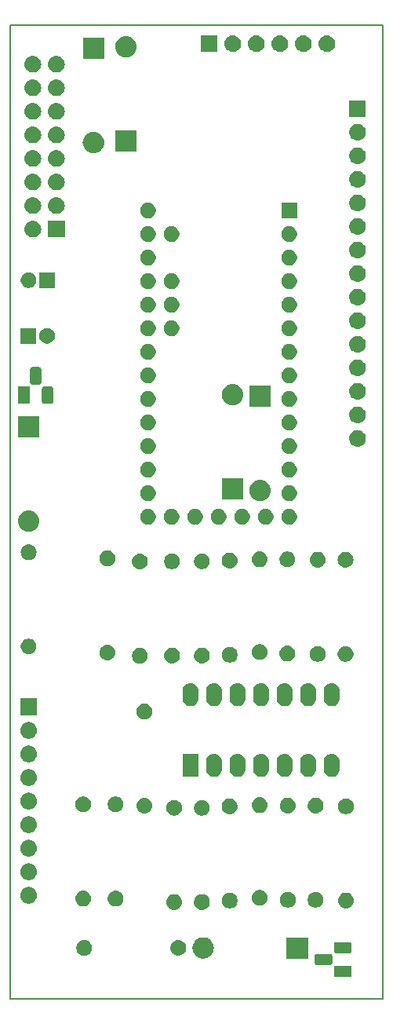
<source format=gbr>
%TF.GenerationSoftware,KiCad,Pcbnew,(5.0.1)-3*%
%TF.CreationDate,2019-04-27T14:03:59+01:00*%
%TF.ProjectId,Fractional clock divider bottom board,4672616374696F6E616C20636C6F636B,rev?*%
%TF.SameCoordinates,Original*%
%TF.FileFunction,Soldermask,Bot*%
%TF.FilePolarity,Negative*%
%FSLAX46Y46*%
G04 Gerber Fmt 4.6, Leading zero omitted, Abs format (unit mm)*
G04 Created by KiCad (PCBNEW (5.0.1)-3) date 27/04/2019 14:03:59*
%MOMM*%
%LPD*%
G01*
G04 APERTURE LIST*
%ADD10C,0.150000*%
%ADD11C,0.100000*%
G04 APERTURE END LIST*
D10*
X61500000Y-120000000D02*
X101750000Y-120000000D01*
X101750000Y-15000000D02*
X101750000Y-120000000D01*
X61500000Y-15000000D02*
X61500000Y-120000000D01*
X61500000Y-15000000D02*
X101750000Y-15000000D01*
D11*
G36*
X98351000Y-117601000D02*
X96449000Y-117601000D01*
X96449000Y-116399000D01*
X98351000Y-116399000D01*
X98351000Y-117601000D01*
X98351000Y-117601000D01*
G37*
G36*
X96089315Y-115134166D02*
X96133845Y-115147675D01*
X96174891Y-115169614D01*
X96210864Y-115199136D01*
X96240386Y-115235109D01*
X96262325Y-115276155D01*
X96275834Y-115320685D01*
X96281000Y-115373140D01*
X96281000Y-116086860D01*
X96275834Y-116139315D01*
X96262326Y-116183842D01*
X96245632Y-116215074D01*
X96240386Y-116227739D01*
X96235612Y-116231657D01*
X96227372Y-116240747D01*
X96210861Y-116260867D01*
X96174891Y-116290386D01*
X96133845Y-116312325D01*
X96089315Y-116325834D01*
X96036860Y-116331000D01*
X94623140Y-116331000D01*
X94570685Y-116325834D01*
X94526155Y-116312325D01*
X94485109Y-116290386D01*
X94449136Y-116260864D01*
X94419614Y-116224891D01*
X94397675Y-116183845D01*
X94384166Y-116139315D01*
X94379000Y-116086860D01*
X94379000Y-115373140D01*
X94384166Y-115320685D01*
X94397675Y-115276155D01*
X94419614Y-115235109D01*
X94449136Y-115199136D01*
X94485109Y-115169614D01*
X94526155Y-115147675D01*
X94570685Y-115134166D01*
X94623140Y-115129000D01*
X96036860Y-115129000D01*
X96089315Y-115134166D01*
X96089315Y-115134166D01*
G37*
G36*
X93651000Y-115651000D02*
X91349000Y-115651000D01*
X91349000Y-113349000D01*
X93651000Y-113349000D01*
X93651000Y-115651000D01*
X93651000Y-115651000D01*
G37*
G36*
X82464180Y-113355662D02*
X82565635Y-113365654D01*
X82782600Y-113431470D01*
X82782602Y-113431471D01*
X82782605Y-113431472D01*
X82982556Y-113538347D01*
X83157818Y-113682182D01*
X83301653Y-113857444D01*
X83408528Y-114057395D01*
X83408529Y-114057398D01*
X83408530Y-114057400D01*
X83474346Y-114274365D01*
X83496569Y-114500000D01*
X83474346Y-114725635D01*
X83413126Y-114927449D01*
X83408528Y-114942605D01*
X83301653Y-115142556D01*
X83157818Y-115317818D01*
X82982556Y-115461653D01*
X82782605Y-115568528D01*
X82782602Y-115568529D01*
X82782600Y-115568530D01*
X82565635Y-115634346D01*
X82464180Y-115644338D01*
X82396545Y-115651000D01*
X82283455Y-115651000D01*
X82215820Y-115644338D01*
X82114365Y-115634346D01*
X81897400Y-115568530D01*
X81897398Y-115568529D01*
X81897395Y-115568528D01*
X81697444Y-115461653D01*
X81522182Y-115317818D01*
X81378347Y-115142556D01*
X81271472Y-114942605D01*
X81266874Y-114927449D01*
X81205654Y-114725635D01*
X81183431Y-114500000D01*
X81205654Y-114274365D01*
X81271470Y-114057400D01*
X81271471Y-114057398D01*
X81271472Y-114057395D01*
X81378347Y-113857444D01*
X81522182Y-113682182D01*
X81697444Y-113538347D01*
X81897395Y-113431472D01*
X81897398Y-113431471D01*
X81897400Y-113431470D01*
X82114365Y-113365654D01*
X82215820Y-113355662D01*
X82283455Y-113349000D01*
X82396545Y-113349000D01*
X82464180Y-113355662D01*
X82464180Y-113355662D01*
G37*
G36*
X79826821Y-113661313D02*
X79826824Y-113661314D01*
X79826825Y-113661314D01*
X79987239Y-113709975D01*
X79987241Y-113709976D01*
X79987244Y-113709977D01*
X80135078Y-113788995D01*
X80264659Y-113895341D01*
X80371005Y-114024922D01*
X80450023Y-114172756D01*
X80450024Y-114172759D01*
X80450025Y-114172761D01*
X80480846Y-114274365D01*
X80498687Y-114333179D01*
X80515117Y-114500000D01*
X80498687Y-114666821D01*
X80498686Y-114666824D01*
X80498686Y-114666825D01*
X80473993Y-114748228D01*
X80450023Y-114827244D01*
X80371005Y-114975078D01*
X80264659Y-115104659D01*
X80135078Y-115211005D01*
X79987244Y-115290023D01*
X79987241Y-115290024D01*
X79987239Y-115290025D01*
X79826825Y-115338686D01*
X79826824Y-115338686D01*
X79826821Y-115338687D01*
X79701804Y-115351000D01*
X79618196Y-115351000D01*
X79493179Y-115338687D01*
X79493176Y-115338686D01*
X79493175Y-115338686D01*
X79332761Y-115290025D01*
X79332759Y-115290024D01*
X79332756Y-115290023D01*
X79184922Y-115211005D01*
X79055341Y-115104659D01*
X78948995Y-114975078D01*
X78869977Y-114827244D01*
X78846008Y-114748228D01*
X78821314Y-114666825D01*
X78821314Y-114666824D01*
X78821313Y-114666821D01*
X78804883Y-114500000D01*
X78821313Y-114333179D01*
X78839154Y-114274365D01*
X78869975Y-114172761D01*
X78869976Y-114172759D01*
X78869977Y-114172756D01*
X78948995Y-114024922D01*
X79055341Y-113895341D01*
X79184922Y-113788995D01*
X79332756Y-113709977D01*
X79332759Y-113709976D01*
X79332761Y-113709975D01*
X79493175Y-113661314D01*
X79493176Y-113661314D01*
X79493179Y-113661313D01*
X79618196Y-113649000D01*
X79701804Y-113649000D01*
X79826821Y-113661313D01*
X79826821Y-113661313D01*
G37*
G36*
X69748228Y-113681703D02*
X69903100Y-113745853D01*
X70042481Y-113838985D01*
X70161015Y-113957519D01*
X70254147Y-114096900D01*
X70318297Y-114251772D01*
X70351000Y-114416184D01*
X70351000Y-114583816D01*
X70318297Y-114748228D01*
X70254147Y-114903100D01*
X70161015Y-115042481D01*
X70042481Y-115161015D01*
X69903100Y-115254147D01*
X69748228Y-115318297D01*
X69583816Y-115351000D01*
X69416184Y-115351000D01*
X69251772Y-115318297D01*
X69096900Y-115254147D01*
X68957519Y-115161015D01*
X68838985Y-115042481D01*
X68745853Y-114903100D01*
X68681703Y-114748228D01*
X68649000Y-114583816D01*
X68649000Y-114416184D01*
X68681703Y-114251772D01*
X68745853Y-114096900D01*
X68838985Y-113957519D01*
X68957519Y-113838985D01*
X69096900Y-113745853D01*
X69251772Y-113681703D01*
X69416184Y-113649000D01*
X69583816Y-113649000D01*
X69748228Y-113681703D01*
X69748228Y-113681703D01*
G37*
G36*
X98159315Y-113864166D02*
X98203845Y-113877675D01*
X98244891Y-113899614D01*
X98280864Y-113929136D01*
X98310386Y-113965109D01*
X98332325Y-114006155D01*
X98345834Y-114050685D01*
X98351000Y-114103140D01*
X98351000Y-114816860D01*
X98345834Y-114869315D01*
X98332325Y-114913845D01*
X98310386Y-114954891D01*
X98280864Y-114990864D01*
X98244891Y-115020386D01*
X98203845Y-115042325D01*
X98159315Y-115055834D01*
X98106860Y-115061000D01*
X96693140Y-115061000D01*
X96640685Y-115055834D01*
X96596155Y-115042325D01*
X96555109Y-115020386D01*
X96519136Y-114990864D01*
X96489614Y-114954891D01*
X96467675Y-114913845D01*
X96454166Y-114869315D01*
X96449000Y-114816860D01*
X96449000Y-114103140D01*
X96454166Y-114050685D01*
X96467675Y-114006155D01*
X96489614Y-113965109D01*
X96519136Y-113929136D01*
X96555109Y-113899614D01*
X96596155Y-113877675D01*
X96640685Y-113864166D01*
X96693140Y-113859000D01*
X98106860Y-113859000D01*
X98159315Y-113864166D01*
X98159315Y-113864166D01*
G37*
G36*
X82372694Y-108711991D02*
X82372697Y-108711992D01*
X82372698Y-108711992D01*
X82533112Y-108760653D01*
X82533114Y-108760654D01*
X82533117Y-108760655D01*
X82680951Y-108839673D01*
X82810532Y-108946019D01*
X82916878Y-109075600D01*
X82995896Y-109223434D01*
X82995897Y-109223437D01*
X82995898Y-109223439D01*
X83035785Y-109354930D01*
X83044560Y-109383857D01*
X83060990Y-109550678D01*
X83044560Y-109717499D01*
X83044559Y-109717502D01*
X83044559Y-109717503D01*
X83001076Y-109860849D01*
X82995896Y-109877922D01*
X82916878Y-110025756D01*
X82810532Y-110155337D01*
X82680951Y-110261683D01*
X82533117Y-110340701D01*
X82533114Y-110340702D01*
X82533112Y-110340703D01*
X82372698Y-110389364D01*
X82372697Y-110389364D01*
X82372694Y-110389365D01*
X82247677Y-110401678D01*
X82164069Y-110401678D01*
X82039052Y-110389365D01*
X82039049Y-110389364D01*
X82039048Y-110389364D01*
X81878634Y-110340703D01*
X81878632Y-110340702D01*
X81878629Y-110340701D01*
X81730795Y-110261683D01*
X81601214Y-110155337D01*
X81494868Y-110025756D01*
X81415850Y-109877922D01*
X81410671Y-109860849D01*
X81367187Y-109717503D01*
X81367187Y-109717502D01*
X81367186Y-109717499D01*
X81350756Y-109550678D01*
X81367186Y-109383857D01*
X81375961Y-109354930D01*
X81415848Y-109223439D01*
X81415849Y-109223437D01*
X81415850Y-109223434D01*
X81494868Y-109075600D01*
X81601214Y-108946019D01*
X81730795Y-108839673D01*
X81878629Y-108760655D01*
X81878632Y-108760654D01*
X81878634Y-108760653D01*
X82039048Y-108711992D01*
X82039049Y-108711992D01*
X82039052Y-108711991D01*
X82164069Y-108699678D01*
X82247677Y-108699678D01*
X82372694Y-108711991D01*
X82372694Y-108711991D01*
G37*
G36*
X79372694Y-108711991D02*
X79372697Y-108711992D01*
X79372698Y-108711992D01*
X79533112Y-108760653D01*
X79533114Y-108760654D01*
X79533117Y-108760655D01*
X79680951Y-108839673D01*
X79810532Y-108946019D01*
X79916878Y-109075600D01*
X79995896Y-109223434D01*
X79995897Y-109223437D01*
X79995898Y-109223439D01*
X80035785Y-109354930D01*
X80044560Y-109383857D01*
X80060990Y-109550678D01*
X80044560Y-109717499D01*
X80044559Y-109717502D01*
X80044559Y-109717503D01*
X80001076Y-109860849D01*
X79995896Y-109877922D01*
X79916878Y-110025756D01*
X79810532Y-110155337D01*
X79680951Y-110261683D01*
X79533117Y-110340701D01*
X79533114Y-110340702D01*
X79533112Y-110340703D01*
X79372698Y-110389364D01*
X79372697Y-110389364D01*
X79372694Y-110389365D01*
X79247677Y-110401678D01*
X79164069Y-110401678D01*
X79039052Y-110389365D01*
X79039049Y-110389364D01*
X79039048Y-110389364D01*
X78878634Y-110340703D01*
X78878632Y-110340702D01*
X78878629Y-110340701D01*
X78730795Y-110261683D01*
X78601214Y-110155337D01*
X78494868Y-110025756D01*
X78415850Y-109877922D01*
X78410671Y-109860849D01*
X78367187Y-109717503D01*
X78367187Y-109717502D01*
X78367186Y-109717499D01*
X78350756Y-109550678D01*
X78367186Y-109383857D01*
X78375961Y-109354930D01*
X78415848Y-109223439D01*
X78415849Y-109223437D01*
X78415850Y-109223434D01*
X78494868Y-109075600D01*
X78601214Y-108946019D01*
X78730795Y-108839673D01*
X78878629Y-108760655D01*
X78878632Y-108760654D01*
X78878634Y-108760653D01*
X79039048Y-108711992D01*
X79039049Y-108711992D01*
X79039052Y-108711991D01*
X79164069Y-108699678D01*
X79247677Y-108699678D01*
X79372694Y-108711991D01*
X79372694Y-108711991D01*
G37*
G36*
X97925911Y-108557855D02*
X97925914Y-108557856D01*
X97925915Y-108557856D01*
X98086329Y-108606517D01*
X98086331Y-108606518D01*
X98086334Y-108606519D01*
X98234168Y-108685537D01*
X98363749Y-108791883D01*
X98470095Y-108921464D01*
X98549113Y-109069298D01*
X98549114Y-109069301D01*
X98549115Y-109069303D01*
X98597155Y-109227670D01*
X98597777Y-109229721D01*
X98614207Y-109396542D01*
X98597777Y-109563363D01*
X98597776Y-109563366D01*
X98597776Y-109563367D01*
X98549959Y-109721000D01*
X98549113Y-109723786D01*
X98470095Y-109871620D01*
X98363749Y-110001201D01*
X98234168Y-110107547D01*
X98086334Y-110186565D01*
X98086331Y-110186566D01*
X98086329Y-110186567D01*
X97925915Y-110235228D01*
X97925914Y-110235228D01*
X97925911Y-110235229D01*
X97800894Y-110247542D01*
X97717286Y-110247542D01*
X97592269Y-110235229D01*
X97592266Y-110235228D01*
X97592265Y-110235228D01*
X97431851Y-110186567D01*
X97431849Y-110186566D01*
X97431846Y-110186565D01*
X97284012Y-110107547D01*
X97154431Y-110001201D01*
X97048085Y-109871620D01*
X96969067Y-109723786D01*
X96968222Y-109721000D01*
X96920404Y-109563367D01*
X96920404Y-109563366D01*
X96920403Y-109563363D01*
X96903973Y-109396542D01*
X96920403Y-109229721D01*
X96921025Y-109227670D01*
X96969065Y-109069303D01*
X96969066Y-109069301D01*
X96969067Y-109069298D01*
X97048085Y-108921464D01*
X97154431Y-108791883D01*
X97284012Y-108685537D01*
X97431846Y-108606519D01*
X97431849Y-108606518D01*
X97431851Y-108606517D01*
X97592265Y-108557856D01*
X97592266Y-108557856D01*
X97592269Y-108557855D01*
X97717286Y-108545542D01*
X97800894Y-108545542D01*
X97925911Y-108557855D01*
X97925911Y-108557855D01*
G37*
G36*
X85454101Y-108572381D02*
X85608973Y-108636531D01*
X85748354Y-108729663D01*
X85866888Y-108848197D01*
X85960020Y-108987578D01*
X86024170Y-109142450D01*
X86056873Y-109306862D01*
X86056873Y-109474494D01*
X86024170Y-109638906D01*
X85960020Y-109793778D01*
X85866888Y-109933159D01*
X85748354Y-110051693D01*
X85608973Y-110144825D01*
X85454101Y-110208975D01*
X85289689Y-110241678D01*
X85122057Y-110241678D01*
X84957645Y-110208975D01*
X84802773Y-110144825D01*
X84663392Y-110051693D01*
X84544858Y-109933159D01*
X84451726Y-109793778D01*
X84387576Y-109638906D01*
X84354873Y-109474494D01*
X84354873Y-109306862D01*
X84387576Y-109142450D01*
X84451726Y-108987578D01*
X84544858Y-108848197D01*
X84663392Y-108729663D01*
X84802773Y-108636531D01*
X84957645Y-108572381D01*
X85122057Y-108539678D01*
X85289689Y-108539678D01*
X85454101Y-108572381D01*
X85454101Y-108572381D01*
G37*
G36*
X91721619Y-108493189D02*
X91876491Y-108557339D01*
X92015872Y-108650471D01*
X92134406Y-108769005D01*
X92227538Y-108908386D01*
X92291688Y-109063258D01*
X92324391Y-109227670D01*
X92324391Y-109395302D01*
X92291688Y-109559714D01*
X92227538Y-109714586D01*
X92134406Y-109853967D01*
X92015872Y-109972501D01*
X91876491Y-110065633D01*
X91721619Y-110129783D01*
X91557207Y-110162486D01*
X91389575Y-110162486D01*
X91225163Y-110129783D01*
X91070291Y-110065633D01*
X90930910Y-109972501D01*
X90812376Y-109853967D01*
X90719244Y-109714586D01*
X90655094Y-109559714D01*
X90622391Y-109395302D01*
X90622391Y-109227670D01*
X90655094Y-109063258D01*
X90719244Y-108908386D01*
X90812376Y-108769005D01*
X90930910Y-108650471D01*
X91070291Y-108557339D01*
X91225163Y-108493189D01*
X91389575Y-108460486D01*
X91557207Y-108460486D01*
X91721619Y-108493189D01*
X91721619Y-108493189D01*
G37*
G36*
X94721619Y-108493189D02*
X94876491Y-108557339D01*
X95015872Y-108650471D01*
X95134406Y-108769005D01*
X95227538Y-108908386D01*
X95291688Y-109063258D01*
X95324391Y-109227670D01*
X95324391Y-109395302D01*
X95291688Y-109559714D01*
X95227538Y-109714586D01*
X95134406Y-109853967D01*
X95015872Y-109972501D01*
X94876491Y-110065633D01*
X94721619Y-110129783D01*
X94557207Y-110162486D01*
X94389575Y-110162486D01*
X94225163Y-110129783D01*
X94070291Y-110065633D01*
X93930910Y-109972501D01*
X93812376Y-109853967D01*
X93719244Y-109714586D01*
X93655094Y-109559714D01*
X93622391Y-109395302D01*
X93622391Y-109227670D01*
X93655094Y-109063258D01*
X93719244Y-108908386D01*
X93812376Y-108769005D01*
X93930910Y-108650471D01*
X94070291Y-108557339D01*
X94225163Y-108493189D01*
X94389575Y-108460486D01*
X94557207Y-108460486D01*
X94721619Y-108493189D01*
X94721619Y-108493189D01*
G37*
G36*
X73061047Y-108339790D02*
X73061050Y-108339791D01*
X73061051Y-108339791D01*
X73221465Y-108388452D01*
X73221467Y-108388453D01*
X73221470Y-108388454D01*
X73369304Y-108467472D01*
X73498885Y-108573818D01*
X73605231Y-108703399D01*
X73684249Y-108851233D01*
X73684250Y-108851236D01*
X73684251Y-108851238D01*
X73728354Y-108996627D01*
X73732913Y-109011656D01*
X73749343Y-109178477D01*
X73732913Y-109345298D01*
X73732912Y-109345301D01*
X73732912Y-109345302D01*
X73698063Y-109460185D01*
X73684249Y-109505721D01*
X73605231Y-109653555D01*
X73498885Y-109783136D01*
X73369304Y-109889482D01*
X73221470Y-109968500D01*
X73221467Y-109968501D01*
X73221465Y-109968502D01*
X73061051Y-110017163D01*
X73061050Y-110017163D01*
X73061047Y-110017164D01*
X72936030Y-110029477D01*
X72852422Y-110029477D01*
X72727405Y-110017164D01*
X72727402Y-110017163D01*
X72727401Y-110017163D01*
X72566987Y-109968502D01*
X72566985Y-109968501D01*
X72566982Y-109968500D01*
X72419148Y-109889482D01*
X72289567Y-109783136D01*
X72183221Y-109653555D01*
X72104203Y-109505721D01*
X72090390Y-109460185D01*
X72055540Y-109345302D01*
X72055540Y-109345301D01*
X72055539Y-109345298D01*
X72039109Y-109178477D01*
X72055539Y-109011656D01*
X72060098Y-108996627D01*
X72104201Y-108851238D01*
X72104202Y-108851236D01*
X72104203Y-108851233D01*
X72183221Y-108703399D01*
X72289567Y-108573818D01*
X72419148Y-108467472D01*
X72566982Y-108388454D01*
X72566985Y-108388453D01*
X72566987Y-108388452D01*
X72727401Y-108339791D01*
X72727402Y-108339791D01*
X72727405Y-108339790D01*
X72852422Y-108327477D01*
X72936030Y-108327477D01*
X73061047Y-108339790D01*
X73061047Y-108339790D01*
G37*
G36*
X69561047Y-108339790D02*
X69561050Y-108339791D01*
X69561051Y-108339791D01*
X69721465Y-108388452D01*
X69721467Y-108388453D01*
X69721470Y-108388454D01*
X69869304Y-108467472D01*
X69998885Y-108573818D01*
X70105231Y-108703399D01*
X70184249Y-108851233D01*
X70184250Y-108851236D01*
X70184251Y-108851238D01*
X70228354Y-108996627D01*
X70232913Y-109011656D01*
X70249343Y-109178477D01*
X70232913Y-109345298D01*
X70232912Y-109345301D01*
X70232912Y-109345302D01*
X70198063Y-109460185D01*
X70184249Y-109505721D01*
X70105231Y-109653555D01*
X69998885Y-109783136D01*
X69869304Y-109889482D01*
X69721470Y-109968500D01*
X69721467Y-109968501D01*
X69721465Y-109968502D01*
X69561051Y-110017163D01*
X69561050Y-110017163D01*
X69561047Y-110017164D01*
X69436030Y-110029477D01*
X69352422Y-110029477D01*
X69227405Y-110017164D01*
X69227402Y-110017163D01*
X69227401Y-110017163D01*
X69066987Y-109968502D01*
X69066985Y-109968501D01*
X69066982Y-109968500D01*
X68919148Y-109889482D01*
X68789567Y-109783136D01*
X68683221Y-109653555D01*
X68604203Y-109505721D01*
X68590390Y-109460185D01*
X68555540Y-109345302D01*
X68555540Y-109345301D01*
X68555539Y-109345298D01*
X68539109Y-109178477D01*
X68555539Y-109011656D01*
X68560098Y-108996627D01*
X68604201Y-108851238D01*
X68604202Y-108851236D01*
X68604203Y-108851233D01*
X68683221Y-108703399D01*
X68789567Y-108573818D01*
X68919148Y-108467472D01*
X69066982Y-108388454D01*
X69066985Y-108388453D01*
X69066987Y-108388452D01*
X69227401Y-108339791D01*
X69227402Y-108339791D01*
X69227405Y-108339790D01*
X69352422Y-108327477D01*
X69436030Y-108327477D01*
X69561047Y-108339790D01*
X69561047Y-108339790D01*
G37*
G36*
X88680062Y-108288405D02*
X88834934Y-108352555D01*
X88974315Y-108445687D01*
X89092849Y-108564221D01*
X89185981Y-108703602D01*
X89250131Y-108858474D01*
X89282834Y-109022886D01*
X89282834Y-109190518D01*
X89250131Y-109354930D01*
X89185981Y-109509802D01*
X89092849Y-109649183D01*
X88974315Y-109767717D01*
X88834934Y-109860849D01*
X88680062Y-109924999D01*
X88515650Y-109957702D01*
X88348018Y-109957702D01*
X88183606Y-109924999D01*
X88028734Y-109860849D01*
X87889353Y-109767717D01*
X87770819Y-109649183D01*
X87677687Y-109509802D01*
X87613537Y-109354930D01*
X87580834Y-109190518D01*
X87580834Y-109022886D01*
X87613537Y-108858474D01*
X87677687Y-108703602D01*
X87770819Y-108564221D01*
X87889353Y-108445687D01*
X88028734Y-108352555D01*
X88183606Y-108288405D01*
X88348018Y-108255702D01*
X88515650Y-108255702D01*
X88680062Y-108288405D01*
X88680062Y-108288405D01*
G37*
G36*
X63610443Y-107925519D02*
X63676627Y-107932037D01*
X63789853Y-107966384D01*
X63846467Y-107983557D01*
X63985087Y-108057652D01*
X64002991Y-108067222D01*
X64038729Y-108096552D01*
X64140186Y-108179814D01*
X64223448Y-108281271D01*
X64252778Y-108317009D01*
X64252779Y-108317011D01*
X64336443Y-108473533D01*
X64336443Y-108473534D01*
X64387963Y-108643373D01*
X64405359Y-108820000D01*
X64387963Y-108996627D01*
X64365917Y-109069303D01*
X64336443Y-109166467D01*
X64262348Y-109305087D01*
X64252778Y-109322991D01*
X64226566Y-109354930D01*
X64140186Y-109460186D01*
X64038729Y-109543448D01*
X64002991Y-109572778D01*
X64002989Y-109572779D01*
X63846467Y-109656443D01*
X63789853Y-109673616D01*
X63676627Y-109707963D01*
X63610443Y-109714481D01*
X63544260Y-109721000D01*
X63455740Y-109721000D01*
X63389557Y-109714481D01*
X63323373Y-109707963D01*
X63210147Y-109673616D01*
X63153533Y-109656443D01*
X62997011Y-109572779D01*
X62997009Y-109572778D01*
X62961271Y-109543448D01*
X62859814Y-109460186D01*
X62773434Y-109354930D01*
X62747222Y-109322991D01*
X62737652Y-109305087D01*
X62663557Y-109166467D01*
X62634083Y-109069303D01*
X62612037Y-108996627D01*
X62594641Y-108820000D01*
X62612037Y-108643373D01*
X62663557Y-108473534D01*
X62663557Y-108473533D01*
X62747221Y-108317011D01*
X62747222Y-108317009D01*
X62776552Y-108281271D01*
X62859814Y-108179814D01*
X62961271Y-108096552D01*
X62997009Y-108067222D01*
X63014913Y-108057652D01*
X63153533Y-107983557D01*
X63210147Y-107966384D01*
X63323373Y-107932037D01*
X63389557Y-107925519D01*
X63455740Y-107919000D01*
X63544260Y-107919000D01*
X63610443Y-107925519D01*
X63610443Y-107925519D01*
G37*
G36*
X63610443Y-105385519D02*
X63676627Y-105392037D01*
X63789853Y-105426384D01*
X63846467Y-105443557D01*
X63985087Y-105517652D01*
X64002991Y-105527222D01*
X64038729Y-105556552D01*
X64140186Y-105639814D01*
X64223448Y-105741271D01*
X64252778Y-105777009D01*
X64252779Y-105777011D01*
X64336443Y-105933533D01*
X64336443Y-105933534D01*
X64387963Y-106103373D01*
X64405359Y-106280000D01*
X64387963Y-106456627D01*
X64353616Y-106569853D01*
X64336443Y-106626467D01*
X64262348Y-106765087D01*
X64252778Y-106782991D01*
X64223448Y-106818729D01*
X64140186Y-106920186D01*
X64038729Y-107003448D01*
X64002991Y-107032778D01*
X64002989Y-107032779D01*
X63846467Y-107116443D01*
X63789853Y-107133616D01*
X63676627Y-107167963D01*
X63610442Y-107174482D01*
X63544260Y-107181000D01*
X63455740Y-107181000D01*
X63389558Y-107174482D01*
X63323373Y-107167963D01*
X63210147Y-107133616D01*
X63153533Y-107116443D01*
X62997011Y-107032779D01*
X62997009Y-107032778D01*
X62961271Y-107003448D01*
X62859814Y-106920186D01*
X62776552Y-106818729D01*
X62747222Y-106782991D01*
X62737652Y-106765087D01*
X62663557Y-106626467D01*
X62646384Y-106569853D01*
X62612037Y-106456627D01*
X62594641Y-106280000D01*
X62612037Y-106103373D01*
X62663557Y-105933534D01*
X62663557Y-105933533D01*
X62747221Y-105777011D01*
X62747222Y-105777009D01*
X62776552Y-105741271D01*
X62859814Y-105639814D01*
X62961271Y-105556552D01*
X62997009Y-105527222D01*
X63014913Y-105517652D01*
X63153533Y-105443557D01*
X63210147Y-105426384D01*
X63323373Y-105392037D01*
X63389557Y-105385519D01*
X63455740Y-105379000D01*
X63544260Y-105379000D01*
X63610443Y-105385519D01*
X63610443Y-105385519D01*
G37*
G36*
X63610443Y-102845519D02*
X63676627Y-102852037D01*
X63789853Y-102886384D01*
X63846467Y-102903557D01*
X63985087Y-102977652D01*
X64002991Y-102987222D01*
X64038729Y-103016552D01*
X64140186Y-103099814D01*
X64223448Y-103201271D01*
X64252778Y-103237009D01*
X64252779Y-103237011D01*
X64336443Y-103393533D01*
X64336443Y-103393534D01*
X64387963Y-103563373D01*
X64405359Y-103740000D01*
X64387963Y-103916627D01*
X64353616Y-104029853D01*
X64336443Y-104086467D01*
X64262348Y-104225087D01*
X64252778Y-104242991D01*
X64223448Y-104278729D01*
X64140186Y-104380186D01*
X64038729Y-104463448D01*
X64002991Y-104492778D01*
X64002989Y-104492779D01*
X63846467Y-104576443D01*
X63789853Y-104593616D01*
X63676627Y-104627963D01*
X63610443Y-104634481D01*
X63544260Y-104641000D01*
X63455740Y-104641000D01*
X63389557Y-104634481D01*
X63323373Y-104627963D01*
X63210147Y-104593616D01*
X63153533Y-104576443D01*
X62997011Y-104492779D01*
X62997009Y-104492778D01*
X62961271Y-104463448D01*
X62859814Y-104380186D01*
X62776552Y-104278729D01*
X62747222Y-104242991D01*
X62737652Y-104225087D01*
X62663557Y-104086467D01*
X62646384Y-104029853D01*
X62612037Y-103916627D01*
X62594641Y-103740000D01*
X62612037Y-103563373D01*
X62663557Y-103393534D01*
X62663557Y-103393533D01*
X62747221Y-103237011D01*
X62747222Y-103237009D01*
X62776552Y-103201271D01*
X62859814Y-103099814D01*
X62961271Y-103016552D01*
X62997009Y-102987222D01*
X63014913Y-102977652D01*
X63153533Y-102903557D01*
X63210147Y-102886384D01*
X63323373Y-102852037D01*
X63389558Y-102845518D01*
X63455740Y-102839000D01*
X63544260Y-102839000D01*
X63610443Y-102845519D01*
X63610443Y-102845519D01*
G37*
G36*
X63610442Y-100305518D02*
X63676627Y-100312037D01*
X63789853Y-100346384D01*
X63846467Y-100363557D01*
X63985087Y-100437652D01*
X64002991Y-100447222D01*
X64038729Y-100476552D01*
X64140186Y-100559814D01*
X64223448Y-100661271D01*
X64252778Y-100697009D01*
X64252779Y-100697011D01*
X64336443Y-100853533D01*
X64336443Y-100853534D01*
X64387963Y-101023373D01*
X64405359Y-101200000D01*
X64387963Y-101376627D01*
X64353616Y-101489853D01*
X64336443Y-101546467D01*
X64262348Y-101685087D01*
X64252778Y-101702991D01*
X64223448Y-101738729D01*
X64140186Y-101840186D01*
X64038729Y-101923448D01*
X64002991Y-101952778D01*
X64002989Y-101952779D01*
X63846467Y-102036443D01*
X63789853Y-102053616D01*
X63676627Y-102087963D01*
X63610443Y-102094481D01*
X63544260Y-102101000D01*
X63455740Y-102101000D01*
X63389558Y-102094482D01*
X63323373Y-102087963D01*
X63210147Y-102053616D01*
X63153533Y-102036443D01*
X62997011Y-101952779D01*
X62997009Y-101952778D01*
X62961271Y-101923448D01*
X62859814Y-101840186D01*
X62776552Y-101738729D01*
X62747222Y-101702991D01*
X62737652Y-101685087D01*
X62663557Y-101546467D01*
X62646384Y-101489853D01*
X62612037Y-101376627D01*
X62594641Y-101200000D01*
X62612037Y-101023373D01*
X62663557Y-100853534D01*
X62663557Y-100853533D01*
X62747221Y-100697011D01*
X62747222Y-100697009D01*
X62776552Y-100661271D01*
X62859814Y-100559814D01*
X62961271Y-100476552D01*
X62997009Y-100447222D01*
X63014913Y-100437652D01*
X63153533Y-100363557D01*
X63210147Y-100346384D01*
X63323373Y-100312037D01*
X63389558Y-100305518D01*
X63455740Y-100299000D01*
X63544260Y-100299000D01*
X63610442Y-100305518D01*
X63610442Y-100305518D01*
G37*
G36*
X82454101Y-98572381D02*
X82608973Y-98636531D01*
X82748354Y-98729663D01*
X82866888Y-98848197D01*
X82960020Y-98987578D01*
X83024170Y-99142450D01*
X83056873Y-99306862D01*
X83056873Y-99474494D01*
X83024170Y-99638906D01*
X82960020Y-99793778D01*
X82866888Y-99933159D01*
X82748354Y-100051693D01*
X82608973Y-100144825D01*
X82454101Y-100208975D01*
X82289689Y-100241678D01*
X82122057Y-100241678D01*
X81957645Y-100208975D01*
X81802773Y-100144825D01*
X81663392Y-100051693D01*
X81544858Y-99933159D01*
X81451726Y-99793778D01*
X81387576Y-99638906D01*
X81354873Y-99474494D01*
X81354873Y-99306862D01*
X81387576Y-99142450D01*
X81451726Y-98987578D01*
X81544858Y-98848197D01*
X81663392Y-98729663D01*
X81802773Y-98636531D01*
X81957645Y-98572381D01*
X82122057Y-98539678D01*
X82289689Y-98539678D01*
X82454101Y-98572381D01*
X82454101Y-98572381D01*
G37*
G36*
X79454101Y-98572381D02*
X79608973Y-98636531D01*
X79748354Y-98729663D01*
X79866888Y-98848197D01*
X79960020Y-98987578D01*
X80024170Y-99142450D01*
X80056873Y-99306862D01*
X80056873Y-99474494D01*
X80024170Y-99638906D01*
X79960020Y-99793778D01*
X79866888Y-99933159D01*
X79748354Y-100051693D01*
X79608973Y-100144825D01*
X79454101Y-100208975D01*
X79289689Y-100241678D01*
X79122057Y-100241678D01*
X78957645Y-100208975D01*
X78802773Y-100144825D01*
X78663392Y-100051693D01*
X78544858Y-99933159D01*
X78451726Y-99793778D01*
X78387576Y-99638906D01*
X78354873Y-99474494D01*
X78354873Y-99306862D01*
X78387576Y-99142450D01*
X78451726Y-98987578D01*
X78544858Y-98848197D01*
X78663392Y-98729663D01*
X78802773Y-98636531D01*
X78957645Y-98572381D01*
X79122057Y-98539678D01*
X79289689Y-98539678D01*
X79454101Y-98572381D01*
X79454101Y-98572381D01*
G37*
G36*
X98007318Y-98418245D02*
X98162190Y-98482395D01*
X98301571Y-98575527D01*
X98420105Y-98694061D01*
X98513237Y-98833442D01*
X98577387Y-98988314D01*
X98610090Y-99152726D01*
X98610090Y-99320358D01*
X98577387Y-99484770D01*
X98513237Y-99639642D01*
X98420105Y-99779023D01*
X98301571Y-99897557D01*
X98162190Y-99990689D01*
X98007318Y-100054839D01*
X97842906Y-100087542D01*
X97675274Y-100087542D01*
X97510862Y-100054839D01*
X97355990Y-99990689D01*
X97216609Y-99897557D01*
X97098075Y-99779023D01*
X97004943Y-99639642D01*
X96940793Y-99484770D01*
X96908090Y-99320358D01*
X96908090Y-99152726D01*
X96940793Y-98988314D01*
X97004943Y-98833442D01*
X97098075Y-98694061D01*
X97216609Y-98575527D01*
X97355990Y-98482395D01*
X97510862Y-98418245D01*
X97675274Y-98385542D01*
X97842906Y-98385542D01*
X98007318Y-98418245D01*
X98007318Y-98418245D01*
G37*
G36*
X85372694Y-98391991D02*
X85372697Y-98391992D01*
X85372698Y-98391992D01*
X85533112Y-98440653D01*
X85533114Y-98440654D01*
X85533117Y-98440655D01*
X85680951Y-98519673D01*
X85810532Y-98626019D01*
X85916878Y-98755600D01*
X85995896Y-98903434D01*
X85995897Y-98903437D01*
X85995898Y-98903439D01*
X86023119Y-98993175D01*
X86044560Y-99063857D01*
X86060990Y-99230678D01*
X86044560Y-99397499D01*
X86044559Y-99397502D01*
X86044559Y-99397503D01*
X85998918Y-99547963D01*
X85995896Y-99557922D01*
X85916878Y-99705756D01*
X85810532Y-99835337D01*
X85680951Y-99941683D01*
X85533117Y-100020701D01*
X85533114Y-100020702D01*
X85533112Y-100020703D01*
X85372698Y-100069364D01*
X85372697Y-100069364D01*
X85372694Y-100069365D01*
X85247677Y-100081678D01*
X85164069Y-100081678D01*
X85039052Y-100069365D01*
X85039049Y-100069364D01*
X85039048Y-100069364D01*
X84878634Y-100020703D01*
X84878632Y-100020702D01*
X84878629Y-100020701D01*
X84730795Y-99941683D01*
X84601214Y-99835337D01*
X84494868Y-99705756D01*
X84415850Y-99557922D01*
X84412829Y-99547963D01*
X84367187Y-99397503D01*
X84367187Y-99397502D01*
X84367186Y-99397499D01*
X84350756Y-99230678D01*
X84367186Y-99063857D01*
X84388627Y-98993175D01*
X84415848Y-98903439D01*
X84415849Y-98903437D01*
X84415850Y-98903434D01*
X84494868Y-98755600D01*
X84601214Y-98626019D01*
X84730795Y-98519673D01*
X84878629Y-98440655D01*
X84878632Y-98440654D01*
X84878634Y-98440653D01*
X85039048Y-98391992D01*
X85039049Y-98391992D01*
X85039052Y-98391991D01*
X85164069Y-98379678D01*
X85247677Y-98379678D01*
X85372694Y-98391991D01*
X85372694Y-98391991D01*
G37*
G36*
X76166821Y-98321313D02*
X76166824Y-98321314D01*
X76166825Y-98321314D01*
X76327239Y-98369975D01*
X76327241Y-98369976D01*
X76327244Y-98369977D01*
X76475078Y-98448995D01*
X76604659Y-98555341D01*
X76711005Y-98684922D01*
X76790023Y-98832756D01*
X76790024Y-98832759D01*
X76790025Y-98832761D01*
X76836988Y-98987578D01*
X76838687Y-98993179D01*
X76855117Y-99160000D01*
X76838687Y-99326821D01*
X76838686Y-99326824D01*
X76838686Y-99326825D01*
X76790774Y-99484770D01*
X76790023Y-99487244D01*
X76711005Y-99635078D01*
X76604659Y-99764659D01*
X76475078Y-99871005D01*
X76327244Y-99950023D01*
X76327241Y-99950024D01*
X76327239Y-99950025D01*
X76166825Y-99998686D01*
X76166824Y-99998686D01*
X76166821Y-99998687D01*
X76041804Y-100011000D01*
X75958196Y-100011000D01*
X75833179Y-99998687D01*
X75833176Y-99998686D01*
X75833175Y-99998686D01*
X75672761Y-99950025D01*
X75672759Y-99950024D01*
X75672756Y-99950023D01*
X75524922Y-99871005D01*
X75395341Y-99764659D01*
X75288995Y-99635078D01*
X75209977Y-99487244D01*
X75209227Y-99484770D01*
X75161314Y-99326825D01*
X75161314Y-99326824D01*
X75161313Y-99326821D01*
X75144883Y-99160000D01*
X75161313Y-98993179D01*
X75163012Y-98987578D01*
X75209975Y-98832761D01*
X75209976Y-98832759D01*
X75209977Y-98832756D01*
X75288995Y-98684922D01*
X75395341Y-98555341D01*
X75524922Y-98448995D01*
X75672756Y-98369977D01*
X75672759Y-98369976D01*
X75672761Y-98369975D01*
X75833175Y-98321314D01*
X75833176Y-98321314D01*
X75833179Y-98321313D01*
X75958196Y-98309000D01*
X76041804Y-98309000D01*
X76166821Y-98321313D01*
X76166821Y-98321313D01*
G37*
G36*
X94640212Y-98312799D02*
X94640215Y-98312800D01*
X94640216Y-98312800D01*
X94800630Y-98361461D01*
X94800632Y-98361462D01*
X94800635Y-98361463D01*
X94948469Y-98440481D01*
X95078050Y-98546827D01*
X95184396Y-98676408D01*
X95263414Y-98824242D01*
X95263415Y-98824245D01*
X95263416Y-98824247D01*
X95298492Y-98939877D01*
X95312078Y-98984665D01*
X95328508Y-99151486D01*
X95312078Y-99318307D01*
X95312077Y-99318310D01*
X95312077Y-99318311D01*
X95277000Y-99433946D01*
X95263414Y-99478730D01*
X95184396Y-99626564D01*
X95078050Y-99756145D01*
X94948469Y-99862491D01*
X94800635Y-99941509D01*
X94800632Y-99941510D01*
X94800630Y-99941511D01*
X94640216Y-99990172D01*
X94640215Y-99990172D01*
X94640212Y-99990173D01*
X94515195Y-100002486D01*
X94431587Y-100002486D01*
X94306570Y-99990173D01*
X94306567Y-99990172D01*
X94306566Y-99990172D01*
X94146152Y-99941511D01*
X94146150Y-99941510D01*
X94146147Y-99941509D01*
X93998313Y-99862491D01*
X93868732Y-99756145D01*
X93762386Y-99626564D01*
X93683368Y-99478730D01*
X93669783Y-99433946D01*
X93634705Y-99318311D01*
X93634705Y-99318310D01*
X93634704Y-99318307D01*
X93618274Y-99151486D01*
X93634704Y-98984665D01*
X93648290Y-98939877D01*
X93683366Y-98824247D01*
X93683367Y-98824245D01*
X93683368Y-98824242D01*
X93762386Y-98676408D01*
X93868732Y-98546827D01*
X93998313Y-98440481D01*
X94146147Y-98361463D01*
X94146150Y-98361462D01*
X94146152Y-98361461D01*
X94306566Y-98312800D01*
X94306567Y-98312800D01*
X94306570Y-98312799D01*
X94431587Y-98300486D01*
X94515195Y-98300486D01*
X94640212Y-98312799D01*
X94640212Y-98312799D01*
G37*
G36*
X91640212Y-98312799D02*
X91640215Y-98312800D01*
X91640216Y-98312800D01*
X91800630Y-98361461D01*
X91800632Y-98361462D01*
X91800635Y-98361463D01*
X91948469Y-98440481D01*
X92078050Y-98546827D01*
X92184396Y-98676408D01*
X92263414Y-98824242D01*
X92263415Y-98824245D01*
X92263416Y-98824247D01*
X92298492Y-98939877D01*
X92312078Y-98984665D01*
X92328508Y-99151486D01*
X92312078Y-99318307D01*
X92312077Y-99318310D01*
X92312077Y-99318311D01*
X92277000Y-99433946D01*
X92263414Y-99478730D01*
X92184396Y-99626564D01*
X92078050Y-99756145D01*
X91948469Y-99862491D01*
X91800635Y-99941509D01*
X91800632Y-99941510D01*
X91800630Y-99941511D01*
X91640216Y-99990172D01*
X91640215Y-99990172D01*
X91640212Y-99990173D01*
X91515195Y-100002486D01*
X91431587Y-100002486D01*
X91306570Y-99990173D01*
X91306567Y-99990172D01*
X91306566Y-99990172D01*
X91146152Y-99941511D01*
X91146150Y-99941510D01*
X91146147Y-99941509D01*
X90998313Y-99862491D01*
X90868732Y-99756145D01*
X90762386Y-99626564D01*
X90683368Y-99478730D01*
X90669783Y-99433946D01*
X90634705Y-99318311D01*
X90634705Y-99318310D01*
X90634704Y-99318307D01*
X90618274Y-99151486D01*
X90634704Y-98984665D01*
X90648290Y-98939877D01*
X90683366Y-98824247D01*
X90683367Y-98824245D01*
X90683368Y-98824242D01*
X90762386Y-98676408D01*
X90868732Y-98546827D01*
X90998313Y-98440481D01*
X91146147Y-98361463D01*
X91146150Y-98361462D01*
X91146152Y-98361461D01*
X91306566Y-98312800D01*
X91306567Y-98312800D01*
X91306570Y-98312799D01*
X91431587Y-98300486D01*
X91515195Y-98300486D01*
X91640212Y-98312799D01*
X91640212Y-98312799D01*
G37*
G36*
X88598655Y-98268015D02*
X88598658Y-98268016D01*
X88598659Y-98268016D01*
X88759073Y-98316677D01*
X88759075Y-98316678D01*
X88759078Y-98316679D01*
X88906912Y-98395697D01*
X89036493Y-98502043D01*
X89142839Y-98631624D01*
X89221857Y-98779458D01*
X89221858Y-98779461D01*
X89221859Y-98779463D01*
X89268938Y-98934661D01*
X89270521Y-98939881D01*
X89286951Y-99106702D01*
X89270521Y-99273523D01*
X89270520Y-99273526D01*
X89270520Y-99273527D01*
X89225610Y-99421577D01*
X89221857Y-99433946D01*
X89142839Y-99581780D01*
X89036493Y-99711361D01*
X88906912Y-99817707D01*
X88759078Y-99896725D01*
X88759075Y-99896726D01*
X88759073Y-99896727D01*
X88598659Y-99945388D01*
X88598658Y-99945388D01*
X88598655Y-99945389D01*
X88473638Y-99957702D01*
X88390030Y-99957702D01*
X88265013Y-99945389D01*
X88265010Y-99945388D01*
X88265009Y-99945388D01*
X88104595Y-99896727D01*
X88104593Y-99896726D01*
X88104590Y-99896725D01*
X87956756Y-99817707D01*
X87827175Y-99711361D01*
X87720829Y-99581780D01*
X87641811Y-99433946D01*
X87638059Y-99421577D01*
X87593148Y-99273527D01*
X87593148Y-99273526D01*
X87593147Y-99273523D01*
X87576717Y-99106702D01*
X87593147Y-98939881D01*
X87594730Y-98934661D01*
X87641809Y-98779463D01*
X87641810Y-98779461D01*
X87641811Y-98779458D01*
X87720829Y-98631624D01*
X87827175Y-98502043D01*
X87956756Y-98395697D01*
X88104590Y-98316679D01*
X88104593Y-98316678D01*
X88104595Y-98316677D01*
X88265009Y-98268016D01*
X88265010Y-98268016D01*
X88265013Y-98268015D01*
X88390030Y-98255702D01*
X88473638Y-98255702D01*
X88598655Y-98268015D01*
X88598655Y-98268015D01*
G37*
G36*
X73142454Y-98200180D02*
X73297326Y-98264330D01*
X73436707Y-98357462D01*
X73555241Y-98475996D01*
X73648373Y-98615377D01*
X73712523Y-98770249D01*
X73745226Y-98934661D01*
X73745226Y-99102293D01*
X73712523Y-99266705D01*
X73648373Y-99421577D01*
X73555241Y-99560958D01*
X73436707Y-99679492D01*
X73297326Y-99772624D01*
X73142454Y-99836774D01*
X72978042Y-99869477D01*
X72810410Y-99869477D01*
X72645998Y-99836774D01*
X72491126Y-99772624D01*
X72351745Y-99679492D01*
X72233211Y-99560958D01*
X72140079Y-99421577D01*
X72075929Y-99266705D01*
X72043226Y-99102293D01*
X72043226Y-98934661D01*
X72075929Y-98770249D01*
X72140079Y-98615377D01*
X72233211Y-98475996D01*
X72351745Y-98357462D01*
X72491126Y-98264330D01*
X72645998Y-98200180D01*
X72810410Y-98167477D01*
X72978042Y-98167477D01*
X73142454Y-98200180D01*
X73142454Y-98200180D01*
G37*
G36*
X69642454Y-98200180D02*
X69797326Y-98264330D01*
X69936707Y-98357462D01*
X70055241Y-98475996D01*
X70148373Y-98615377D01*
X70212523Y-98770249D01*
X70245226Y-98934661D01*
X70245226Y-99102293D01*
X70212523Y-99266705D01*
X70148373Y-99421577D01*
X70055241Y-99560958D01*
X69936707Y-99679492D01*
X69797326Y-99772624D01*
X69642454Y-99836774D01*
X69478042Y-99869477D01*
X69310410Y-99869477D01*
X69145998Y-99836774D01*
X68991126Y-99772624D01*
X68851745Y-99679492D01*
X68733211Y-99560958D01*
X68640079Y-99421577D01*
X68575929Y-99266705D01*
X68543226Y-99102293D01*
X68543226Y-98934661D01*
X68575929Y-98770249D01*
X68640079Y-98615377D01*
X68733211Y-98475996D01*
X68851745Y-98357462D01*
X68991126Y-98264330D01*
X69145998Y-98200180D01*
X69310410Y-98167477D01*
X69478042Y-98167477D01*
X69642454Y-98200180D01*
X69642454Y-98200180D01*
G37*
G36*
X63610442Y-97765518D02*
X63676627Y-97772037D01*
X63789853Y-97806384D01*
X63846467Y-97823557D01*
X63985087Y-97897652D01*
X64002991Y-97907222D01*
X64038729Y-97936552D01*
X64140186Y-98019814D01*
X64223448Y-98121271D01*
X64252778Y-98157009D01*
X64252779Y-98157011D01*
X64336443Y-98313533D01*
X64350982Y-98361463D01*
X64387963Y-98483373D01*
X64405359Y-98660000D01*
X64387963Y-98836627D01*
X64356641Y-98939881D01*
X64336443Y-99006467D01*
X64305769Y-99063853D01*
X64252778Y-99162991D01*
X64223448Y-99198729D01*
X64140186Y-99300186D01*
X64038729Y-99383448D01*
X64002991Y-99412778D01*
X64002989Y-99412779D01*
X63846467Y-99496443D01*
X63789853Y-99513616D01*
X63676627Y-99547963D01*
X63610443Y-99554481D01*
X63544260Y-99561000D01*
X63455740Y-99561000D01*
X63389557Y-99554481D01*
X63323373Y-99547963D01*
X63210147Y-99513616D01*
X63153533Y-99496443D01*
X62997011Y-99412779D01*
X62997009Y-99412778D01*
X62961271Y-99383448D01*
X62859814Y-99300186D01*
X62776552Y-99198729D01*
X62747222Y-99162991D01*
X62694231Y-99063853D01*
X62663557Y-99006467D01*
X62643359Y-98939881D01*
X62612037Y-98836627D01*
X62594641Y-98660000D01*
X62612037Y-98483373D01*
X62649018Y-98361463D01*
X62663557Y-98313533D01*
X62747221Y-98157011D01*
X62747222Y-98157009D01*
X62776552Y-98121271D01*
X62859814Y-98019814D01*
X62961271Y-97936552D01*
X62997009Y-97907222D01*
X63014913Y-97897652D01*
X63153533Y-97823557D01*
X63210147Y-97806384D01*
X63323373Y-97772037D01*
X63389558Y-97765518D01*
X63455740Y-97759000D01*
X63544260Y-97759000D01*
X63610442Y-97765518D01*
X63610442Y-97765518D01*
G37*
G36*
X63610443Y-95225519D02*
X63676627Y-95232037D01*
X63789853Y-95266384D01*
X63846467Y-95283557D01*
X63985087Y-95357652D01*
X64002991Y-95367222D01*
X64038729Y-95396552D01*
X64140186Y-95479814D01*
X64188532Y-95538725D01*
X64252778Y-95617009D01*
X64252779Y-95617011D01*
X64336443Y-95773533D01*
X64336443Y-95773534D01*
X64387963Y-95943373D01*
X64405359Y-96120000D01*
X64387963Y-96296627D01*
X64353616Y-96409853D01*
X64336443Y-96466467D01*
X64262348Y-96605087D01*
X64252778Y-96622991D01*
X64223448Y-96658729D01*
X64140186Y-96760186D01*
X64038729Y-96843448D01*
X64002991Y-96872778D01*
X64002989Y-96872779D01*
X63846467Y-96956443D01*
X63789853Y-96973616D01*
X63676627Y-97007963D01*
X63610442Y-97014482D01*
X63544260Y-97021000D01*
X63455740Y-97021000D01*
X63389558Y-97014482D01*
X63323373Y-97007963D01*
X63210147Y-96973616D01*
X63153533Y-96956443D01*
X62997011Y-96872779D01*
X62997009Y-96872778D01*
X62961271Y-96843448D01*
X62859814Y-96760186D01*
X62776552Y-96658729D01*
X62747222Y-96622991D01*
X62737652Y-96605087D01*
X62663557Y-96466467D01*
X62646384Y-96409853D01*
X62612037Y-96296627D01*
X62594641Y-96120000D01*
X62612037Y-95943373D01*
X62663557Y-95773534D01*
X62663557Y-95773533D01*
X62747221Y-95617011D01*
X62747222Y-95617009D01*
X62811468Y-95538725D01*
X62859814Y-95479814D01*
X62961271Y-95396552D01*
X62997009Y-95367222D01*
X63014913Y-95357652D01*
X63153533Y-95283557D01*
X63210147Y-95266384D01*
X63323373Y-95232037D01*
X63389557Y-95225519D01*
X63455740Y-95219000D01*
X63544260Y-95219000D01*
X63610443Y-95225519D01*
X63610443Y-95225519D01*
G37*
G36*
X96380211Y-93572799D02*
X96380214Y-93572800D01*
X96380215Y-93572800D01*
X96540629Y-93621461D01*
X96540631Y-93621462D01*
X96540634Y-93621463D01*
X96688469Y-93700481D01*
X96818050Y-93806827D01*
X96924396Y-93936408D01*
X97003414Y-94084242D01*
X97003414Y-94084243D01*
X97003416Y-94084247D01*
X97052077Y-94244661D01*
X97052078Y-94244665D01*
X97064391Y-94369682D01*
X97064391Y-95253289D01*
X97052078Y-95378306D01*
X97052077Y-95378308D01*
X97052077Y-95378311D01*
X97021286Y-95479814D01*
X97003414Y-95538730D01*
X96924396Y-95686564D01*
X96818050Y-95816145D01*
X96688469Y-95922491D01*
X96540635Y-96001509D01*
X96540632Y-96001510D01*
X96540630Y-96001511D01*
X96380216Y-96050172D01*
X96380215Y-96050172D01*
X96380212Y-96050173D01*
X96213391Y-96066603D01*
X96046571Y-96050173D01*
X96046568Y-96050172D01*
X96046567Y-96050172D01*
X95886153Y-96001511D01*
X95886151Y-96001510D01*
X95886148Y-96001509D01*
X95738314Y-95922491D01*
X95608733Y-95816145D01*
X95502387Y-95686564D01*
X95423369Y-95538730D01*
X95374705Y-95378307D01*
X95362391Y-95253289D01*
X95362391Y-94369683D01*
X95374704Y-94244666D01*
X95374705Y-94244662D01*
X95423366Y-94084248D01*
X95423367Y-94084246D01*
X95423368Y-94084243D01*
X95502386Y-93936408D01*
X95608732Y-93806827D01*
X95738313Y-93700481D01*
X95886147Y-93621463D01*
X95886150Y-93621462D01*
X95886152Y-93621461D01*
X96046566Y-93572800D01*
X96046567Y-93572800D01*
X96046570Y-93572799D01*
X96213391Y-93556369D01*
X96380211Y-93572799D01*
X96380211Y-93572799D01*
G37*
G36*
X88760211Y-93572799D02*
X88760214Y-93572800D01*
X88760215Y-93572800D01*
X88920629Y-93621461D01*
X88920631Y-93621462D01*
X88920634Y-93621463D01*
X89068469Y-93700481D01*
X89198050Y-93806827D01*
X89304396Y-93936408D01*
X89383414Y-94084242D01*
X89383414Y-94084243D01*
X89383416Y-94084247D01*
X89432077Y-94244661D01*
X89432078Y-94244665D01*
X89444391Y-94369682D01*
X89444391Y-95253289D01*
X89432078Y-95378306D01*
X89432077Y-95378308D01*
X89432077Y-95378311D01*
X89401286Y-95479814D01*
X89383414Y-95538730D01*
X89304396Y-95686564D01*
X89198050Y-95816145D01*
X89068469Y-95922491D01*
X88920635Y-96001509D01*
X88920632Y-96001510D01*
X88920630Y-96001511D01*
X88760216Y-96050172D01*
X88760215Y-96050172D01*
X88760212Y-96050173D01*
X88593391Y-96066603D01*
X88426571Y-96050173D01*
X88426568Y-96050172D01*
X88426567Y-96050172D01*
X88266153Y-96001511D01*
X88266151Y-96001510D01*
X88266148Y-96001509D01*
X88118314Y-95922491D01*
X87988733Y-95816145D01*
X87882387Y-95686564D01*
X87803369Y-95538730D01*
X87754705Y-95378307D01*
X87742391Y-95253289D01*
X87742391Y-94369683D01*
X87754704Y-94244666D01*
X87754705Y-94244662D01*
X87803366Y-94084248D01*
X87803367Y-94084246D01*
X87803368Y-94084243D01*
X87882386Y-93936408D01*
X87988732Y-93806827D01*
X88118313Y-93700481D01*
X88266147Y-93621463D01*
X88266150Y-93621462D01*
X88266152Y-93621461D01*
X88426566Y-93572800D01*
X88426567Y-93572800D01*
X88426570Y-93572799D01*
X88593391Y-93556369D01*
X88760211Y-93572799D01*
X88760211Y-93572799D01*
G37*
G36*
X93840211Y-93572799D02*
X93840214Y-93572800D01*
X93840215Y-93572800D01*
X94000629Y-93621461D01*
X94000631Y-93621462D01*
X94000634Y-93621463D01*
X94148469Y-93700481D01*
X94278050Y-93806827D01*
X94384396Y-93936408D01*
X94463414Y-94084242D01*
X94463414Y-94084243D01*
X94463416Y-94084247D01*
X94512077Y-94244661D01*
X94512078Y-94244665D01*
X94524391Y-94369682D01*
X94524391Y-95253289D01*
X94512078Y-95378306D01*
X94512077Y-95378308D01*
X94512077Y-95378311D01*
X94481286Y-95479814D01*
X94463414Y-95538730D01*
X94384396Y-95686564D01*
X94278050Y-95816145D01*
X94148469Y-95922491D01*
X94000635Y-96001509D01*
X94000632Y-96001510D01*
X94000630Y-96001511D01*
X93840216Y-96050172D01*
X93840215Y-96050172D01*
X93840212Y-96050173D01*
X93673391Y-96066603D01*
X93506571Y-96050173D01*
X93506568Y-96050172D01*
X93506567Y-96050172D01*
X93346153Y-96001511D01*
X93346151Y-96001510D01*
X93346148Y-96001509D01*
X93198314Y-95922491D01*
X93068733Y-95816145D01*
X92962387Y-95686564D01*
X92883369Y-95538730D01*
X92834705Y-95378307D01*
X92822391Y-95253289D01*
X92822391Y-94369683D01*
X92834704Y-94244666D01*
X92834705Y-94244662D01*
X92883366Y-94084248D01*
X92883367Y-94084246D01*
X92883368Y-94084243D01*
X92962386Y-93936408D01*
X93068732Y-93806827D01*
X93198313Y-93700481D01*
X93346147Y-93621463D01*
X93346150Y-93621462D01*
X93346152Y-93621461D01*
X93506566Y-93572800D01*
X93506567Y-93572800D01*
X93506570Y-93572799D01*
X93673391Y-93556369D01*
X93840211Y-93572799D01*
X93840211Y-93572799D01*
G37*
G36*
X83680211Y-93572799D02*
X83680214Y-93572800D01*
X83680215Y-93572800D01*
X83840629Y-93621461D01*
X83840631Y-93621462D01*
X83840634Y-93621463D01*
X83988469Y-93700481D01*
X84118050Y-93806827D01*
X84224396Y-93936408D01*
X84303414Y-94084242D01*
X84303414Y-94084243D01*
X84303416Y-94084247D01*
X84352077Y-94244661D01*
X84352078Y-94244665D01*
X84364391Y-94369682D01*
X84364391Y-95253289D01*
X84352078Y-95378306D01*
X84352077Y-95378308D01*
X84352077Y-95378311D01*
X84321286Y-95479814D01*
X84303414Y-95538730D01*
X84224396Y-95686564D01*
X84118050Y-95816145D01*
X83988469Y-95922491D01*
X83840635Y-96001509D01*
X83840632Y-96001510D01*
X83840630Y-96001511D01*
X83680216Y-96050172D01*
X83680215Y-96050172D01*
X83680212Y-96050173D01*
X83513391Y-96066603D01*
X83346571Y-96050173D01*
X83346568Y-96050172D01*
X83346567Y-96050172D01*
X83186153Y-96001511D01*
X83186151Y-96001510D01*
X83186148Y-96001509D01*
X83038314Y-95922491D01*
X82908733Y-95816145D01*
X82802387Y-95686564D01*
X82723369Y-95538730D01*
X82674705Y-95378307D01*
X82662391Y-95253289D01*
X82662391Y-94369683D01*
X82674704Y-94244666D01*
X82674705Y-94244662D01*
X82723366Y-94084248D01*
X82723367Y-94084246D01*
X82723368Y-94084243D01*
X82802386Y-93936408D01*
X82908732Y-93806827D01*
X83038313Y-93700481D01*
X83186147Y-93621463D01*
X83186150Y-93621462D01*
X83186152Y-93621461D01*
X83346566Y-93572800D01*
X83346567Y-93572800D01*
X83346570Y-93572799D01*
X83513391Y-93556369D01*
X83680211Y-93572799D01*
X83680211Y-93572799D01*
G37*
G36*
X86220211Y-93572799D02*
X86220214Y-93572800D01*
X86220215Y-93572800D01*
X86380629Y-93621461D01*
X86380631Y-93621462D01*
X86380634Y-93621463D01*
X86528469Y-93700481D01*
X86658050Y-93806827D01*
X86764396Y-93936408D01*
X86843414Y-94084242D01*
X86843414Y-94084243D01*
X86843416Y-94084247D01*
X86892077Y-94244661D01*
X86892078Y-94244665D01*
X86904391Y-94369682D01*
X86904391Y-95253289D01*
X86892078Y-95378306D01*
X86892077Y-95378308D01*
X86892077Y-95378311D01*
X86861286Y-95479814D01*
X86843414Y-95538730D01*
X86764396Y-95686564D01*
X86658050Y-95816145D01*
X86528469Y-95922491D01*
X86380635Y-96001509D01*
X86380632Y-96001510D01*
X86380630Y-96001511D01*
X86220216Y-96050172D01*
X86220215Y-96050172D01*
X86220212Y-96050173D01*
X86053391Y-96066603D01*
X85886571Y-96050173D01*
X85886568Y-96050172D01*
X85886567Y-96050172D01*
X85726153Y-96001511D01*
X85726151Y-96001510D01*
X85726148Y-96001509D01*
X85578314Y-95922491D01*
X85448733Y-95816145D01*
X85342387Y-95686564D01*
X85263369Y-95538730D01*
X85214705Y-95378307D01*
X85202391Y-95253289D01*
X85202391Y-94369683D01*
X85214704Y-94244666D01*
X85214705Y-94244662D01*
X85263366Y-94084248D01*
X85263367Y-94084246D01*
X85263368Y-94084243D01*
X85342386Y-93936408D01*
X85448732Y-93806827D01*
X85578313Y-93700481D01*
X85726147Y-93621463D01*
X85726150Y-93621462D01*
X85726152Y-93621461D01*
X85886566Y-93572800D01*
X85886567Y-93572800D01*
X85886570Y-93572799D01*
X86053391Y-93556369D01*
X86220211Y-93572799D01*
X86220211Y-93572799D01*
G37*
G36*
X91300211Y-93572799D02*
X91300214Y-93572800D01*
X91300215Y-93572800D01*
X91460629Y-93621461D01*
X91460631Y-93621462D01*
X91460634Y-93621463D01*
X91608469Y-93700481D01*
X91738050Y-93806827D01*
X91844396Y-93936408D01*
X91923414Y-94084242D01*
X91923414Y-94084243D01*
X91923416Y-94084247D01*
X91972077Y-94244661D01*
X91972078Y-94244665D01*
X91984391Y-94369682D01*
X91984391Y-95253289D01*
X91972078Y-95378306D01*
X91972077Y-95378308D01*
X91972077Y-95378311D01*
X91941286Y-95479814D01*
X91923414Y-95538730D01*
X91844396Y-95686564D01*
X91738050Y-95816145D01*
X91608469Y-95922491D01*
X91460635Y-96001509D01*
X91460632Y-96001510D01*
X91460630Y-96001511D01*
X91300216Y-96050172D01*
X91300215Y-96050172D01*
X91300212Y-96050173D01*
X91133391Y-96066603D01*
X90966571Y-96050173D01*
X90966568Y-96050172D01*
X90966567Y-96050172D01*
X90806153Y-96001511D01*
X90806151Y-96001510D01*
X90806148Y-96001509D01*
X90658314Y-95922491D01*
X90528733Y-95816145D01*
X90422387Y-95686564D01*
X90343369Y-95538730D01*
X90294705Y-95378307D01*
X90282391Y-95253289D01*
X90282391Y-94369683D01*
X90294704Y-94244666D01*
X90294705Y-94244662D01*
X90343366Y-94084248D01*
X90343367Y-94084246D01*
X90343368Y-94084243D01*
X90422386Y-93936408D01*
X90528732Y-93806827D01*
X90658313Y-93700481D01*
X90806147Y-93621463D01*
X90806150Y-93621462D01*
X90806152Y-93621461D01*
X90966566Y-93572800D01*
X90966567Y-93572800D01*
X90966570Y-93572799D01*
X91133391Y-93556369D01*
X91300211Y-93572799D01*
X91300211Y-93572799D01*
G37*
G36*
X81824391Y-96062486D02*
X80122391Y-96062486D01*
X80122391Y-93560486D01*
X81824391Y-93560486D01*
X81824391Y-96062486D01*
X81824391Y-96062486D01*
G37*
G36*
X63610442Y-92685518D02*
X63676627Y-92692037D01*
X63789853Y-92726384D01*
X63846467Y-92743557D01*
X63985087Y-92817652D01*
X64002991Y-92827222D01*
X64038729Y-92856552D01*
X64140186Y-92939814D01*
X64223448Y-93041271D01*
X64252778Y-93077009D01*
X64252779Y-93077011D01*
X64336443Y-93233533D01*
X64336443Y-93233534D01*
X64387963Y-93403373D01*
X64405359Y-93580000D01*
X64387963Y-93756627D01*
X64372735Y-93806827D01*
X64336443Y-93926467D01*
X64262348Y-94065087D01*
X64252778Y-94082991D01*
X64251747Y-94084247D01*
X64140186Y-94220186D01*
X64038729Y-94303448D01*
X64002991Y-94332778D01*
X64002989Y-94332779D01*
X63846467Y-94416443D01*
X63789853Y-94433616D01*
X63676627Y-94467963D01*
X63610443Y-94474481D01*
X63544260Y-94481000D01*
X63455740Y-94481000D01*
X63389557Y-94474481D01*
X63323373Y-94467963D01*
X63210147Y-94433616D01*
X63153533Y-94416443D01*
X62997011Y-94332779D01*
X62997009Y-94332778D01*
X62961271Y-94303448D01*
X62859814Y-94220186D01*
X62748253Y-94084247D01*
X62747222Y-94082991D01*
X62737652Y-94065087D01*
X62663557Y-93926467D01*
X62627265Y-93806827D01*
X62612037Y-93756627D01*
X62594641Y-93580000D01*
X62612037Y-93403373D01*
X62663557Y-93233534D01*
X62663557Y-93233533D01*
X62747221Y-93077011D01*
X62747222Y-93077009D01*
X62776552Y-93041271D01*
X62859814Y-92939814D01*
X62961271Y-92856552D01*
X62997009Y-92827222D01*
X63014913Y-92817652D01*
X63153533Y-92743557D01*
X63210147Y-92726384D01*
X63323373Y-92692037D01*
X63389558Y-92685518D01*
X63455740Y-92679000D01*
X63544260Y-92679000D01*
X63610442Y-92685518D01*
X63610442Y-92685518D01*
G37*
G36*
X63610442Y-90145518D02*
X63676627Y-90152037D01*
X63789853Y-90186384D01*
X63846467Y-90203557D01*
X63985087Y-90277652D01*
X64002991Y-90287222D01*
X64038729Y-90316552D01*
X64140186Y-90399814D01*
X64223448Y-90501271D01*
X64252778Y-90537009D01*
X64252779Y-90537011D01*
X64336443Y-90693533D01*
X64336443Y-90693534D01*
X64387963Y-90863373D01*
X64405359Y-91040000D01*
X64387963Y-91216627D01*
X64353616Y-91329853D01*
X64336443Y-91386467D01*
X64262348Y-91525087D01*
X64252778Y-91542991D01*
X64223448Y-91578729D01*
X64140186Y-91680186D01*
X64038729Y-91763448D01*
X64002991Y-91792778D01*
X64002989Y-91792779D01*
X63846467Y-91876443D01*
X63789853Y-91893616D01*
X63676627Y-91927963D01*
X63610442Y-91934482D01*
X63544260Y-91941000D01*
X63455740Y-91941000D01*
X63389558Y-91934482D01*
X63323373Y-91927963D01*
X63210147Y-91893616D01*
X63153533Y-91876443D01*
X62997011Y-91792779D01*
X62997009Y-91792778D01*
X62961271Y-91763448D01*
X62859814Y-91680186D01*
X62776552Y-91578729D01*
X62747222Y-91542991D01*
X62737652Y-91525087D01*
X62663557Y-91386467D01*
X62646384Y-91329853D01*
X62612037Y-91216627D01*
X62594641Y-91040000D01*
X62612037Y-90863373D01*
X62663557Y-90693534D01*
X62663557Y-90693533D01*
X62747221Y-90537011D01*
X62747222Y-90537009D01*
X62776552Y-90501271D01*
X62859814Y-90399814D01*
X62961271Y-90316552D01*
X62997009Y-90287222D01*
X63014913Y-90277652D01*
X63153533Y-90203557D01*
X63210147Y-90186384D01*
X63323373Y-90152037D01*
X63389558Y-90145518D01*
X63455740Y-90139000D01*
X63544260Y-90139000D01*
X63610442Y-90145518D01*
X63610442Y-90145518D01*
G37*
G36*
X76248228Y-88181703D02*
X76403100Y-88245853D01*
X76542481Y-88338985D01*
X76661015Y-88457519D01*
X76754147Y-88596900D01*
X76818297Y-88751772D01*
X76851000Y-88916184D01*
X76851000Y-89083816D01*
X76818297Y-89248228D01*
X76754147Y-89403100D01*
X76661015Y-89542481D01*
X76542481Y-89661015D01*
X76403100Y-89754147D01*
X76248228Y-89818297D01*
X76083816Y-89851000D01*
X75916184Y-89851000D01*
X75751772Y-89818297D01*
X75596900Y-89754147D01*
X75457519Y-89661015D01*
X75338985Y-89542481D01*
X75245853Y-89403100D01*
X75181703Y-89248228D01*
X75149000Y-89083816D01*
X75149000Y-88916184D01*
X75181703Y-88751772D01*
X75245853Y-88596900D01*
X75338985Y-88457519D01*
X75457519Y-88338985D01*
X75596900Y-88245853D01*
X75751772Y-88181703D01*
X75916184Y-88149000D01*
X76083816Y-88149000D01*
X76248228Y-88181703D01*
X76248228Y-88181703D01*
G37*
G36*
X64401000Y-89401000D02*
X62599000Y-89401000D01*
X62599000Y-87599000D01*
X64401000Y-87599000D01*
X64401000Y-89401000D01*
X64401000Y-89401000D01*
G37*
G36*
X88760211Y-85952799D02*
X88760214Y-85952800D01*
X88760215Y-85952800D01*
X88920629Y-86001461D01*
X88920631Y-86001462D01*
X88920634Y-86001463D01*
X89068469Y-86080481D01*
X89198050Y-86186827D01*
X89304396Y-86316408D01*
X89383414Y-86464242D01*
X89432078Y-86624665D01*
X89444391Y-86749682D01*
X89444391Y-87633289D01*
X89432078Y-87758306D01*
X89432077Y-87758308D01*
X89432077Y-87758311D01*
X89383416Y-87918725D01*
X89383414Y-87918730D01*
X89304396Y-88066564D01*
X89198050Y-88196145D01*
X89068469Y-88302491D01*
X88920635Y-88381509D01*
X88920632Y-88381510D01*
X88920630Y-88381511D01*
X88760216Y-88430172D01*
X88760215Y-88430172D01*
X88760212Y-88430173D01*
X88593391Y-88446603D01*
X88426571Y-88430173D01*
X88426568Y-88430172D01*
X88426567Y-88430172D01*
X88266153Y-88381511D01*
X88266151Y-88381510D01*
X88266148Y-88381509D01*
X88118314Y-88302491D01*
X87988733Y-88196145D01*
X87882387Y-88066564D01*
X87803369Y-87918730D01*
X87754705Y-87758307D01*
X87742391Y-87633289D01*
X87742391Y-86749683D01*
X87754704Y-86624666D01*
X87754705Y-86624662D01*
X87803366Y-86464248D01*
X87803367Y-86464246D01*
X87803368Y-86464243D01*
X87882386Y-86316408D01*
X87988732Y-86186827D01*
X88118313Y-86080481D01*
X88266147Y-86001463D01*
X88266150Y-86001462D01*
X88266152Y-86001461D01*
X88426566Y-85952800D01*
X88426567Y-85952800D01*
X88426570Y-85952799D01*
X88593391Y-85936369D01*
X88760211Y-85952799D01*
X88760211Y-85952799D01*
G37*
G36*
X81140211Y-85952799D02*
X81140214Y-85952800D01*
X81140215Y-85952800D01*
X81300629Y-86001461D01*
X81300631Y-86001462D01*
X81300634Y-86001463D01*
X81448469Y-86080481D01*
X81578050Y-86186827D01*
X81684396Y-86316408D01*
X81763414Y-86464242D01*
X81812078Y-86624665D01*
X81824391Y-86749682D01*
X81824391Y-87633289D01*
X81812078Y-87758306D01*
X81812077Y-87758308D01*
X81812077Y-87758311D01*
X81763416Y-87918725D01*
X81763414Y-87918730D01*
X81684396Y-88066564D01*
X81578050Y-88196145D01*
X81448469Y-88302491D01*
X81300635Y-88381509D01*
X81300632Y-88381510D01*
X81300630Y-88381511D01*
X81140216Y-88430172D01*
X81140215Y-88430172D01*
X81140212Y-88430173D01*
X80973391Y-88446603D01*
X80806571Y-88430173D01*
X80806568Y-88430172D01*
X80806567Y-88430172D01*
X80646153Y-88381511D01*
X80646151Y-88381510D01*
X80646148Y-88381509D01*
X80498314Y-88302491D01*
X80368733Y-88196145D01*
X80262387Y-88066564D01*
X80183369Y-87918730D01*
X80134705Y-87758307D01*
X80122391Y-87633289D01*
X80122391Y-86749683D01*
X80134704Y-86624666D01*
X80134705Y-86624662D01*
X80183366Y-86464248D01*
X80183367Y-86464246D01*
X80183368Y-86464243D01*
X80262386Y-86316408D01*
X80368732Y-86186827D01*
X80498313Y-86080481D01*
X80646147Y-86001463D01*
X80646150Y-86001462D01*
X80646152Y-86001461D01*
X80806566Y-85952800D01*
X80806567Y-85952800D01*
X80806570Y-85952799D01*
X80973391Y-85936369D01*
X81140211Y-85952799D01*
X81140211Y-85952799D01*
G37*
G36*
X96380211Y-85952799D02*
X96380214Y-85952800D01*
X96380215Y-85952800D01*
X96540629Y-86001461D01*
X96540631Y-86001462D01*
X96540634Y-86001463D01*
X96688469Y-86080481D01*
X96818050Y-86186827D01*
X96924396Y-86316408D01*
X97003414Y-86464242D01*
X97052078Y-86624665D01*
X97064391Y-86749682D01*
X97064391Y-87633289D01*
X97052078Y-87758306D01*
X97052077Y-87758308D01*
X97052077Y-87758311D01*
X97003416Y-87918725D01*
X97003414Y-87918730D01*
X96924396Y-88066564D01*
X96818050Y-88196145D01*
X96688469Y-88302491D01*
X96540635Y-88381509D01*
X96540632Y-88381510D01*
X96540630Y-88381511D01*
X96380216Y-88430172D01*
X96380215Y-88430172D01*
X96380212Y-88430173D01*
X96213391Y-88446603D01*
X96046571Y-88430173D01*
X96046568Y-88430172D01*
X96046567Y-88430172D01*
X95886153Y-88381511D01*
X95886151Y-88381510D01*
X95886148Y-88381509D01*
X95738314Y-88302491D01*
X95608733Y-88196145D01*
X95502387Y-88066564D01*
X95423369Y-87918730D01*
X95374705Y-87758307D01*
X95362391Y-87633289D01*
X95362391Y-86749683D01*
X95374704Y-86624666D01*
X95374705Y-86624662D01*
X95423366Y-86464248D01*
X95423367Y-86464246D01*
X95423368Y-86464243D01*
X95502386Y-86316408D01*
X95608732Y-86186827D01*
X95738313Y-86080481D01*
X95886147Y-86001463D01*
X95886150Y-86001462D01*
X95886152Y-86001461D01*
X96046566Y-85952800D01*
X96046567Y-85952800D01*
X96046570Y-85952799D01*
X96213391Y-85936369D01*
X96380211Y-85952799D01*
X96380211Y-85952799D01*
G37*
G36*
X93840211Y-85952799D02*
X93840214Y-85952800D01*
X93840215Y-85952800D01*
X94000629Y-86001461D01*
X94000631Y-86001462D01*
X94000634Y-86001463D01*
X94148469Y-86080481D01*
X94278050Y-86186827D01*
X94384396Y-86316408D01*
X94463414Y-86464242D01*
X94512078Y-86624665D01*
X94524391Y-86749682D01*
X94524391Y-87633289D01*
X94512078Y-87758306D01*
X94512077Y-87758308D01*
X94512077Y-87758311D01*
X94463416Y-87918725D01*
X94463414Y-87918730D01*
X94384396Y-88066564D01*
X94278050Y-88196145D01*
X94148469Y-88302491D01*
X94000635Y-88381509D01*
X94000632Y-88381510D01*
X94000630Y-88381511D01*
X93840216Y-88430172D01*
X93840215Y-88430172D01*
X93840212Y-88430173D01*
X93673391Y-88446603D01*
X93506571Y-88430173D01*
X93506568Y-88430172D01*
X93506567Y-88430172D01*
X93346153Y-88381511D01*
X93346151Y-88381510D01*
X93346148Y-88381509D01*
X93198314Y-88302491D01*
X93068733Y-88196145D01*
X92962387Y-88066564D01*
X92883369Y-87918730D01*
X92834705Y-87758307D01*
X92822391Y-87633289D01*
X92822391Y-86749683D01*
X92834704Y-86624666D01*
X92834705Y-86624662D01*
X92883366Y-86464248D01*
X92883367Y-86464246D01*
X92883368Y-86464243D01*
X92962386Y-86316408D01*
X93068732Y-86186827D01*
X93198313Y-86080481D01*
X93346147Y-86001463D01*
X93346150Y-86001462D01*
X93346152Y-86001461D01*
X93506566Y-85952800D01*
X93506567Y-85952800D01*
X93506570Y-85952799D01*
X93673391Y-85936369D01*
X93840211Y-85952799D01*
X93840211Y-85952799D01*
G37*
G36*
X83680211Y-85952799D02*
X83680214Y-85952800D01*
X83680215Y-85952800D01*
X83840629Y-86001461D01*
X83840631Y-86001462D01*
X83840634Y-86001463D01*
X83988469Y-86080481D01*
X84118050Y-86186827D01*
X84224396Y-86316408D01*
X84303414Y-86464242D01*
X84352078Y-86624665D01*
X84364391Y-86749682D01*
X84364391Y-87633289D01*
X84352078Y-87758306D01*
X84352077Y-87758308D01*
X84352077Y-87758311D01*
X84303416Y-87918725D01*
X84303414Y-87918730D01*
X84224396Y-88066564D01*
X84118050Y-88196145D01*
X83988469Y-88302491D01*
X83840635Y-88381509D01*
X83840632Y-88381510D01*
X83840630Y-88381511D01*
X83680216Y-88430172D01*
X83680215Y-88430172D01*
X83680212Y-88430173D01*
X83513391Y-88446603D01*
X83346571Y-88430173D01*
X83346568Y-88430172D01*
X83346567Y-88430172D01*
X83186153Y-88381511D01*
X83186151Y-88381510D01*
X83186148Y-88381509D01*
X83038314Y-88302491D01*
X82908733Y-88196145D01*
X82802387Y-88066564D01*
X82723369Y-87918730D01*
X82674705Y-87758307D01*
X82662391Y-87633289D01*
X82662391Y-86749683D01*
X82674704Y-86624666D01*
X82674705Y-86624662D01*
X82723366Y-86464248D01*
X82723367Y-86464246D01*
X82723368Y-86464243D01*
X82802386Y-86316408D01*
X82908732Y-86186827D01*
X83038313Y-86080481D01*
X83186147Y-86001463D01*
X83186150Y-86001462D01*
X83186152Y-86001461D01*
X83346566Y-85952800D01*
X83346567Y-85952800D01*
X83346570Y-85952799D01*
X83513391Y-85936369D01*
X83680211Y-85952799D01*
X83680211Y-85952799D01*
G37*
G36*
X91300211Y-85952799D02*
X91300214Y-85952800D01*
X91300215Y-85952800D01*
X91460629Y-86001461D01*
X91460631Y-86001462D01*
X91460634Y-86001463D01*
X91608469Y-86080481D01*
X91738050Y-86186827D01*
X91844396Y-86316408D01*
X91923414Y-86464242D01*
X91972078Y-86624665D01*
X91984391Y-86749682D01*
X91984391Y-87633289D01*
X91972078Y-87758306D01*
X91972077Y-87758308D01*
X91972077Y-87758311D01*
X91923416Y-87918725D01*
X91923414Y-87918730D01*
X91844396Y-88066564D01*
X91738050Y-88196145D01*
X91608469Y-88302491D01*
X91460635Y-88381509D01*
X91460632Y-88381510D01*
X91460630Y-88381511D01*
X91300216Y-88430172D01*
X91300215Y-88430172D01*
X91300212Y-88430173D01*
X91133391Y-88446603D01*
X90966571Y-88430173D01*
X90966568Y-88430172D01*
X90966567Y-88430172D01*
X90806153Y-88381511D01*
X90806151Y-88381510D01*
X90806148Y-88381509D01*
X90658314Y-88302491D01*
X90528733Y-88196145D01*
X90422387Y-88066564D01*
X90343369Y-87918730D01*
X90294705Y-87758307D01*
X90282391Y-87633289D01*
X90282391Y-86749683D01*
X90294704Y-86624666D01*
X90294705Y-86624662D01*
X90343366Y-86464248D01*
X90343367Y-86464246D01*
X90343368Y-86464243D01*
X90422386Y-86316408D01*
X90528732Y-86186827D01*
X90658313Y-86080481D01*
X90806147Y-86001463D01*
X90806150Y-86001462D01*
X90806152Y-86001461D01*
X90966566Y-85952800D01*
X90966567Y-85952800D01*
X90966570Y-85952799D01*
X91133391Y-85936369D01*
X91300211Y-85952799D01*
X91300211Y-85952799D01*
G37*
G36*
X86220211Y-85952799D02*
X86220214Y-85952800D01*
X86220215Y-85952800D01*
X86380629Y-86001461D01*
X86380631Y-86001462D01*
X86380634Y-86001463D01*
X86528469Y-86080481D01*
X86658050Y-86186827D01*
X86764396Y-86316408D01*
X86843414Y-86464242D01*
X86892078Y-86624665D01*
X86904391Y-86749682D01*
X86904391Y-87633289D01*
X86892078Y-87758306D01*
X86892077Y-87758308D01*
X86892077Y-87758311D01*
X86843416Y-87918725D01*
X86843414Y-87918730D01*
X86764396Y-88066564D01*
X86658050Y-88196145D01*
X86528469Y-88302491D01*
X86380635Y-88381509D01*
X86380632Y-88381510D01*
X86380630Y-88381511D01*
X86220216Y-88430172D01*
X86220215Y-88430172D01*
X86220212Y-88430173D01*
X86053391Y-88446603D01*
X85886571Y-88430173D01*
X85886568Y-88430172D01*
X85886567Y-88430172D01*
X85726153Y-88381511D01*
X85726151Y-88381510D01*
X85726148Y-88381509D01*
X85578314Y-88302491D01*
X85448733Y-88196145D01*
X85342387Y-88066564D01*
X85263369Y-87918730D01*
X85214705Y-87758307D01*
X85202391Y-87633289D01*
X85202391Y-86749683D01*
X85214704Y-86624666D01*
X85214705Y-86624662D01*
X85263366Y-86464248D01*
X85263367Y-86464246D01*
X85263368Y-86464243D01*
X85342386Y-86316408D01*
X85448732Y-86186827D01*
X85578313Y-86080481D01*
X85726147Y-86001463D01*
X85726150Y-86001462D01*
X85726152Y-86001461D01*
X85886566Y-85952800D01*
X85886567Y-85952800D01*
X85886570Y-85952799D01*
X86053391Y-85936369D01*
X86220211Y-85952799D01*
X86220211Y-85952799D01*
G37*
G36*
X75748228Y-82181703D02*
X75903100Y-82245853D01*
X76042481Y-82338985D01*
X76161015Y-82457519D01*
X76254147Y-82596900D01*
X76318297Y-82751772D01*
X76351000Y-82916184D01*
X76351000Y-83083816D01*
X76318297Y-83248228D01*
X76254147Y-83403100D01*
X76161015Y-83542481D01*
X76042481Y-83661015D01*
X75903100Y-83754147D01*
X75748228Y-83818297D01*
X75583816Y-83851000D01*
X75416184Y-83851000D01*
X75251772Y-83818297D01*
X75096900Y-83754147D01*
X74957519Y-83661015D01*
X74838985Y-83542481D01*
X74745853Y-83403100D01*
X74681703Y-83248228D01*
X74649000Y-83083816D01*
X74649000Y-82916184D01*
X74681703Y-82751772D01*
X74745853Y-82596900D01*
X74838985Y-82457519D01*
X74957519Y-82338985D01*
X75096900Y-82245853D01*
X75251772Y-82181703D01*
X75416184Y-82149000D01*
X75583816Y-82149000D01*
X75748228Y-82181703D01*
X75748228Y-82181703D01*
G37*
G36*
X82372694Y-82132799D02*
X82372697Y-82132800D01*
X82372698Y-82132800D01*
X82533112Y-82181461D01*
X82533114Y-82181462D01*
X82533117Y-82181463D01*
X82680951Y-82260481D01*
X82810532Y-82366827D01*
X82916878Y-82496408D01*
X82995896Y-82644242D01*
X82995897Y-82644245D01*
X82995898Y-82644247D01*
X83033044Y-82766702D01*
X83044560Y-82804665D01*
X83060990Y-82971486D01*
X83044560Y-83138307D01*
X83044559Y-83138310D01*
X83044559Y-83138311D01*
X82997399Y-83293778D01*
X82995896Y-83298730D01*
X82916878Y-83446564D01*
X82810532Y-83576145D01*
X82680951Y-83682491D01*
X82533117Y-83761509D01*
X82533114Y-83761510D01*
X82533112Y-83761511D01*
X82372698Y-83810172D01*
X82372697Y-83810172D01*
X82372694Y-83810173D01*
X82247677Y-83822486D01*
X82164069Y-83822486D01*
X82039052Y-83810173D01*
X82039049Y-83810172D01*
X82039048Y-83810172D01*
X81878634Y-83761511D01*
X81878632Y-83761510D01*
X81878629Y-83761509D01*
X81730795Y-83682491D01*
X81601214Y-83576145D01*
X81494868Y-83446564D01*
X81415850Y-83298730D01*
X81414348Y-83293778D01*
X81367187Y-83138311D01*
X81367187Y-83138310D01*
X81367186Y-83138307D01*
X81350756Y-82971486D01*
X81367186Y-82804665D01*
X81378702Y-82766702D01*
X81415848Y-82644247D01*
X81415849Y-82644245D01*
X81415850Y-82644242D01*
X81494868Y-82496408D01*
X81601214Y-82366827D01*
X81730795Y-82260481D01*
X81878629Y-82181463D01*
X81878632Y-82181462D01*
X81878634Y-82181461D01*
X82039048Y-82132800D01*
X82039049Y-82132800D01*
X82039052Y-82132799D01*
X82164069Y-82120486D01*
X82247677Y-82120486D01*
X82372694Y-82132799D01*
X82372694Y-82132799D01*
G37*
G36*
X79140212Y-82132799D02*
X79140215Y-82132800D01*
X79140216Y-82132800D01*
X79300630Y-82181461D01*
X79300632Y-82181462D01*
X79300635Y-82181463D01*
X79448469Y-82260481D01*
X79578050Y-82366827D01*
X79684396Y-82496408D01*
X79763414Y-82644242D01*
X79763415Y-82644245D01*
X79763416Y-82644247D01*
X79800562Y-82766702D01*
X79812078Y-82804665D01*
X79828508Y-82971486D01*
X79812078Y-83138307D01*
X79812077Y-83138310D01*
X79812077Y-83138311D01*
X79764917Y-83293778D01*
X79763414Y-83298730D01*
X79684396Y-83446564D01*
X79578050Y-83576145D01*
X79448469Y-83682491D01*
X79300635Y-83761509D01*
X79300632Y-83761510D01*
X79300630Y-83761511D01*
X79140216Y-83810172D01*
X79140215Y-83810172D01*
X79140212Y-83810173D01*
X79015195Y-83822486D01*
X78931587Y-83822486D01*
X78806570Y-83810173D01*
X78806567Y-83810172D01*
X78806566Y-83810172D01*
X78646152Y-83761511D01*
X78646150Y-83761510D01*
X78646147Y-83761509D01*
X78498313Y-83682491D01*
X78368732Y-83576145D01*
X78262386Y-83446564D01*
X78183368Y-83298730D01*
X78181866Y-83293778D01*
X78134705Y-83138311D01*
X78134705Y-83138310D01*
X78134704Y-83138307D01*
X78118274Y-82971486D01*
X78134704Y-82804665D01*
X78146220Y-82766702D01*
X78183366Y-82644247D01*
X78183367Y-82644245D01*
X78183368Y-82644242D01*
X78262386Y-82496408D01*
X78368732Y-82366827D01*
X78498313Y-82260481D01*
X78646147Y-82181463D01*
X78646150Y-82181462D01*
X78646152Y-82181461D01*
X78806566Y-82132800D01*
X78806567Y-82132800D01*
X78806570Y-82132799D01*
X78931587Y-82120486D01*
X79015195Y-82120486D01*
X79140212Y-82132799D01*
X79140212Y-82132799D01*
G37*
G36*
X85454101Y-82072381D02*
X85608973Y-82136531D01*
X85748354Y-82229663D01*
X85866888Y-82348197D01*
X85960020Y-82487578D01*
X86024170Y-82642450D01*
X86056873Y-82806862D01*
X86056873Y-82974494D01*
X86024170Y-83138906D01*
X85960020Y-83293778D01*
X85866888Y-83433159D01*
X85748354Y-83551693D01*
X85608973Y-83644825D01*
X85454101Y-83708975D01*
X85289689Y-83741678D01*
X85122057Y-83741678D01*
X84957645Y-83708975D01*
X84802773Y-83644825D01*
X84663392Y-83551693D01*
X84544858Y-83433159D01*
X84451726Y-83293778D01*
X84387576Y-83138906D01*
X84354873Y-82974494D01*
X84354873Y-82806862D01*
X84387576Y-82642450D01*
X84451726Y-82487578D01*
X84544858Y-82348197D01*
X84663392Y-82229663D01*
X84802773Y-82136531D01*
X84957645Y-82072381D01*
X85122057Y-82039678D01*
X85289689Y-82039678D01*
X85454101Y-82072381D01*
X85454101Y-82072381D01*
G37*
G36*
X94954101Y-81993189D02*
X95108973Y-82057339D01*
X95248354Y-82150471D01*
X95366888Y-82269005D01*
X95460020Y-82408386D01*
X95524170Y-82563258D01*
X95556873Y-82727670D01*
X95556873Y-82895302D01*
X95524170Y-83059714D01*
X95460020Y-83214586D01*
X95366888Y-83353967D01*
X95248354Y-83472501D01*
X95108973Y-83565633D01*
X94954101Y-83629783D01*
X94789689Y-83662486D01*
X94622057Y-83662486D01*
X94457645Y-83629783D01*
X94302773Y-83565633D01*
X94163392Y-83472501D01*
X94044858Y-83353967D01*
X93951726Y-83214586D01*
X93887576Y-83059714D01*
X93854873Y-82895302D01*
X93854873Y-82727670D01*
X93887576Y-82563258D01*
X93951726Y-82408386D01*
X94044858Y-82269005D01*
X94163392Y-82150471D01*
X94302773Y-82057339D01*
X94457645Y-81993189D01*
X94622057Y-81960486D01*
X94789689Y-81960486D01*
X94954101Y-81993189D01*
X94954101Y-81993189D01*
G37*
G36*
X97954101Y-81993189D02*
X98108973Y-82057339D01*
X98248354Y-82150471D01*
X98366888Y-82269005D01*
X98460020Y-82408386D01*
X98524170Y-82563258D01*
X98556873Y-82727670D01*
X98556873Y-82895302D01*
X98524170Y-83059714D01*
X98460020Y-83214586D01*
X98366888Y-83353967D01*
X98248354Y-83472501D01*
X98108973Y-83565633D01*
X97954101Y-83629783D01*
X97789689Y-83662486D01*
X97622057Y-83662486D01*
X97457645Y-83629783D01*
X97302773Y-83565633D01*
X97163392Y-83472501D01*
X97044858Y-83353967D01*
X96951726Y-83214586D01*
X96887576Y-83059714D01*
X96854873Y-82895302D01*
X96854873Y-82727670D01*
X96887576Y-82563258D01*
X96951726Y-82408386D01*
X97044858Y-82269005D01*
X97163392Y-82150471D01*
X97302773Y-82057339D01*
X97457645Y-81993189D01*
X97622057Y-81960486D01*
X97789689Y-81960486D01*
X97954101Y-81993189D01*
X97954101Y-81993189D01*
G37*
G36*
X91598655Y-81928015D02*
X91598658Y-81928016D01*
X91598659Y-81928016D01*
X91759073Y-81976677D01*
X91759075Y-81976678D01*
X91759078Y-81976679D01*
X91906912Y-82055697D01*
X92036493Y-82162043D01*
X92142839Y-82291624D01*
X92221857Y-82439458D01*
X92221858Y-82439461D01*
X92221859Y-82439463D01*
X92269617Y-82596900D01*
X92270521Y-82599881D01*
X92286951Y-82766702D01*
X92270521Y-82933523D01*
X92270520Y-82933526D01*
X92270520Y-82933527D01*
X92232242Y-83059714D01*
X92221857Y-83093946D01*
X92142839Y-83241780D01*
X92036493Y-83371361D01*
X91906912Y-83477707D01*
X91759078Y-83556725D01*
X91759075Y-83556726D01*
X91759073Y-83556727D01*
X91598659Y-83605388D01*
X91598658Y-83605388D01*
X91598655Y-83605389D01*
X91473638Y-83617702D01*
X91390030Y-83617702D01*
X91265013Y-83605389D01*
X91265010Y-83605388D01*
X91265009Y-83605388D01*
X91104595Y-83556727D01*
X91104593Y-83556726D01*
X91104590Y-83556725D01*
X90956756Y-83477707D01*
X90827175Y-83371361D01*
X90720829Y-83241780D01*
X90641811Y-83093946D01*
X90631427Y-83059714D01*
X90593148Y-82933527D01*
X90593148Y-82933526D01*
X90593147Y-82933523D01*
X90576717Y-82766702D01*
X90593147Y-82599881D01*
X90594051Y-82596900D01*
X90641809Y-82439463D01*
X90641810Y-82439461D01*
X90641811Y-82439458D01*
X90720829Y-82291624D01*
X90827175Y-82162043D01*
X90956756Y-82055697D01*
X91104590Y-81976679D01*
X91104593Y-81976678D01*
X91104595Y-81976677D01*
X91265009Y-81928016D01*
X91265010Y-81928016D01*
X91265013Y-81928015D01*
X91390030Y-81915702D01*
X91473638Y-81915702D01*
X91598655Y-81928015D01*
X91598655Y-81928015D01*
G37*
G36*
X72166821Y-81821313D02*
X72166824Y-81821314D01*
X72166825Y-81821314D01*
X72327239Y-81869975D01*
X72327241Y-81869976D01*
X72327244Y-81869977D01*
X72475078Y-81948995D01*
X72604659Y-82055341D01*
X72711005Y-82184922D01*
X72790023Y-82332756D01*
X72790024Y-82332759D01*
X72790025Y-82332761D01*
X72827870Y-82457519D01*
X72838687Y-82493179D01*
X72855117Y-82660000D01*
X72838687Y-82826821D01*
X72838686Y-82826824D01*
X72838686Y-82826825D01*
X72794804Y-82971486D01*
X72790023Y-82987244D01*
X72711005Y-83135078D01*
X72604659Y-83264659D01*
X72475078Y-83371005D01*
X72327244Y-83450023D01*
X72327241Y-83450024D01*
X72327239Y-83450025D01*
X72166825Y-83498686D01*
X72166824Y-83498686D01*
X72166821Y-83498687D01*
X72041804Y-83511000D01*
X71958196Y-83511000D01*
X71833179Y-83498687D01*
X71833176Y-83498686D01*
X71833175Y-83498686D01*
X71672761Y-83450025D01*
X71672759Y-83450024D01*
X71672756Y-83450023D01*
X71524922Y-83371005D01*
X71395341Y-83264659D01*
X71288995Y-83135078D01*
X71209977Y-82987244D01*
X71205197Y-82971486D01*
X71161314Y-82826825D01*
X71161314Y-82826824D01*
X71161313Y-82826821D01*
X71144883Y-82660000D01*
X71161313Y-82493179D01*
X71172130Y-82457519D01*
X71209975Y-82332761D01*
X71209976Y-82332759D01*
X71209977Y-82332756D01*
X71288995Y-82184922D01*
X71395341Y-82055341D01*
X71524922Y-81948995D01*
X71672756Y-81869977D01*
X71672759Y-81869976D01*
X71672761Y-81869975D01*
X71833175Y-81821314D01*
X71833176Y-81821314D01*
X71833179Y-81821313D01*
X71958196Y-81809000D01*
X72041804Y-81809000D01*
X72166821Y-81821313D01*
X72166821Y-81821313D01*
G37*
G36*
X88680062Y-81788405D02*
X88834934Y-81852555D01*
X88974315Y-81945687D01*
X89092849Y-82064221D01*
X89185981Y-82203602D01*
X89250131Y-82358474D01*
X89282834Y-82522886D01*
X89282834Y-82690518D01*
X89250131Y-82854930D01*
X89185981Y-83009802D01*
X89092849Y-83149183D01*
X88974315Y-83267717D01*
X88834934Y-83360849D01*
X88680062Y-83424999D01*
X88515650Y-83457702D01*
X88348018Y-83457702D01*
X88183606Y-83424999D01*
X88028734Y-83360849D01*
X87889353Y-83267717D01*
X87770819Y-83149183D01*
X87677687Y-83009802D01*
X87613537Y-82854930D01*
X87580834Y-82690518D01*
X87580834Y-82522886D01*
X87613537Y-82358474D01*
X87677687Y-82203602D01*
X87770819Y-82064221D01*
X87889353Y-81945687D01*
X88028734Y-81852555D01*
X88183606Y-81788405D01*
X88348018Y-81755702D01*
X88515650Y-81755702D01*
X88680062Y-81788405D01*
X88680062Y-81788405D01*
G37*
G36*
X63748228Y-81181703D02*
X63903100Y-81245853D01*
X64042481Y-81338985D01*
X64161015Y-81457519D01*
X64254147Y-81596900D01*
X64318297Y-81751772D01*
X64351000Y-81916184D01*
X64351000Y-82083816D01*
X64318297Y-82248228D01*
X64254147Y-82403100D01*
X64161015Y-82542481D01*
X64042481Y-82661015D01*
X63903100Y-82754147D01*
X63748228Y-82818297D01*
X63583816Y-82851000D01*
X63416184Y-82851000D01*
X63251772Y-82818297D01*
X63096900Y-82754147D01*
X62957519Y-82661015D01*
X62838985Y-82542481D01*
X62745853Y-82403100D01*
X62681703Y-82248228D01*
X62649000Y-82083816D01*
X62649000Y-81916184D01*
X62681703Y-81751772D01*
X62745853Y-81596900D01*
X62838985Y-81457519D01*
X62957519Y-81338985D01*
X63096900Y-81245853D01*
X63251772Y-81181703D01*
X63416184Y-81149000D01*
X63583816Y-81149000D01*
X63748228Y-81181703D01*
X63748228Y-81181703D01*
G37*
G36*
X75666821Y-72001313D02*
X75666824Y-72001314D01*
X75666825Y-72001314D01*
X75827239Y-72049975D01*
X75827241Y-72049976D01*
X75827244Y-72049977D01*
X75975078Y-72128995D01*
X76104659Y-72235341D01*
X76211005Y-72364922D01*
X76290023Y-72512756D01*
X76290024Y-72512759D01*
X76290025Y-72512761D01*
X76338686Y-72673175D01*
X76338687Y-72673179D01*
X76355117Y-72840000D01*
X76338687Y-73006821D01*
X76338686Y-73006824D01*
X76338686Y-73006825D01*
X76302364Y-73126564D01*
X76290023Y-73167244D01*
X76211005Y-73315078D01*
X76104659Y-73444659D01*
X75975078Y-73551005D01*
X75827244Y-73630023D01*
X75827241Y-73630024D01*
X75827239Y-73630025D01*
X75666825Y-73678686D01*
X75666824Y-73678686D01*
X75666821Y-73678687D01*
X75541804Y-73691000D01*
X75458196Y-73691000D01*
X75333179Y-73678687D01*
X75333176Y-73678686D01*
X75333175Y-73678686D01*
X75172761Y-73630025D01*
X75172759Y-73630024D01*
X75172756Y-73630023D01*
X75024922Y-73551005D01*
X74895341Y-73444659D01*
X74788995Y-73315078D01*
X74709977Y-73167244D01*
X74697637Y-73126564D01*
X74661314Y-73006825D01*
X74661314Y-73006824D01*
X74661313Y-73006821D01*
X74644883Y-72840000D01*
X74661313Y-72673179D01*
X74661314Y-72673175D01*
X74709975Y-72512761D01*
X74709976Y-72512759D01*
X74709977Y-72512756D01*
X74788995Y-72364922D01*
X74895341Y-72235341D01*
X75024922Y-72128995D01*
X75172756Y-72049977D01*
X75172759Y-72049976D01*
X75172761Y-72049975D01*
X75333175Y-72001314D01*
X75333176Y-72001314D01*
X75333179Y-72001313D01*
X75458196Y-71989000D01*
X75541804Y-71989000D01*
X75666821Y-72001313D01*
X75666821Y-72001313D01*
G37*
G36*
X82454101Y-71993189D02*
X82608973Y-72057339D01*
X82748354Y-72150471D01*
X82866888Y-72269005D01*
X82960020Y-72408386D01*
X83024170Y-72563258D01*
X83056873Y-72727670D01*
X83056873Y-72895302D01*
X83024170Y-73059714D01*
X82960020Y-73214586D01*
X82866888Y-73353967D01*
X82748354Y-73472501D01*
X82608973Y-73565633D01*
X82454101Y-73629783D01*
X82289689Y-73662486D01*
X82122057Y-73662486D01*
X81957645Y-73629783D01*
X81802773Y-73565633D01*
X81663392Y-73472501D01*
X81544858Y-73353967D01*
X81451726Y-73214586D01*
X81387576Y-73059714D01*
X81354873Y-72895302D01*
X81354873Y-72727670D01*
X81387576Y-72563258D01*
X81451726Y-72408386D01*
X81544858Y-72269005D01*
X81663392Y-72150471D01*
X81802773Y-72057339D01*
X81957645Y-71993189D01*
X82122057Y-71960486D01*
X82289689Y-71960486D01*
X82454101Y-71993189D01*
X82454101Y-71993189D01*
G37*
G36*
X79221619Y-71993189D02*
X79376491Y-72057339D01*
X79515872Y-72150471D01*
X79634406Y-72269005D01*
X79727538Y-72408386D01*
X79791688Y-72563258D01*
X79824391Y-72727670D01*
X79824391Y-72895302D01*
X79791688Y-73059714D01*
X79727538Y-73214586D01*
X79634406Y-73353967D01*
X79515872Y-73472501D01*
X79376491Y-73565633D01*
X79221619Y-73629783D01*
X79057207Y-73662486D01*
X78889575Y-73662486D01*
X78725163Y-73629783D01*
X78570291Y-73565633D01*
X78430910Y-73472501D01*
X78312376Y-73353967D01*
X78219244Y-73214586D01*
X78155094Y-73059714D01*
X78122391Y-72895302D01*
X78122391Y-72727670D01*
X78155094Y-72563258D01*
X78219244Y-72408386D01*
X78312376Y-72269005D01*
X78430910Y-72150471D01*
X78570291Y-72057339D01*
X78725163Y-71993189D01*
X78889575Y-71960486D01*
X79057207Y-71960486D01*
X79221619Y-71993189D01*
X79221619Y-71993189D01*
G37*
G36*
X85372694Y-71891991D02*
X85372697Y-71891992D01*
X85372698Y-71891992D01*
X85533112Y-71940653D01*
X85533114Y-71940654D01*
X85533117Y-71940655D01*
X85680951Y-72019673D01*
X85810532Y-72126019D01*
X85916878Y-72255600D01*
X85995896Y-72403434D01*
X85995897Y-72403437D01*
X85995898Y-72403439D01*
X86044559Y-72563853D01*
X86044560Y-72563857D01*
X86060990Y-72730678D01*
X86044560Y-72897499D01*
X86044559Y-72897502D01*
X86044559Y-72897503D01*
X86010494Y-73009802D01*
X85995896Y-73057922D01*
X85916878Y-73205756D01*
X85810532Y-73335337D01*
X85680951Y-73441683D01*
X85533117Y-73520701D01*
X85533114Y-73520702D01*
X85533112Y-73520703D01*
X85372698Y-73569364D01*
X85372697Y-73569364D01*
X85372694Y-73569365D01*
X85247677Y-73581678D01*
X85164069Y-73581678D01*
X85039052Y-73569365D01*
X85039049Y-73569364D01*
X85039048Y-73569364D01*
X84878634Y-73520703D01*
X84878632Y-73520702D01*
X84878629Y-73520701D01*
X84730795Y-73441683D01*
X84601214Y-73335337D01*
X84494868Y-73205756D01*
X84415850Y-73057922D01*
X84401253Y-73009802D01*
X84367187Y-72897503D01*
X84367187Y-72897502D01*
X84367186Y-72897499D01*
X84350756Y-72730678D01*
X84367186Y-72563857D01*
X84367187Y-72563853D01*
X84415848Y-72403439D01*
X84415849Y-72403437D01*
X84415850Y-72403434D01*
X84494868Y-72255600D01*
X84601214Y-72126019D01*
X84730795Y-72019673D01*
X84878629Y-71940655D01*
X84878632Y-71940654D01*
X84878634Y-71940653D01*
X85039048Y-71891992D01*
X85039049Y-71891992D01*
X85039052Y-71891991D01*
X85164069Y-71879678D01*
X85247677Y-71879678D01*
X85372694Y-71891991D01*
X85372694Y-71891991D01*
G37*
G36*
X94872694Y-71812799D02*
X94872697Y-71812800D01*
X94872698Y-71812800D01*
X95033112Y-71861461D01*
X95033114Y-71861462D01*
X95033117Y-71861463D01*
X95180951Y-71940481D01*
X95310532Y-72046827D01*
X95416878Y-72176408D01*
X95495896Y-72324242D01*
X95495897Y-72324245D01*
X95495898Y-72324247D01*
X95544559Y-72484661D01*
X95544560Y-72484665D01*
X95560990Y-72651486D01*
X95544560Y-72818307D01*
X95544559Y-72818310D01*
X95544559Y-72818311D01*
X95509482Y-72933946D01*
X95495896Y-72978730D01*
X95416878Y-73126564D01*
X95310532Y-73256145D01*
X95180951Y-73362491D01*
X95033117Y-73441509D01*
X95033114Y-73441510D01*
X95033112Y-73441511D01*
X94872698Y-73490172D01*
X94872697Y-73490172D01*
X94872694Y-73490173D01*
X94747677Y-73502486D01*
X94664069Y-73502486D01*
X94539052Y-73490173D01*
X94539049Y-73490172D01*
X94539048Y-73490172D01*
X94378634Y-73441511D01*
X94378632Y-73441510D01*
X94378629Y-73441509D01*
X94230795Y-73362491D01*
X94101214Y-73256145D01*
X93994868Y-73126564D01*
X93915850Y-72978730D01*
X93902265Y-72933946D01*
X93867187Y-72818311D01*
X93867187Y-72818310D01*
X93867186Y-72818307D01*
X93850756Y-72651486D01*
X93867186Y-72484665D01*
X93867187Y-72484661D01*
X93915848Y-72324247D01*
X93915849Y-72324245D01*
X93915850Y-72324242D01*
X93994868Y-72176408D01*
X94101214Y-72046827D01*
X94230795Y-71940481D01*
X94378629Y-71861463D01*
X94378632Y-71861462D01*
X94378634Y-71861461D01*
X94539048Y-71812800D01*
X94539049Y-71812800D01*
X94539052Y-71812799D01*
X94664069Y-71800486D01*
X94747677Y-71800486D01*
X94872694Y-71812799D01*
X94872694Y-71812799D01*
G37*
G36*
X97872694Y-71812799D02*
X97872697Y-71812800D01*
X97872698Y-71812800D01*
X98033112Y-71861461D01*
X98033114Y-71861462D01*
X98033117Y-71861463D01*
X98180951Y-71940481D01*
X98310532Y-72046827D01*
X98416878Y-72176408D01*
X98495896Y-72324242D01*
X98495897Y-72324245D01*
X98495898Y-72324247D01*
X98544559Y-72484661D01*
X98544560Y-72484665D01*
X98560990Y-72651486D01*
X98544560Y-72818307D01*
X98544559Y-72818310D01*
X98544559Y-72818311D01*
X98509482Y-72933946D01*
X98495896Y-72978730D01*
X98416878Y-73126564D01*
X98310532Y-73256145D01*
X98180951Y-73362491D01*
X98033117Y-73441509D01*
X98033114Y-73441510D01*
X98033112Y-73441511D01*
X97872698Y-73490172D01*
X97872697Y-73490172D01*
X97872694Y-73490173D01*
X97747677Y-73502486D01*
X97664069Y-73502486D01*
X97539052Y-73490173D01*
X97539049Y-73490172D01*
X97539048Y-73490172D01*
X97378634Y-73441511D01*
X97378632Y-73441510D01*
X97378629Y-73441509D01*
X97230795Y-73362491D01*
X97101214Y-73256145D01*
X96994868Y-73126564D01*
X96915850Y-72978730D01*
X96902265Y-72933946D01*
X96867187Y-72818311D01*
X96867187Y-72818310D01*
X96867186Y-72818307D01*
X96850756Y-72651486D01*
X96867186Y-72484665D01*
X96867187Y-72484661D01*
X96915848Y-72324247D01*
X96915849Y-72324245D01*
X96915850Y-72324242D01*
X96994868Y-72176408D01*
X97101214Y-72046827D01*
X97230795Y-71940481D01*
X97378629Y-71861463D01*
X97378632Y-71861462D01*
X97378634Y-71861461D01*
X97539048Y-71812800D01*
X97539049Y-71812800D01*
X97539052Y-71812799D01*
X97664069Y-71800486D01*
X97747677Y-71800486D01*
X97872694Y-71812799D01*
X97872694Y-71812799D01*
G37*
G36*
X91680062Y-71788405D02*
X91834934Y-71852555D01*
X91974315Y-71945687D01*
X92092849Y-72064221D01*
X92185981Y-72203602D01*
X92250131Y-72358474D01*
X92282834Y-72522886D01*
X92282834Y-72690518D01*
X92250131Y-72854930D01*
X92185981Y-73009802D01*
X92092849Y-73149183D01*
X91974315Y-73267717D01*
X91834934Y-73360849D01*
X91680062Y-73424999D01*
X91515650Y-73457702D01*
X91348018Y-73457702D01*
X91183606Y-73424999D01*
X91028734Y-73360849D01*
X90889353Y-73267717D01*
X90770819Y-73149183D01*
X90677687Y-73009802D01*
X90613537Y-72854930D01*
X90580834Y-72690518D01*
X90580834Y-72522886D01*
X90613537Y-72358474D01*
X90677687Y-72203602D01*
X90770819Y-72064221D01*
X90889353Y-71945687D01*
X91028734Y-71852555D01*
X91183606Y-71788405D01*
X91348018Y-71755702D01*
X91515650Y-71755702D01*
X91680062Y-71788405D01*
X91680062Y-71788405D01*
G37*
G36*
X88598655Y-71768015D02*
X88598658Y-71768016D01*
X88598659Y-71768016D01*
X88759073Y-71816677D01*
X88759075Y-71816678D01*
X88759078Y-71816679D01*
X88906912Y-71895697D01*
X89036493Y-72002043D01*
X89142839Y-72131624D01*
X89221857Y-72279458D01*
X89221858Y-72279461D01*
X89221859Y-72279463D01*
X89260967Y-72408386D01*
X89270521Y-72439881D01*
X89286951Y-72606702D01*
X89270521Y-72773523D01*
X89270520Y-72773526D01*
X89270520Y-72773527D01*
X89231215Y-72903100D01*
X89221857Y-72933946D01*
X89142839Y-73081780D01*
X89036493Y-73211361D01*
X88906912Y-73317707D01*
X88759078Y-73396725D01*
X88759075Y-73396726D01*
X88759073Y-73396727D01*
X88598659Y-73445388D01*
X88598658Y-73445388D01*
X88598655Y-73445389D01*
X88473638Y-73457702D01*
X88390030Y-73457702D01*
X88265013Y-73445389D01*
X88265010Y-73445388D01*
X88265009Y-73445388D01*
X88104595Y-73396727D01*
X88104593Y-73396726D01*
X88104590Y-73396725D01*
X87956756Y-73317707D01*
X87827175Y-73211361D01*
X87720829Y-73081780D01*
X87641811Y-72933946D01*
X87632454Y-72903100D01*
X87593148Y-72773527D01*
X87593148Y-72773526D01*
X87593147Y-72773523D01*
X87576717Y-72606702D01*
X87593147Y-72439881D01*
X87602701Y-72408386D01*
X87641809Y-72279463D01*
X87641810Y-72279461D01*
X87641811Y-72279458D01*
X87720829Y-72131624D01*
X87827175Y-72002043D01*
X87956756Y-71895697D01*
X88104590Y-71816679D01*
X88104593Y-71816678D01*
X88104595Y-71816677D01*
X88265009Y-71768016D01*
X88265010Y-71768016D01*
X88265013Y-71768015D01*
X88390030Y-71755702D01*
X88473638Y-71755702D01*
X88598655Y-71768015D01*
X88598655Y-71768015D01*
G37*
G36*
X72248228Y-71681703D02*
X72403100Y-71745853D01*
X72542481Y-71838985D01*
X72661015Y-71957519D01*
X72754147Y-72096900D01*
X72818297Y-72251772D01*
X72851000Y-72416184D01*
X72851000Y-72583816D01*
X72818297Y-72748228D01*
X72754147Y-72903100D01*
X72661015Y-73042481D01*
X72542481Y-73161015D01*
X72403100Y-73254147D01*
X72248228Y-73318297D01*
X72083816Y-73351000D01*
X71916184Y-73351000D01*
X71751772Y-73318297D01*
X71596900Y-73254147D01*
X71457519Y-73161015D01*
X71338985Y-73042481D01*
X71245853Y-72903100D01*
X71181703Y-72748228D01*
X71149000Y-72583816D01*
X71149000Y-72416184D01*
X71181703Y-72251772D01*
X71245853Y-72096900D01*
X71338985Y-71957519D01*
X71457519Y-71838985D01*
X71596900Y-71745853D01*
X71751772Y-71681703D01*
X71916184Y-71649000D01*
X72083816Y-71649000D01*
X72248228Y-71681703D01*
X72248228Y-71681703D01*
G37*
G36*
X63666821Y-71001313D02*
X63666824Y-71001314D01*
X63666825Y-71001314D01*
X63827239Y-71049975D01*
X63827241Y-71049976D01*
X63827244Y-71049977D01*
X63975078Y-71128995D01*
X64104659Y-71235341D01*
X64211005Y-71364922D01*
X64290023Y-71512756D01*
X64290024Y-71512759D01*
X64290025Y-71512761D01*
X64338686Y-71673175D01*
X64338687Y-71673179D01*
X64355117Y-71840000D01*
X64338687Y-72006821D01*
X64338686Y-72006824D01*
X64338686Y-72006825D01*
X64295112Y-72150471D01*
X64290023Y-72167244D01*
X64211005Y-72315078D01*
X64104659Y-72444659D01*
X63975078Y-72551005D01*
X63827244Y-72630023D01*
X63827241Y-72630024D01*
X63827239Y-72630025D01*
X63666825Y-72678686D01*
X63666824Y-72678686D01*
X63666821Y-72678687D01*
X63541804Y-72691000D01*
X63458196Y-72691000D01*
X63333179Y-72678687D01*
X63333176Y-72678686D01*
X63333175Y-72678686D01*
X63172761Y-72630025D01*
X63172759Y-72630024D01*
X63172756Y-72630023D01*
X63024922Y-72551005D01*
X62895341Y-72444659D01*
X62788995Y-72315078D01*
X62709977Y-72167244D01*
X62704889Y-72150471D01*
X62661314Y-72006825D01*
X62661314Y-72006824D01*
X62661313Y-72006821D01*
X62644883Y-71840000D01*
X62661313Y-71673179D01*
X62661314Y-71673175D01*
X62709975Y-71512761D01*
X62709976Y-71512759D01*
X62709977Y-71512756D01*
X62788995Y-71364922D01*
X62895341Y-71235341D01*
X63024922Y-71128995D01*
X63172756Y-71049977D01*
X63172759Y-71049976D01*
X63172761Y-71049975D01*
X63333175Y-71001314D01*
X63333176Y-71001314D01*
X63333179Y-71001313D01*
X63458196Y-70989000D01*
X63541804Y-70989000D01*
X63666821Y-71001313D01*
X63666821Y-71001313D01*
G37*
G36*
X63624180Y-67355662D02*
X63725635Y-67365654D01*
X63942600Y-67431470D01*
X63942602Y-67431471D01*
X63942605Y-67431472D01*
X64142556Y-67538347D01*
X64317818Y-67682182D01*
X64461653Y-67857444D01*
X64568528Y-68057395D01*
X64568529Y-68057398D01*
X64568530Y-68057400D01*
X64634346Y-68274365D01*
X64656569Y-68500000D01*
X64634346Y-68725635D01*
X64593283Y-68861000D01*
X64568528Y-68942605D01*
X64461653Y-69142556D01*
X64317818Y-69317818D01*
X64142556Y-69461653D01*
X63942605Y-69568528D01*
X63942602Y-69568529D01*
X63942600Y-69568530D01*
X63725635Y-69634346D01*
X63624180Y-69644338D01*
X63556545Y-69651000D01*
X63443455Y-69651000D01*
X63375820Y-69644338D01*
X63274365Y-69634346D01*
X63057400Y-69568530D01*
X63057398Y-69568529D01*
X63057395Y-69568528D01*
X62857444Y-69461653D01*
X62682182Y-69317818D01*
X62538347Y-69142556D01*
X62431472Y-68942605D01*
X62406717Y-68861000D01*
X62365654Y-68725635D01*
X62343431Y-68500000D01*
X62365654Y-68274365D01*
X62431470Y-68057400D01*
X62431471Y-68057398D01*
X62431472Y-68057395D01*
X62538347Y-67857444D01*
X62682182Y-67682182D01*
X62857444Y-67538347D01*
X63057395Y-67431472D01*
X63057398Y-67431471D01*
X63057400Y-67431470D01*
X63274365Y-67365654D01*
X63375820Y-67355662D01*
X63443455Y-67349000D01*
X63556545Y-67349000D01*
X63624180Y-67355662D01*
X63624180Y-67355662D01*
G37*
G36*
X76628228Y-67191703D02*
X76783100Y-67255853D01*
X76922481Y-67348985D01*
X77041015Y-67467519D01*
X77134147Y-67606900D01*
X77198297Y-67761772D01*
X77231000Y-67926184D01*
X77231000Y-68093816D01*
X77198297Y-68258228D01*
X77134147Y-68413100D01*
X77041015Y-68552481D01*
X76922481Y-68671015D01*
X76783100Y-68764147D01*
X76628228Y-68828297D01*
X76463816Y-68861000D01*
X76296184Y-68861000D01*
X76131772Y-68828297D01*
X75976900Y-68764147D01*
X75837519Y-68671015D01*
X75718985Y-68552481D01*
X75625853Y-68413100D01*
X75561703Y-68258228D01*
X75529000Y-68093816D01*
X75529000Y-67926184D01*
X75561703Y-67761772D01*
X75625853Y-67606900D01*
X75718985Y-67467519D01*
X75837519Y-67348985D01*
X75976900Y-67255853D01*
X76131772Y-67191703D01*
X76296184Y-67159000D01*
X76463816Y-67159000D01*
X76628228Y-67191703D01*
X76628228Y-67191703D01*
G37*
G36*
X91868228Y-67191703D02*
X92023100Y-67255853D01*
X92162481Y-67348985D01*
X92281015Y-67467519D01*
X92374147Y-67606900D01*
X92438297Y-67761772D01*
X92471000Y-67926184D01*
X92471000Y-68093816D01*
X92438297Y-68258228D01*
X92374147Y-68413100D01*
X92281015Y-68552481D01*
X92162481Y-68671015D01*
X92023100Y-68764147D01*
X91868228Y-68828297D01*
X91703816Y-68861000D01*
X91536184Y-68861000D01*
X91371772Y-68828297D01*
X91216900Y-68764147D01*
X91077519Y-68671015D01*
X90958985Y-68552481D01*
X90865853Y-68413100D01*
X90801703Y-68258228D01*
X90769000Y-68093816D01*
X90769000Y-67926184D01*
X90801703Y-67761772D01*
X90865853Y-67606900D01*
X90958985Y-67467519D01*
X91077519Y-67348985D01*
X91216900Y-67255853D01*
X91371772Y-67191703D01*
X91536184Y-67159000D01*
X91703816Y-67159000D01*
X91868228Y-67191703D01*
X91868228Y-67191703D01*
G37*
G36*
X86788228Y-67191703D02*
X86943100Y-67255853D01*
X87082481Y-67348985D01*
X87201015Y-67467519D01*
X87294147Y-67606900D01*
X87358297Y-67761772D01*
X87391000Y-67926184D01*
X87391000Y-68093816D01*
X87358297Y-68258228D01*
X87294147Y-68413100D01*
X87201015Y-68552481D01*
X87082481Y-68671015D01*
X86943100Y-68764147D01*
X86788228Y-68828297D01*
X86623816Y-68861000D01*
X86456184Y-68861000D01*
X86291772Y-68828297D01*
X86136900Y-68764147D01*
X85997519Y-68671015D01*
X85878985Y-68552481D01*
X85785853Y-68413100D01*
X85721703Y-68258228D01*
X85689000Y-68093816D01*
X85689000Y-67926184D01*
X85721703Y-67761772D01*
X85785853Y-67606900D01*
X85878985Y-67467519D01*
X85997519Y-67348985D01*
X86136900Y-67255853D01*
X86291772Y-67191703D01*
X86456184Y-67159000D01*
X86623816Y-67159000D01*
X86788228Y-67191703D01*
X86788228Y-67191703D01*
G37*
G36*
X79168228Y-67191703D02*
X79323100Y-67255853D01*
X79462481Y-67348985D01*
X79581015Y-67467519D01*
X79674147Y-67606900D01*
X79738297Y-67761772D01*
X79771000Y-67926184D01*
X79771000Y-68093816D01*
X79738297Y-68258228D01*
X79674147Y-68413100D01*
X79581015Y-68552481D01*
X79462481Y-68671015D01*
X79323100Y-68764147D01*
X79168228Y-68828297D01*
X79003816Y-68861000D01*
X78836184Y-68861000D01*
X78671772Y-68828297D01*
X78516900Y-68764147D01*
X78377519Y-68671015D01*
X78258985Y-68552481D01*
X78165853Y-68413100D01*
X78101703Y-68258228D01*
X78069000Y-68093816D01*
X78069000Y-67926184D01*
X78101703Y-67761772D01*
X78165853Y-67606900D01*
X78258985Y-67467519D01*
X78377519Y-67348985D01*
X78516900Y-67255853D01*
X78671772Y-67191703D01*
X78836184Y-67159000D01*
X79003816Y-67159000D01*
X79168228Y-67191703D01*
X79168228Y-67191703D01*
G37*
G36*
X81708228Y-67191703D02*
X81863100Y-67255853D01*
X82002481Y-67348985D01*
X82121015Y-67467519D01*
X82214147Y-67606900D01*
X82278297Y-67761772D01*
X82311000Y-67926184D01*
X82311000Y-68093816D01*
X82278297Y-68258228D01*
X82214147Y-68413100D01*
X82121015Y-68552481D01*
X82002481Y-68671015D01*
X81863100Y-68764147D01*
X81708228Y-68828297D01*
X81543816Y-68861000D01*
X81376184Y-68861000D01*
X81211772Y-68828297D01*
X81056900Y-68764147D01*
X80917519Y-68671015D01*
X80798985Y-68552481D01*
X80705853Y-68413100D01*
X80641703Y-68258228D01*
X80609000Y-68093816D01*
X80609000Y-67926184D01*
X80641703Y-67761772D01*
X80705853Y-67606900D01*
X80798985Y-67467519D01*
X80917519Y-67348985D01*
X81056900Y-67255853D01*
X81211772Y-67191703D01*
X81376184Y-67159000D01*
X81543816Y-67159000D01*
X81708228Y-67191703D01*
X81708228Y-67191703D01*
G37*
G36*
X84248228Y-67191703D02*
X84403100Y-67255853D01*
X84542481Y-67348985D01*
X84661015Y-67467519D01*
X84754147Y-67606900D01*
X84818297Y-67761772D01*
X84851000Y-67926184D01*
X84851000Y-68093816D01*
X84818297Y-68258228D01*
X84754147Y-68413100D01*
X84661015Y-68552481D01*
X84542481Y-68671015D01*
X84403100Y-68764147D01*
X84248228Y-68828297D01*
X84083816Y-68861000D01*
X83916184Y-68861000D01*
X83751772Y-68828297D01*
X83596900Y-68764147D01*
X83457519Y-68671015D01*
X83338985Y-68552481D01*
X83245853Y-68413100D01*
X83181703Y-68258228D01*
X83149000Y-68093816D01*
X83149000Y-67926184D01*
X83181703Y-67761772D01*
X83245853Y-67606900D01*
X83338985Y-67467519D01*
X83457519Y-67348985D01*
X83596900Y-67255853D01*
X83751772Y-67191703D01*
X83916184Y-67159000D01*
X84083816Y-67159000D01*
X84248228Y-67191703D01*
X84248228Y-67191703D01*
G37*
G36*
X89328228Y-67191703D02*
X89483100Y-67255853D01*
X89622481Y-67348985D01*
X89741015Y-67467519D01*
X89834147Y-67606900D01*
X89898297Y-67761772D01*
X89931000Y-67926184D01*
X89931000Y-68093816D01*
X89898297Y-68258228D01*
X89834147Y-68413100D01*
X89741015Y-68552481D01*
X89622481Y-68671015D01*
X89483100Y-68764147D01*
X89328228Y-68828297D01*
X89163816Y-68861000D01*
X88996184Y-68861000D01*
X88831772Y-68828297D01*
X88676900Y-68764147D01*
X88537519Y-68671015D01*
X88418985Y-68552481D01*
X88325853Y-68413100D01*
X88261703Y-68258228D01*
X88229000Y-68093816D01*
X88229000Y-67926184D01*
X88261703Y-67761772D01*
X88325853Y-67606900D01*
X88418985Y-67467519D01*
X88537519Y-67348985D01*
X88676900Y-67255853D01*
X88831772Y-67191703D01*
X88996184Y-67159000D01*
X89163816Y-67159000D01*
X89328228Y-67191703D01*
X89328228Y-67191703D01*
G37*
G36*
X91868228Y-64651703D02*
X92023100Y-64715853D01*
X92162481Y-64808985D01*
X92281015Y-64927519D01*
X92374147Y-65066900D01*
X92438297Y-65221772D01*
X92471000Y-65386184D01*
X92471000Y-65553816D01*
X92438297Y-65718228D01*
X92374147Y-65873100D01*
X92281015Y-66012481D01*
X92162481Y-66131015D01*
X92023100Y-66224147D01*
X91868228Y-66288297D01*
X91703816Y-66321000D01*
X91536184Y-66321000D01*
X91371772Y-66288297D01*
X91216900Y-66224147D01*
X91077519Y-66131015D01*
X90958985Y-66012481D01*
X90865853Y-65873100D01*
X90801703Y-65718228D01*
X90769000Y-65553816D01*
X90769000Y-65386184D01*
X90801703Y-65221772D01*
X90865853Y-65066900D01*
X90958985Y-64927519D01*
X91077519Y-64808985D01*
X91216900Y-64715853D01*
X91371772Y-64651703D01*
X91536184Y-64619000D01*
X91703816Y-64619000D01*
X91868228Y-64651703D01*
X91868228Y-64651703D01*
G37*
G36*
X76628228Y-64651703D02*
X76783100Y-64715853D01*
X76922481Y-64808985D01*
X77041015Y-64927519D01*
X77134147Y-65066900D01*
X77198297Y-65221772D01*
X77231000Y-65386184D01*
X77231000Y-65553816D01*
X77198297Y-65718228D01*
X77134147Y-65873100D01*
X77041015Y-66012481D01*
X76922481Y-66131015D01*
X76783100Y-66224147D01*
X76628228Y-66288297D01*
X76463816Y-66321000D01*
X76296184Y-66321000D01*
X76131772Y-66288297D01*
X75976900Y-66224147D01*
X75837519Y-66131015D01*
X75718985Y-66012481D01*
X75625853Y-65873100D01*
X75561703Y-65718228D01*
X75529000Y-65553816D01*
X75529000Y-65386184D01*
X75561703Y-65221772D01*
X75625853Y-65066900D01*
X75718985Y-64927519D01*
X75837519Y-64808985D01*
X75976900Y-64715853D01*
X76131772Y-64651703D01*
X76296184Y-64619000D01*
X76463816Y-64619000D01*
X76628228Y-64651703D01*
X76628228Y-64651703D01*
G37*
G36*
X88624180Y-64015662D02*
X88725635Y-64025654D01*
X88942600Y-64091470D01*
X88942602Y-64091471D01*
X88942605Y-64091472D01*
X89142556Y-64198347D01*
X89317818Y-64342182D01*
X89461653Y-64517444D01*
X89568528Y-64717395D01*
X89568529Y-64717398D01*
X89568530Y-64717400D01*
X89634346Y-64934365D01*
X89656569Y-65160000D01*
X89634346Y-65385635D01*
X89568530Y-65602600D01*
X89568528Y-65602605D01*
X89461653Y-65802556D01*
X89317818Y-65977818D01*
X89142556Y-66121653D01*
X88942605Y-66228528D01*
X88942602Y-66228529D01*
X88942600Y-66228530D01*
X88725635Y-66294346D01*
X88624180Y-66304338D01*
X88556545Y-66311000D01*
X88443455Y-66311000D01*
X88375820Y-66304338D01*
X88274365Y-66294346D01*
X88057400Y-66228530D01*
X88057398Y-66228529D01*
X88057395Y-66228528D01*
X87857444Y-66121653D01*
X87682182Y-65977818D01*
X87538347Y-65802556D01*
X87431472Y-65602605D01*
X87431470Y-65602600D01*
X87365654Y-65385635D01*
X87343431Y-65160000D01*
X87365654Y-64934365D01*
X87431470Y-64717400D01*
X87431471Y-64717398D01*
X87431472Y-64717395D01*
X87538347Y-64517444D01*
X87682182Y-64342182D01*
X87857444Y-64198347D01*
X88057395Y-64091472D01*
X88057398Y-64091471D01*
X88057400Y-64091470D01*
X88274365Y-64025654D01*
X88375820Y-64015662D01*
X88443455Y-64009000D01*
X88556545Y-64009000D01*
X88624180Y-64015662D01*
X88624180Y-64015662D01*
G37*
G36*
X86651000Y-66151000D02*
X84349000Y-66151000D01*
X84349000Y-63849000D01*
X86651000Y-63849000D01*
X86651000Y-66151000D01*
X86651000Y-66151000D01*
G37*
G36*
X76628228Y-62111703D02*
X76783100Y-62175853D01*
X76922481Y-62268985D01*
X77041015Y-62387519D01*
X77134147Y-62526900D01*
X77198297Y-62681772D01*
X77231000Y-62846184D01*
X77231000Y-63013816D01*
X77198297Y-63178228D01*
X77134147Y-63333100D01*
X77041015Y-63472481D01*
X76922481Y-63591015D01*
X76783100Y-63684147D01*
X76628228Y-63748297D01*
X76463816Y-63781000D01*
X76296184Y-63781000D01*
X76131772Y-63748297D01*
X75976900Y-63684147D01*
X75837519Y-63591015D01*
X75718985Y-63472481D01*
X75625853Y-63333100D01*
X75561703Y-63178228D01*
X75529000Y-63013816D01*
X75529000Y-62846184D01*
X75561703Y-62681772D01*
X75625853Y-62526900D01*
X75718985Y-62387519D01*
X75837519Y-62268985D01*
X75976900Y-62175853D01*
X76131772Y-62111703D01*
X76296184Y-62079000D01*
X76463816Y-62079000D01*
X76628228Y-62111703D01*
X76628228Y-62111703D01*
G37*
G36*
X91868228Y-62111703D02*
X92023100Y-62175853D01*
X92162481Y-62268985D01*
X92281015Y-62387519D01*
X92374147Y-62526900D01*
X92438297Y-62681772D01*
X92471000Y-62846184D01*
X92471000Y-63013816D01*
X92438297Y-63178228D01*
X92374147Y-63333100D01*
X92281015Y-63472481D01*
X92162481Y-63591015D01*
X92023100Y-63684147D01*
X91868228Y-63748297D01*
X91703816Y-63781000D01*
X91536184Y-63781000D01*
X91371772Y-63748297D01*
X91216900Y-63684147D01*
X91077519Y-63591015D01*
X90958985Y-63472481D01*
X90865853Y-63333100D01*
X90801703Y-63178228D01*
X90769000Y-63013816D01*
X90769000Y-62846184D01*
X90801703Y-62681772D01*
X90865853Y-62526900D01*
X90958985Y-62387519D01*
X91077519Y-62268985D01*
X91216900Y-62175853D01*
X91371772Y-62111703D01*
X91536184Y-62079000D01*
X91703816Y-62079000D01*
X91868228Y-62111703D01*
X91868228Y-62111703D01*
G37*
G36*
X76628228Y-59571703D02*
X76783100Y-59635853D01*
X76922481Y-59728985D01*
X77041015Y-59847519D01*
X77134147Y-59986900D01*
X77198297Y-60141772D01*
X77231000Y-60306184D01*
X77231000Y-60473816D01*
X77198297Y-60638228D01*
X77134147Y-60793100D01*
X77041015Y-60932481D01*
X76922481Y-61051015D01*
X76783100Y-61144147D01*
X76628228Y-61208297D01*
X76463816Y-61241000D01*
X76296184Y-61241000D01*
X76131772Y-61208297D01*
X75976900Y-61144147D01*
X75837519Y-61051015D01*
X75718985Y-60932481D01*
X75625853Y-60793100D01*
X75561703Y-60638228D01*
X75529000Y-60473816D01*
X75529000Y-60306184D01*
X75561703Y-60141772D01*
X75625853Y-59986900D01*
X75718985Y-59847519D01*
X75837519Y-59728985D01*
X75976900Y-59635853D01*
X76131772Y-59571703D01*
X76296184Y-59539000D01*
X76463816Y-59539000D01*
X76628228Y-59571703D01*
X76628228Y-59571703D01*
G37*
G36*
X91868228Y-59571703D02*
X92023100Y-59635853D01*
X92162481Y-59728985D01*
X92281015Y-59847519D01*
X92374147Y-59986900D01*
X92438297Y-60141772D01*
X92471000Y-60306184D01*
X92471000Y-60473816D01*
X92438297Y-60638228D01*
X92374147Y-60793100D01*
X92281015Y-60932481D01*
X92162481Y-61051015D01*
X92023100Y-61144147D01*
X91868228Y-61208297D01*
X91703816Y-61241000D01*
X91536184Y-61241000D01*
X91371772Y-61208297D01*
X91216900Y-61144147D01*
X91077519Y-61051015D01*
X90958985Y-60932481D01*
X90865853Y-60793100D01*
X90801703Y-60638228D01*
X90769000Y-60473816D01*
X90769000Y-60306184D01*
X90801703Y-60141772D01*
X90865853Y-59986900D01*
X90958985Y-59847519D01*
X91077519Y-59728985D01*
X91216900Y-59635853D01*
X91371772Y-59571703D01*
X91536184Y-59539000D01*
X91703816Y-59539000D01*
X91868228Y-59571703D01*
X91868228Y-59571703D01*
G37*
G36*
X99110443Y-58665519D02*
X99176627Y-58672037D01*
X99272105Y-58701000D01*
X99346467Y-58723557D01*
X99485087Y-58797652D01*
X99502991Y-58807222D01*
X99538729Y-58836552D01*
X99640186Y-58919814D01*
X99723448Y-59021271D01*
X99752778Y-59057009D01*
X99752779Y-59057011D01*
X99836443Y-59213533D01*
X99836443Y-59213534D01*
X99887963Y-59383373D01*
X99905359Y-59560000D01*
X99887963Y-59736627D01*
X99854324Y-59847519D01*
X99836443Y-59906467D01*
X99793450Y-59986900D01*
X99752778Y-60062991D01*
X99723448Y-60098729D01*
X99640186Y-60200186D01*
X99538729Y-60283448D01*
X99502991Y-60312778D01*
X99502989Y-60312779D01*
X99346467Y-60396443D01*
X99289853Y-60413616D01*
X99176627Y-60447963D01*
X99110442Y-60454482D01*
X99044260Y-60461000D01*
X98955740Y-60461000D01*
X98889558Y-60454482D01*
X98823373Y-60447963D01*
X98710147Y-60413616D01*
X98653533Y-60396443D01*
X98497011Y-60312779D01*
X98497009Y-60312778D01*
X98461271Y-60283448D01*
X98359814Y-60200186D01*
X98276552Y-60098729D01*
X98247222Y-60062991D01*
X98206550Y-59986900D01*
X98163557Y-59906467D01*
X98145676Y-59847519D01*
X98112037Y-59736627D01*
X98094641Y-59560000D01*
X98112037Y-59383373D01*
X98163557Y-59213534D01*
X98163557Y-59213533D01*
X98247221Y-59057011D01*
X98247222Y-59057009D01*
X98276552Y-59021271D01*
X98359814Y-58919814D01*
X98461271Y-58836552D01*
X98497009Y-58807222D01*
X98514913Y-58797652D01*
X98653533Y-58723557D01*
X98727895Y-58701000D01*
X98823373Y-58672037D01*
X98889557Y-58665519D01*
X98955740Y-58659000D01*
X99044260Y-58659000D01*
X99110443Y-58665519D01*
X99110443Y-58665519D01*
G37*
G36*
X64651000Y-59491000D02*
X62349000Y-59491000D01*
X62349000Y-57189000D01*
X64651000Y-57189000D01*
X64651000Y-59491000D01*
X64651000Y-59491000D01*
G37*
G36*
X76628228Y-57031703D02*
X76783100Y-57095853D01*
X76922481Y-57188985D01*
X77041015Y-57307519D01*
X77134147Y-57446900D01*
X77198297Y-57601772D01*
X77231000Y-57766184D01*
X77231000Y-57933816D01*
X77198297Y-58098228D01*
X77134147Y-58253100D01*
X77041015Y-58392481D01*
X76922481Y-58511015D01*
X76783100Y-58604147D01*
X76628228Y-58668297D01*
X76463816Y-58701000D01*
X76296184Y-58701000D01*
X76131772Y-58668297D01*
X75976900Y-58604147D01*
X75837519Y-58511015D01*
X75718985Y-58392481D01*
X75625853Y-58253100D01*
X75561703Y-58098228D01*
X75529000Y-57933816D01*
X75529000Y-57766184D01*
X75561703Y-57601772D01*
X75625853Y-57446900D01*
X75718985Y-57307519D01*
X75837519Y-57188985D01*
X75976900Y-57095853D01*
X76131772Y-57031703D01*
X76296184Y-56999000D01*
X76463816Y-56999000D01*
X76628228Y-57031703D01*
X76628228Y-57031703D01*
G37*
G36*
X91868228Y-57031703D02*
X92023100Y-57095853D01*
X92162481Y-57188985D01*
X92281015Y-57307519D01*
X92374147Y-57446900D01*
X92438297Y-57601772D01*
X92471000Y-57766184D01*
X92471000Y-57933816D01*
X92438297Y-58098228D01*
X92374147Y-58253100D01*
X92281015Y-58392481D01*
X92162481Y-58511015D01*
X92023100Y-58604147D01*
X91868228Y-58668297D01*
X91703816Y-58701000D01*
X91536184Y-58701000D01*
X91371772Y-58668297D01*
X91216900Y-58604147D01*
X91077519Y-58511015D01*
X90958985Y-58392481D01*
X90865853Y-58253100D01*
X90801703Y-58098228D01*
X90769000Y-57933816D01*
X90769000Y-57766184D01*
X90801703Y-57601772D01*
X90865853Y-57446900D01*
X90958985Y-57307519D01*
X91077519Y-57188985D01*
X91216900Y-57095853D01*
X91371772Y-57031703D01*
X91536184Y-56999000D01*
X91703816Y-56999000D01*
X91868228Y-57031703D01*
X91868228Y-57031703D01*
G37*
G36*
X99110442Y-56125518D02*
X99176627Y-56132037D01*
X99272105Y-56161000D01*
X99346467Y-56183557D01*
X99485087Y-56257652D01*
X99502991Y-56267222D01*
X99538729Y-56296552D01*
X99640186Y-56379814D01*
X99723448Y-56481271D01*
X99752778Y-56517009D01*
X99752779Y-56517011D01*
X99836443Y-56673533D01*
X99836443Y-56673534D01*
X99887963Y-56843373D01*
X99905359Y-57020000D01*
X99887963Y-57196627D01*
X99854324Y-57307519D01*
X99836443Y-57366467D01*
X99793450Y-57446900D01*
X99752778Y-57522991D01*
X99723448Y-57558729D01*
X99640186Y-57660186D01*
X99538729Y-57743448D01*
X99502991Y-57772778D01*
X99502989Y-57772779D01*
X99346467Y-57856443D01*
X99289853Y-57873616D01*
X99176627Y-57907963D01*
X99110442Y-57914482D01*
X99044260Y-57921000D01*
X98955740Y-57921000D01*
X98889558Y-57914482D01*
X98823373Y-57907963D01*
X98710147Y-57873616D01*
X98653533Y-57856443D01*
X98497011Y-57772779D01*
X98497009Y-57772778D01*
X98461271Y-57743448D01*
X98359814Y-57660186D01*
X98276552Y-57558729D01*
X98247222Y-57522991D01*
X98206550Y-57446900D01*
X98163557Y-57366467D01*
X98145676Y-57307519D01*
X98112037Y-57196627D01*
X98094641Y-57020000D01*
X98112037Y-56843373D01*
X98163557Y-56673534D01*
X98163557Y-56673533D01*
X98247221Y-56517011D01*
X98247222Y-56517009D01*
X98276552Y-56481271D01*
X98359814Y-56379814D01*
X98461271Y-56296552D01*
X98497009Y-56267222D01*
X98514913Y-56257652D01*
X98653533Y-56183557D01*
X98727895Y-56161000D01*
X98823373Y-56132037D01*
X98889558Y-56125518D01*
X98955740Y-56119000D01*
X99044260Y-56119000D01*
X99110442Y-56125518D01*
X99110442Y-56125518D01*
G37*
G36*
X76628228Y-54491703D02*
X76783100Y-54555853D01*
X76922481Y-54648985D01*
X77041015Y-54767519D01*
X77134147Y-54906900D01*
X77198297Y-55061772D01*
X77231000Y-55226184D01*
X77231000Y-55393816D01*
X77198297Y-55558228D01*
X77134147Y-55713100D01*
X77041015Y-55852481D01*
X76922481Y-55971015D01*
X76783100Y-56064147D01*
X76628228Y-56128297D01*
X76463816Y-56161000D01*
X76296184Y-56161000D01*
X76131772Y-56128297D01*
X75976900Y-56064147D01*
X75837519Y-55971015D01*
X75718985Y-55852481D01*
X75625853Y-55713100D01*
X75561703Y-55558228D01*
X75529000Y-55393816D01*
X75529000Y-55226184D01*
X75561703Y-55061772D01*
X75625853Y-54906900D01*
X75718985Y-54767519D01*
X75837519Y-54648985D01*
X75976900Y-54555853D01*
X76131772Y-54491703D01*
X76296184Y-54459000D01*
X76463816Y-54459000D01*
X76628228Y-54491703D01*
X76628228Y-54491703D01*
G37*
G36*
X91868228Y-54491703D02*
X92023100Y-54555853D01*
X92162481Y-54648985D01*
X92281015Y-54767519D01*
X92374147Y-54906900D01*
X92438297Y-55061772D01*
X92471000Y-55226184D01*
X92471000Y-55393816D01*
X92438297Y-55558228D01*
X92374147Y-55713100D01*
X92281015Y-55852481D01*
X92162481Y-55971015D01*
X92023100Y-56064147D01*
X91868228Y-56128297D01*
X91703816Y-56161000D01*
X91536184Y-56161000D01*
X91371772Y-56128297D01*
X91216900Y-56064147D01*
X91077519Y-55971015D01*
X90958985Y-55852481D01*
X90865853Y-55713100D01*
X90801703Y-55558228D01*
X90769000Y-55393816D01*
X90769000Y-55226184D01*
X90801703Y-55061772D01*
X90865853Y-54906900D01*
X90958985Y-54767519D01*
X91077519Y-54648985D01*
X91216900Y-54555853D01*
X91371772Y-54491703D01*
X91536184Y-54459000D01*
X91703816Y-54459000D01*
X91868228Y-54491703D01*
X91868228Y-54491703D01*
G37*
G36*
X89651000Y-56151000D02*
X87349000Y-56151000D01*
X87349000Y-53849000D01*
X89651000Y-53849000D01*
X89651000Y-56151000D01*
X89651000Y-56151000D01*
G37*
G36*
X85624180Y-53695662D02*
X85725635Y-53705654D01*
X85942600Y-53771470D01*
X85942602Y-53771471D01*
X85942605Y-53771472D01*
X86142556Y-53878347D01*
X86317818Y-54022182D01*
X86461653Y-54197444D01*
X86568528Y-54397395D01*
X86568529Y-54397398D01*
X86568530Y-54397400D01*
X86634346Y-54614365D01*
X86656569Y-54840000D01*
X86634346Y-55065635D01*
X86583643Y-55232778D01*
X86568528Y-55282605D01*
X86461653Y-55482556D01*
X86317818Y-55657818D01*
X86142556Y-55801653D01*
X85942605Y-55908528D01*
X85942602Y-55908529D01*
X85942600Y-55908530D01*
X85725635Y-55974346D01*
X85624180Y-55984338D01*
X85556545Y-55991000D01*
X85443455Y-55991000D01*
X85375820Y-55984338D01*
X85274365Y-55974346D01*
X85057400Y-55908530D01*
X85057398Y-55908529D01*
X85057395Y-55908528D01*
X84857444Y-55801653D01*
X84682182Y-55657818D01*
X84538347Y-55482556D01*
X84431472Y-55282605D01*
X84416357Y-55232778D01*
X84365654Y-55065635D01*
X84343431Y-54840000D01*
X84365654Y-54614365D01*
X84431470Y-54397400D01*
X84431471Y-54397398D01*
X84431472Y-54397395D01*
X84538347Y-54197444D01*
X84682182Y-54022182D01*
X84857444Y-53878347D01*
X85057395Y-53771472D01*
X85057398Y-53771471D01*
X85057400Y-53771470D01*
X85274365Y-53705654D01*
X85375820Y-53695662D01*
X85443455Y-53689000D01*
X85556545Y-53689000D01*
X85624180Y-53695662D01*
X85624180Y-53695662D01*
G37*
G36*
X63601000Y-55851000D02*
X62399000Y-55851000D01*
X62399000Y-53949000D01*
X63601000Y-53949000D01*
X63601000Y-55851000D01*
X63601000Y-55851000D01*
G37*
G36*
X65949315Y-53954166D02*
X65993845Y-53967675D01*
X66034891Y-53989614D01*
X66070864Y-54019136D01*
X66100386Y-54055109D01*
X66122325Y-54096155D01*
X66135834Y-54140685D01*
X66141000Y-54193140D01*
X66141000Y-55606860D01*
X66135834Y-55659315D01*
X66122325Y-55703845D01*
X66100386Y-55744891D01*
X66070864Y-55780864D01*
X66034891Y-55810386D01*
X65993845Y-55832325D01*
X65949315Y-55845834D01*
X65896860Y-55851000D01*
X65183140Y-55851000D01*
X65130685Y-55845834D01*
X65086155Y-55832325D01*
X65045109Y-55810386D01*
X65009136Y-55780864D01*
X64979614Y-55744891D01*
X64957675Y-55703845D01*
X64944166Y-55659315D01*
X64939000Y-55606860D01*
X64939000Y-54193140D01*
X64944166Y-54140685D01*
X64957675Y-54096155D01*
X64979614Y-54055109D01*
X65009136Y-54019136D01*
X65045109Y-53989614D01*
X65086155Y-53967675D01*
X65130685Y-53954166D01*
X65183140Y-53949000D01*
X65896860Y-53949000D01*
X65949315Y-53954166D01*
X65949315Y-53954166D01*
G37*
G36*
X99110442Y-53585518D02*
X99176627Y-53592037D01*
X99272105Y-53621000D01*
X99346467Y-53643557D01*
X99472382Y-53710861D01*
X99502991Y-53727222D01*
X99513214Y-53735612D01*
X99640186Y-53839814D01*
X99723448Y-53941271D01*
X99752778Y-53977009D01*
X99752779Y-53977011D01*
X99836443Y-54133533D01*
X99838612Y-54140685D01*
X99887963Y-54303373D01*
X99905359Y-54480000D01*
X99887963Y-54656627D01*
X99854324Y-54767519D01*
X99836443Y-54826467D01*
X99829209Y-54840000D01*
X99752778Y-54982991D01*
X99723448Y-55018729D01*
X99640186Y-55120186D01*
X99538729Y-55203448D01*
X99502991Y-55232778D01*
X99502989Y-55232779D01*
X99346467Y-55316443D01*
X99289853Y-55333616D01*
X99176627Y-55367963D01*
X99110443Y-55374481D01*
X99044260Y-55381000D01*
X98955740Y-55381000D01*
X98889557Y-55374481D01*
X98823373Y-55367963D01*
X98710147Y-55333616D01*
X98653533Y-55316443D01*
X98497011Y-55232779D01*
X98497009Y-55232778D01*
X98461271Y-55203448D01*
X98359814Y-55120186D01*
X98276552Y-55018729D01*
X98247222Y-54982991D01*
X98170791Y-54840000D01*
X98163557Y-54826467D01*
X98145676Y-54767519D01*
X98112037Y-54656627D01*
X98094641Y-54480000D01*
X98112037Y-54303373D01*
X98161388Y-54140685D01*
X98163557Y-54133533D01*
X98247221Y-53977011D01*
X98247222Y-53977009D01*
X98276552Y-53941271D01*
X98359814Y-53839814D01*
X98486786Y-53735612D01*
X98497009Y-53727222D01*
X98527618Y-53710861D01*
X98653533Y-53643557D01*
X98727895Y-53621000D01*
X98823373Y-53592037D01*
X98889558Y-53585518D01*
X98955740Y-53579000D01*
X99044260Y-53579000D01*
X99110442Y-53585518D01*
X99110442Y-53585518D01*
G37*
G36*
X64679315Y-51884166D02*
X64723845Y-51897675D01*
X64764891Y-51919614D01*
X64800864Y-51949136D01*
X64830386Y-51985109D01*
X64852325Y-52026155D01*
X64865834Y-52070685D01*
X64871000Y-52123140D01*
X64871000Y-53536860D01*
X64865834Y-53589315D01*
X64852325Y-53633845D01*
X64830386Y-53674891D01*
X64800864Y-53710864D01*
X64764891Y-53740386D01*
X64723845Y-53762325D01*
X64679315Y-53775834D01*
X64626860Y-53781000D01*
X63913140Y-53781000D01*
X63860685Y-53775834D01*
X63816158Y-53762326D01*
X63784926Y-53745632D01*
X63772261Y-53740386D01*
X63768343Y-53735612D01*
X63759253Y-53727372D01*
X63739133Y-53710861D01*
X63709614Y-53674891D01*
X63687675Y-53633845D01*
X63674166Y-53589315D01*
X63669000Y-53536860D01*
X63669000Y-52123140D01*
X63674166Y-52070685D01*
X63687675Y-52026155D01*
X63709614Y-51985109D01*
X63739136Y-51949136D01*
X63775109Y-51919614D01*
X63816155Y-51897675D01*
X63860685Y-51884166D01*
X63913140Y-51879000D01*
X64626860Y-51879000D01*
X64679315Y-51884166D01*
X64679315Y-51884166D01*
G37*
G36*
X76628228Y-51951703D02*
X76783100Y-52015853D01*
X76922481Y-52108985D01*
X77041015Y-52227519D01*
X77134147Y-52366900D01*
X77198297Y-52521772D01*
X77231000Y-52686184D01*
X77231000Y-52853816D01*
X77198297Y-53018228D01*
X77134147Y-53173100D01*
X77041015Y-53312481D01*
X76922481Y-53431015D01*
X76783100Y-53524147D01*
X76628228Y-53588297D01*
X76463816Y-53621000D01*
X76296184Y-53621000D01*
X76131772Y-53588297D01*
X75976900Y-53524147D01*
X75837519Y-53431015D01*
X75718985Y-53312481D01*
X75625853Y-53173100D01*
X75561703Y-53018228D01*
X75529000Y-52853816D01*
X75529000Y-52686184D01*
X75561703Y-52521772D01*
X75625853Y-52366900D01*
X75718985Y-52227519D01*
X75837519Y-52108985D01*
X75976900Y-52015853D01*
X76131772Y-51951703D01*
X76296184Y-51919000D01*
X76463816Y-51919000D01*
X76628228Y-51951703D01*
X76628228Y-51951703D01*
G37*
G36*
X91868228Y-51951703D02*
X92023100Y-52015853D01*
X92162481Y-52108985D01*
X92281015Y-52227519D01*
X92374147Y-52366900D01*
X92438297Y-52521772D01*
X92471000Y-52686184D01*
X92471000Y-52853816D01*
X92438297Y-53018228D01*
X92374147Y-53173100D01*
X92281015Y-53312481D01*
X92162481Y-53431015D01*
X92023100Y-53524147D01*
X91868228Y-53588297D01*
X91703816Y-53621000D01*
X91536184Y-53621000D01*
X91371772Y-53588297D01*
X91216900Y-53524147D01*
X91077519Y-53431015D01*
X90958985Y-53312481D01*
X90865853Y-53173100D01*
X90801703Y-53018228D01*
X90769000Y-52853816D01*
X90769000Y-52686184D01*
X90801703Y-52521772D01*
X90865853Y-52366900D01*
X90958985Y-52227519D01*
X91077519Y-52108985D01*
X91216900Y-52015853D01*
X91371772Y-51951703D01*
X91536184Y-51919000D01*
X91703816Y-51919000D01*
X91868228Y-51951703D01*
X91868228Y-51951703D01*
G37*
G36*
X99110443Y-51045519D02*
X99176627Y-51052037D01*
X99272105Y-51081000D01*
X99346467Y-51103557D01*
X99485087Y-51177652D01*
X99502991Y-51187222D01*
X99538729Y-51216552D01*
X99640186Y-51299814D01*
X99723448Y-51401271D01*
X99752778Y-51437009D01*
X99752779Y-51437011D01*
X99836443Y-51593533D01*
X99836443Y-51593534D01*
X99887963Y-51763373D01*
X99905359Y-51940000D01*
X99887963Y-52116627D01*
X99854324Y-52227519D01*
X99836443Y-52286467D01*
X99793450Y-52366900D01*
X99752778Y-52442991D01*
X99723448Y-52478729D01*
X99640186Y-52580186D01*
X99538729Y-52663448D01*
X99502991Y-52692778D01*
X99502989Y-52692779D01*
X99346467Y-52776443D01*
X99289853Y-52793616D01*
X99176627Y-52827963D01*
X99110443Y-52834481D01*
X99044260Y-52841000D01*
X98955740Y-52841000D01*
X98889558Y-52834482D01*
X98823373Y-52827963D01*
X98710147Y-52793616D01*
X98653533Y-52776443D01*
X98497011Y-52692779D01*
X98497009Y-52692778D01*
X98461271Y-52663448D01*
X98359814Y-52580186D01*
X98276552Y-52478729D01*
X98247222Y-52442991D01*
X98206550Y-52366900D01*
X98163557Y-52286467D01*
X98145676Y-52227519D01*
X98112037Y-52116627D01*
X98094641Y-51940000D01*
X98112037Y-51763373D01*
X98163557Y-51593534D01*
X98163557Y-51593533D01*
X98247221Y-51437011D01*
X98247222Y-51437009D01*
X98276552Y-51401271D01*
X98359814Y-51299814D01*
X98461271Y-51216552D01*
X98497009Y-51187222D01*
X98514913Y-51177652D01*
X98653533Y-51103557D01*
X98727895Y-51081000D01*
X98823373Y-51052037D01*
X98889558Y-51045518D01*
X98955740Y-51039000D01*
X99044260Y-51039000D01*
X99110443Y-51045519D01*
X99110443Y-51045519D01*
G37*
G36*
X76628228Y-49411703D02*
X76783100Y-49475853D01*
X76922481Y-49568985D01*
X77041015Y-49687519D01*
X77134147Y-49826900D01*
X77198297Y-49981772D01*
X77231000Y-50146184D01*
X77231000Y-50313816D01*
X77198297Y-50478228D01*
X77134147Y-50633100D01*
X77041015Y-50772481D01*
X76922481Y-50891015D01*
X76783100Y-50984147D01*
X76628228Y-51048297D01*
X76463816Y-51081000D01*
X76296184Y-51081000D01*
X76131772Y-51048297D01*
X75976900Y-50984147D01*
X75837519Y-50891015D01*
X75718985Y-50772481D01*
X75625853Y-50633100D01*
X75561703Y-50478228D01*
X75529000Y-50313816D01*
X75529000Y-50146184D01*
X75561703Y-49981772D01*
X75625853Y-49826900D01*
X75718985Y-49687519D01*
X75837519Y-49568985D01*
X75976900Y-49475853D01*
X76131772Y-49411703D01*
X76296184Y-49379000D01*
X76463816Y-49379000D01*
X76628228Y-49411703D01*
X76628228Y-49411703D01*
G37*
G36*
X91868228Y-49411703D02*
X92023100Y-49475853D01*
X92162481Y-49568985D01*
X92281015Y-49687519D01*
X92374147Y-49826900D01*
X92438297Y-49981772D01*
X92471000Y-50146184D01*
X92471000Y-50313816D01*
X92438297Y-50478228D01*
X92374147Y-50633100D01*
X92281015Y-50772481D01*
X92162481Y-50891015D01*
X92023100Y-50984147D01*
X91868228Y-51048297D01*
X91703816Y-51081000D01*
X91536184Y-51081000D01*
X91371772Y-51048297D01*
X91216900Y-50984147D01*
X91077519Y-50891015D01*
X90958985Y-50772481D01*
X90865853Y-50633100D01*
X90801703Y-50478228D01*
X90769000Y-50313816D01*
X90769000Y-50146184D01*
X90801703Y-49981772D01*
X90865853Y-49826900D01*
X90958985Y-49687519D01*
X91077519Y-49568985D01*
X91216900Y-49475853D01*
X91371772Y-49411703D01*
X91536184Y-49379000D01*
X91703816Y-49379000D01*
X91868228Y-49411703D01*
X91868228Y-49411703D01*
G37*
G36*
X99110442Y-48505518D02*
X99176627Y-48512037D01*
X99272105Y-48541000D01*
X99346467Y-48563557D01*
X99384368Y-48583816D01*
X99502991Y-48647222D01*
X99538729Y-48676552D01*
X99640186Y-48759814D01*
X99723448Y-48861271D01*
X99752778Y-48897009D01*
X99752779Y-48897011D01*
X99836443Y-49053533D01*
X99836443Y-49053534D01*
X99887963Y-49223373D01*
X99905359Y-49400000D01*
X99887963Y-49576627D01*
X99854324Y-49687519D01*
X99836443Y-49746467D01*
X99793450Y-49826900D01*
X99752778Y-49902991D01*
X99723448Y-49938729D01*
X99640186Y-50040186D01*
X99538729Y-50123448D01*
X99502991Y-50152778D01*
X99502989Y-50152779D01*
X99346467Y-50236443D01*
X99289853Y-50253616D01*
X99176627Y-50287963D01*
X99110442Y-50294482D01*
X99044260Y-50301000D01*
X98955740Y-50301000D01*
X98889558Y-50294482D01*
X98823373Y-50287963D01*
X98710147Y-50253616D01*
X98653533Y-50236443D01*
X98497011Y-50152779D01*
X98497009Y-50152778D01*
X98461271Y-50123448D01*
X98359814Y-50040186D01*
X98276552Y-49938729D01*
X98247222Y-49902991D01*
X98206550Y-49826900D01*
X98163557Y-49746467D01*
X98145676Y-49687519D01*
X98112037Y-49576627D01*
X98094641Y-49400000D01*
X98112037Y-49223373D01*
X98163557Y-49053534D01*
X98163557Y-49053533D01*
X98247221Y-48897011D01*
X98247222Y-48897009D01*
X98276552Y-48861271D01*
X98359814Y-48759814D01*
X98461271Y-48676552D01*
X98497009Y-48647222D01*
X98615632Y-48583816D01*
X98653533Y-48563557D01*
X98727895Y-48541000D01*
X98823373Y-48512037D01*
X98889558Y-48505518D01*
X98955740Y-48499000D01*
X99044260Y-48499000D01*
X99110442Y-48505518D01*
X99110442Y-48505518D01*
G37*
G36*
X65748228Y-47681703D02*
X65903100Y-47745853D01*
X66042481Y-47838985D01*
X66161015Y-47957519D01*
X66254147Y-48096900D01*
X66318297Y-48251772D01*
X66351000Y-48416184D01*
X66351000Y-48583816D01*
X66318297Y-48748228D01*
X66254147Y-48903100D01*
X66161015Y-49042481D01*
X66042481Y-49161015D01*
X65903100Y-49254147D01*
X65748228Y-49318297D01*
X65583816Y-49351000D01*
X65416184Y-49351000D01*
X65251772Y-49318297D01*
X65096900Y-49254147D01*
X64957519Y-49161015D01*
X64838985Y-49042481D01*
X64745853Y-48903100D01*
X64681703Y-48748228D01*
X64649000Y-48583816D01*
X64649000Y-48416184D01*
X64681703Y-48251772D01*
X64745853Y-48096900D01*
X64838985Y-47957519D01*
X64957519Y-47838985D01*
X65096900Y-47745853D01*
X65251772Y-47681703D01*
X65416184Y-47649000D01*
X65583816Y-47649000D01*
X65748228Y-47681703D01*
X65748228Y-47681703D01*
G37*
G36*
X64351000Y-49351000D02*
X62649000Y-49351000D01*
X62649000Y-47649000D01*
X64351000Y-47649000D01*
X64351000Y-49351000D01*
X64351000Y-49351000D01*
G37*
G36*
X76628228Y-46871703D02*
X76783100Y-46935853D01*
X76922481Y-47028985D01*
X77041015Y-47147519D01*
X77134147Y-47286900D01*
X77198297Y-47441772D01*
X77231000Y-47606184D01*
X77231000Y-47773816D01*
X77198297Y-47938228D01*
X77134147Y-48093100D01*
X77041015Y-48232481D01*
X76922481Y-48351015D01*
X76783100Y-48444147D01*
X76628228Y-48508297D01*
X76463816Y-48541000D01*
X76296184Y-48541000D01*
X76131772Y-48508297D01*
X75976900Y-48444147D01*
X75837519Y-48351015D01*
X75718985Y-48232481D01*
X75625853Y-48093100D01*
X75561703Y-47938228D01*
X75529000Y-47773816D01*
X75529000Y-47606184D01*
X75561703Y-47441772D01*
X75625853Y-47286900D01*
X75718985Y-47147519D01*
X75837519Y-47028985D01*
X75976900Y-46935853D01*
X76131772Y-46871703D01*
X76296184Y-46839000D01*
X76463816Y-46839000D01*
X76628228Y-46871703D01*
X76628228Y-46871703D01*
G37*
G36*
X91868228Y-46871703D02*
X92023100Y-46935853D01*
X92162481Y-47028985D01*
X92281015Y-47147519D01*
X92374147Y-47286900D01*
X92438297Y-47441772D01*
X92471000Y-47606184D01*
X92471000Y-47773816D01*
X92438297Y-47938228D01*
X92374147Y-48093100D01*
X92281015Y-48232481D01*
X92162481Y-48351015D01*
X92023100Y-48444147D01*
X91868228Y-48508297D01*
X91703816Y-48541000D01*
X91536184Y-48541000D01*
X91371772Y-48508297D01*
X91216900Y-48444147D01*
X91077519Y-48351015D01*
X90958985Y-48232481D01*
X90865853Y-48093100D01*
X90801703Y-47938228D01*
X90769000Y-47773816D01*
X90769000Y-47606184D01*
X90801703Y-47441772D01*
X90865853Y-47286900D01*
X90958985Y-47147519D01*
X91077519Y-47028985D01*
X91216900Y-46935853D01*
X91371772Y-46871703D01*
X91536184Y-46839000D01*
X91703816Y-46839000D01*
X91868228Y-46871703D01*
X91868228Y-46871703D01*
G37*
G36*
X79168228Y-46871703D02*
X79323100Y-46935853D01*
X79462481Y-47028985D01*
X79581015Y-47147519D01*
X79674147Y-47286900D01*
X79738297Y-47441772D01*
X79771000Y-47606184D01*
X79771000Y-47773816D01*
X79738297Y-47938228D01*
X79674147Y-48093100D01*
X79581015Y-48232481D01*
X79462481Y-48351015D01*
X79323100Y-48444147D01*
X79168228Y-48508297D01*
X79003816Y-48541000D01*
X78836184Y-48541000D01*
X78671772Y-48508297D01*
X78516900Y-48444147D01*
X78377519Y-48351015D01*
X78258985Y-48232481D01*
X78165853Y-48093100D01*
X78101703Y-47938228D01*
X78069000Y-47773816D01*
X78069000Y-47606184D01*
X78101703Y-47441772D01*
X78165853Y-47286900D01*
X78258985Y-47147519D01*
X78377519Y-47028985D01*
X78516900Y-46935853D01*
X78671772Y-46871703D01*
X78836184Y-46839000D01*
X79003816Y-46839000D01*
X79168228Y-46871703D01*
X79168228Y-46871703D01*
G37*
G36*
X99110443Y-45965519D02*
X99176627Y-45972037D01*
X99272105Y-46001000D01*
X99346467Y-46023557D01*
X99485087Y-46097652D01*
X99502991Y-46107222D01*
X99538729Y-46136552D01*
X99640186Y-46219814D01*
X99723448Y-46321271D01*
X99752778Y-46357009D01*
X99752779Y-46357011D01*
X99836443Y-46513533D01*
X99836443Y-46513534D01*
X99887963Y-46683373D01*
X99905359Y-46860000D01*
X99887963Y-47036627D01*
X99854324Y-47147519D01*
X99836443Y-47206467D01*
X99793450Y-47286900D01*
X99752778Y-47362991D01*
X99723448Y-47398729D01*
X99640186Y-47500186D01*
X99538729Y-47583448D01*
X99502991Y-47612778D01*
X99502989Y-47612779D01*
X99346467Y-47696443D01*
X99289853Y-47713616D01*
X99176627Y-47747963D01*
X99110442Y-47754482D01*
X99044260Y-47761000D01*
X98955740Y-47761000D01*
X98889557Y-47754481D01*
X98823373Y-47747963D01*
X98710147Y-47713616D01*
X98653533Y-47696443D01*
X98497011Y-47612779D01*
X98497009Y-47612778D01*
X98461271Y-47583448D01*
X98359814Y-47500186D01*
X98276552Y-47398729D01*
X98247222Y-47362991D01*
X98206550Y-47286900D01*
X98163557Y-47206467D01*
X98145676Y-47147519D01*
X98112037Y-47036627D01*
X98094641Y-46860000D01*
X98112037Y-46683373D01*
X98163557Y-46513534D01*
X98163557Y-46513533D01*
X98247221Y-46357011D01*
X98247222Y-46357009D01*
X98276552Y-46321271D01*
X98359814Y-46219814D01*
X98461271Y-46136552D01*
X98497009Y-46107222D01*
X98514913Y-46097652D01*
X98653533Y-46023557D01*
X98727895Y-46001000D01*
X98823373Y-45972037D01*
X98889557Y-45965519D01*
X98955740Y-45959000D01*
X99044260Y-45959000D01*
X99110443Y-45965519D01*
X99110443Y-45965519D01*
G37*
G36*
X91868228Y-44331703D02*
X92023100Y-44395853D01*
X92162481Y-44488985D01*
X92281015Y-44607519D01*
X92374147Y-44746900D01*
X92438297Y-44901772D01*
X92471000Y-45066184D01*
X92471000Y-45233816D01*
X92438297Y-45398228D01*
X92374147Y-45553100D01*
X92281015Y-45692481D01*
X92162481Y-45811015D01*
X92023100Y-45904147D01*
X91868228Y-45968297D01*
X91703816Y-46001000D01*
X91536184Y-46001000D01*
X91371772Y-45968297D01*
X91216900Y-45904147D01*
X91077519Y-45811015D01*
X90958985Y-45692481D01*
X90865853Y-45553100D01*
X90801703Y-45398228D01*
X90769000Y-45233816D01*
X90769000Y-45066184D01*
X90801703Y-44901772D01*
X90865853Y-44746900D01*
X90958985Y-44607519D01*
X91077519Y-44488985D01*
X91216900Y-44395853D01*
X91371772Y-44331703D01*
X91536184Y-44299000D01*
X91703816Y-44299000D01*
X91868228Y-44331703D01*
X91868228Y-44331703D01*
G37*
G36*
X79168228Y-44331703D02*
X79323100Y-44395853D01*
X79462481Y-44488985D01*
X79581015Y-44607519D01*
X79674147Y-44746900D01*
X79738297Y-44901772D01*
X79771000Y-45066184D01*
X79771000Y-45233816D01*
X79738297Y-45398228D01*
X79674147Y-45553100D01*
X79581015Y-45692481D01*
X79462481Y-45811015D01*
X79323100Y-45904147D01*
X79168228Y-45968297D01*
X79003816Y-46001000D01*
X78836184Y-46001000D01*
X78671772Y-45968297D01*
X78516900Y-45904147D01*
X78377519Y-45811015D01*
X78258985Y-45692481D01*
X78165853Y-45553100D01*
X78101703Y-45398228D01*
X78069000Y-45233816D01*
X78069000Y-45066184D01*
X78101703Y-44901772D01*
X78165853Y-44746900D01*
X78258985Y-44607519D01*
X78377519Y-44488985D01*
X78516900Y-44395853D01*
X78671772Y-44331703D01*
X78836184Y-44299000D01*
X79003816Y-44299000D01*
X79168228Y-44331703D01*
X79168228Y-44331703D01*
G37*
G36*
X76628228Y-44331703D02*
X76783100Y-44395853D01*
X76922481Y-44488985D01*
X77041015Y-44607519D01*
X77134147Y-44746900D01*
X77198297Y-44901772D01*
X77231000Y-45066184D01*
X77231000Y-45233816D01*
X77198297Y-45398228D01*
X77134147Y-45553100D01*
X77041015Y-45692481D01*
X76922481Y-45811015D01*
X76783100Y-45904147D01*
X76628228Y-45968297D01*
X76463816Y-46001000D01*
X76296184Y-46001000D01*
X76131772Y-45968297D01*
X75976900Y-45904147D01*
X75837519Y-45811015D01*
X75718985Y-45692481D01*
X75625853Y-45553100D01*
X75561703Y-45398228D01*
X75529000Y-45233816D01*
X75529000Y-45066184D01*
X75561703Y-44901772D01*
X75625853Y-44746900D01*
X75718985Y-44607519D01*
X75837519Y-44488985D01*
X75976900Y-44395853D01*
X76131772Y-44331703D01*
X76296184Y-44299000D01*
X76463816Y-44299000D01*
X76628228Y-44331703D01*
X76628228Y-44331703D01*
G37*
G36*
X99110442Y-43425518D02*
X99176627Y-43432037D01*
X99272105Y-43461000D01*
X99346467Y-43483557D01*
X99485087Y-43557652D01*
X99502991Y-43567222D01*
X99538729Y-43596552D01*
X99640186Y-43679814D01*
X99723448Y-43781271D01*
X99752778Y-43817009D01*
X99752779Y-43817011D01*
X99836443Y-43973533D01*
X99836443Y-43973534D01*
X99887963Y-44143373D01*
X99905359Y-44320000D01*
X99887963Y-44496627D01*
X99854324Y-44607519D01*
X99836443Y-44666467D01*
X99793450Y-44746900D01*
X99752778Y-44822991D01*
X99723448Y-44858729D01*
X99640186Y-44960186D01*
X99538729Y-45043448D01*
X99502991Y-45072778D01*
X99502989Y-45072779D01*
X99346467Y-45156443D01*
X99289853Y-45173616D01*
X99176627Y-45207963D01*
X99110442Y-45214482D01*
X99044260Y-45221000D01*
X98955740Y-45221000D01*
X98889558Y-45214482D01*
X98823373Y-45207963D01*
X98710147Y-45173616D01*
X98653533Y-45156443D01*
X98497011Y-45072779D01*
X98497009Y-45072778D01*
X98461271Y-45043448D01*
X98359814Y-44960186D01*
X98276552Y-44858729D01*
X98247222Y-44822991D01*
X98206550Y-44746900D01*
X98163557Y-44666467D01*
X98145676Y-44607519D01*
X98112037Y-44496627D01*
X98094641Y-44320000D01*
X98112037Y-44143373D01*
X98163557Y-43973534D01*
X98163557Y-43973533D01*
X98247221Y-43817011D01*
X98247222Y-43817009D01*
X98276552Y-43781271D01*
X98359814Y-43679814D01*
X98461271Y-43596552D01*
X98497009Y-43567222D01*
X98514913Y-43557652D01*
X98653533Y-43483557D01*
X98727895Y-43461000D01*
X98823373Y-43432037D01*
X98889558Y-43425518D01*
X98955740Y-43419000D01*
X99044260Y-43419000D01*
X99110442Y-43425518D01*
X99110442Y-43425518D01*
G37*
G36*
X76628228Y-41791703D02*
X76783100Y-41855853D01*
X76922481Y-41948985D01*
X77041015Y-42067519D01*
X77134147Y-42206900D01*
X77198297Y-42361772D01*
X77231000Y-42526184D01*
X77231000Y-42693816D01*
X77198297Y-42858228D01*
X77134147Y-43013100D01*
X77041015Y-43152481D01*
X76922481Y-43271015D01*
X76783100Y-43364147D01*
X76628228Y-43428297D01*
X76463816Y-43461000D01*
X76296184Y-43461000D01*
X76131772Y-43428297D01*
X75976900Y-43364147D01*
X75837519Y-43271015D01*
X75718985Y-43152481D01*
X75625853Y-43013100D01*
X75561703Y-42858228D01*
X75529000Y-42693816D01*
X75529000Y-42526184D01*
X75561703Y-42361772D01*
X75625853Y-42206900D01*
X75718985Y-42067519D01*
X75837519Y-41948985D01*
X75976900Y-41855853D01*
X76131772Y-41791703D01*
X76296184Y-41759000D01*
X76463816Y-41759000D01*
X76628228Y-41791703D01*
X76628228Y-41791703D01*
G37*
G36*
X79168228Y-41791703D02*
X79323100Y-41855853D01*
X79462481Y-41948985D01*
X79581015Y-42067519D01*
X79674147Y-42206900D01*
X79738297Y-42361772D01*
X79771000Y-42526184D01*
X79771000Y-42693816D01*
X79738297Y-42858228D01*
X79674147Y-43013100D01*
X79581015Y-43152481D01*
X79462481Y-43271015D01*
X79323100Y-43364147D01*
X79168228Y-43428297D01*
X79003816Y-43461000D01*
X78836184Y-43461000D01*
X78671772Y-43428297D01*
X78516900Y-43364147D01*
X78377519Y-43271015D01*
X78258985Y-43152481D01*
X78165853Y-43013100D01*
X78101703Y-42858228D01*
X78069000Y-42693816D01*
X78069000Y-42526184D01*
X78101703Y-42361772D01*
X78165853Y-42206900D01*
X78258985Y-42067519D01*
X78377519Y-41948985D01*
X78516900Y-41855853D01*
X78671772Y-41791703D01*
X78836184Y-41759000D01*
X79003816Y-41759000D01*
X79168228Y-41791703D01*
X79168228Y-41791703D01*
G37*
G36*
X91868228Y-41791703D02*
X92023100Y-41855853D01*
X92162481Y-41948985D01*
X92281015Y-42067519D01*
X92374147Y-42206900D01*
X92438297Y-42361772D01*
X92471000Y-42526184D01*
X92471000Y-42693816D01*
X92438297Y-42858228D01*
X92374147Y-43013100D01*
X92281015Y-43152481D01*
X92162481Y-43271015D01*
X92023100Y-43364147D01*
X91868228Y-43428297D01*
X91703816Y-43461000D01*
X91536184Y-43461000D01*
X91371772Y-43428297D01*
X91216900Y-43364147D01*
X91077519Y-43271015D01*
X90958985Y-43152481D01*
X90865853Y-43013100D01*
X90801703Y-42858228D01*
X90769000Y-42693816D01*
X90769000Y-42526184D01*
X90801703Y-42361772D01*
X90865853Y-42206900D01*
X90958985Y-42067519D01*
X91077519Y-41948985D01*
X91216900Y-41855853D01*
X91371772Y-41791703D01*
X91536184Y-41759000D01*
X91703816Y-41759000D01*
X91868228Y-41791703D01*
X91868228Y-41791703D01*
G37*
G36*
X66351000Y-43351000D02*
X64649000Y-43351000D01*
X64649000Y-41649000D01*
X66351000Y-41649000D01*
X66351000Y-43351000D01*
X66351000Y-43351000D01*
G37*
G36*
X63748228Y-41681703D02*
X63903100Y-41745853D01*
X64042481Y-41838985D01*
X64161015Y-41957519D01*
X64254147Y-42096900D01*
X64318297Y-42251772D01*
X64351000Y-42416184D01*
X64351000Y-42583816D01*
X64318297Y-42748228D01*
X64254147Y-42903100D01*
X64161015Y-43042481D01*
X64042481Y-43161015D01*
X63903100Y-43254147D01*
X63748228Y-43318297D01*
X63583816Y-43351000D01*
X63416184Y-43351000D01*
X63251772Y-43318297D01*
X63096900Y-43254147D01*
X62957519Y-43161015D01*
X62838985Y-43042481D01*
X62745853Y-42903100D01*
X62681703Y-42748228D01*
X62649000Y-42583816D01*
X62649000Y-42416184D01*
X62681703Y-42251772D01*
X62745853Y-42096900D01*
X62838985Y-41957519D01*
X62957519Y-41838985D01*
X63096900Y-41745853D01*
X63251772Y-41681703D01*
X63416184Y-41649000D01*
X63583816Y-41649000D01*
X63748228Y-41681703D01*
X63748228Y-41681703D01*
G37*
G36*
X99110442Y-40885518D02*
X99176627Y-40892037D01*
X99272105Y-40921000D01*
X99346467Y-40943557D01*
X99485087Y-41017652D01*
X99502991Y-41027222D01*
X99538729Y-41056552D01*
X99640186Y-41139814D01*
X99723448Y-41241271D01*
X99752778Y-41277009D01*
X99752779Y-41277011D01*
X99836443Y-41433533D01*
X99836443Y-41433534D01*
X99887963Y-41603373D01*
X99905359Y-41780000D01*
X99887963Y-41956627D01*
X99887692Y-41957519D01*
X99836443Y-42126467D01*
X99793450Y-42206900D01*
X99752778Y-42282991D01*
X99723448Y-42318729D01*
X99640186Y-42420186D01*
X99538729Y-42503448D01*
X99502991Y-42532778D01*
X99502989Y-42532779D01*
X99346467Y-42616443D01*
X99289853Y-42633616D01*
X99176627Y-42667963D01*
X99110443Y-42674481D01*
X99044260Y-42681000D01*
X98955740Y-42681000D01*
X98889557Y-42674481D01*
X98823373Y-42667963D01*
X98710147Y-42633616D01*
X98653533Y-42616443D01*
X98497011Y-42532779D01*
X98497009Y-42532778D01*
X98461271Y-42503448D01*
X98359814Y-42420186D01*
X98276552Y-42318729D01*
X98247222Y-42282991D01*
X98206550Y-42206900D01*
X98163557Y-42126467D01*
X98112308Y-41957519D01*
X98112037Y-41956627D01*
X98094641Y-41780000D01*
X98112037Y-41603373D01*
X98163557Y-41433534D01*
X98163557Y-41433533D01*
X98247221Y-41277011D01*
X98247222Y-41277009D01*
X98276552Y-41241271D01*
X98359814Y-41139814D01*
X98461271Y-41056552D01*
X98497009Y-41027222D01*
X98514913Y-41017652D01*
X98653533Y-40943557D01*
X98727895Y-40921000D01*
X98823373Y-40892037D01*
X98889558Y-40885518D01*
X98955740Y-40879000D01*
X99044260Y-40879000D01*
X99110442Y-40885518D01*
X99110442Y-40885518D01*
G37*
G36*
X76628228Y-39251703D02*
X76783100Y-39315853D01*
X76922481Y-39408985D01*
X77041015Y-39527519D01*
X77134147Y-39666900D01*
X77198297Y-39821772D01*
X77231000Y-39986184D01*
X77231000Y-40153816D01*
X77198297Y-40318228D01*
X77134147Y-40473100D01*
X77041015Y-40612481D01*
X76922481Y-40731015D01*
X76783100Y-40824147D01*
X76628228Y-40888297D01*
X76463816Y-40921000D01*
X76296184Y-40921000D01*
X76131772Y-40888297D01*
X75976900Y-40824147D01*
X75837519Y-40731015D01*
X75718985Y-40612481D01*
X75625853Y-40473100D01*
X75561703Y-40318228D01*
X75529000Y-40153816D01*
X75529000Y-39986184D01*
X75561703Y-39821772D01*
X75625853Y-39666900D01*
X75718985Y-39527519D01*
X75837519Y-39408985D01*
X75976900Y-39315853D01*
X76131772Y-39251703D01*
X76296184Y-39219000D01*
X76463816Y-39219000D01*
X76628228Y-39251703D01*
X76628228Y-39251703D01*
G37*
G36*
X91868228Y-39251703D02*
X92023100Y-39315853D01*
X92162481Y-39408985D01*
X92281015Y-39527519D01*
X92374147Y-39666900D01*
X92438297Y-39821772D01*
X92471000Y-39986184D01*
X92471000Y-40153816D01*
X92438297Y-40318228D01*
X92374147Y-40473100D01*
X92281015Y-40612481D01*
X92162481Y-40731015D01*
X92023100Y-40824147D01*
X91868228Y-40888297D01*
X91703816Y-40921000D01*
X91536184Y-40921000D01*
X91371772Y-40888297D01*
X91216900Y-40824147D01*
X91077519Y-40731015D01*
X90958985Y-40612481D01*
X90865853Y-40473100D01*
X90801703Y-40318228D01*
X90769000Y-40153816D01*
X90769000Y-39986184D01*
X90801703Y-39821772D01*
X90865853Y-39666900D01*
X90958985Y-39527519D01*
X91077519Y-39408985D01*
X91216900Y-39315853D01*
X91371772Y-39251703D01*
X91536184Y-39219000D01*
X91703816Y-39219000D01*
X91868228Y-39251703D01*
X91868228Y-39251703D01*
G37*
G36*
X99110442Y-38345518D02*
X99176627Y-38352037D01*
X99272105Y-38381000D01*
X99346467Y-38403557D01*
X99485087Y-38477652D01*
X99502991Y-38487222D01*
X99538729Y-38516552D01*
X99640186Y-38599814D01*
X99723448Y-38701271D01*
X99752778Y-38737009D01*
X99752779Y-38737011D01*
X99836443Y-38893533D01*
X99836443Y-38893534D01*
X99887963Y-39063373D01*
X99905359Y-39240000D01*
X99887963Y-39416627D01*
X99854324Y-39527519D01*
X99836443Y-39586467D01*
X99793450Y-39666900D01*
X99752778Y-39742991D01*
X99723448Y-39778729D01*
X99640186Y-39880186D01*
X99538729Y-39963448D01*
X99502991Y-39992778D01*
X99502989Y-39992779D01*
X99346467Y-40076443D01*
X99289853Y-40093616D01*
X99176627Y-40127963D01*
X99110442Y-40134482D01*
X99044260Y-40141000D01*
X98955740Y-40141000D01*
X98889558Y-40134482D01*
X98823373Y-40127963D01*
X98710147Y-40093616D01*
X98653533Y-40076443D01*
X98497011Y-39992779D01*
X98497009Y-39992778D01*
X98461271Y-39963448D01*
X98359814Y-39880186D01*
X98276552Y-39778729D01*
X98247222Y-39742991D01*
X98206550Y-39666900D01*
X98163557Y-39586467D01*
X98145676Y-39527519D01*
X98112037Y-39416627D01*
X98094641Y-39240000D01*
X98112037Y-39063373D01*
X98163557Y-38893534D01*
X98163557Y-38893533D01*
X98247221Y-38737011D01*
X98247222Y-38737009D01*
X98276552Y-38701271D01*
X98359814Y-38599814D01*
X98461271Y-38516552D01*
X98497009Y-38487222D01*
X98514913Y-38477652D01*
X98653533Y-38403557D01*
X98727895Y-38381000D01*
X98823373Y-38352037D01*
X98889558Y-38345518D01*
X98955740Y-38339000D01*
X99044260Y-38339000D01*
X99110442Y-38345518D01*
X99110442Y-38345518D01*
G37*
G36*
X91868228Y-36711703D02*
X92023100Y-36775853D01*
X92162481Y-36868985D01*
X92281015Y-36987519D01*
X92374147Y-37126900D01*
X92438297Y-37281772D01*
X92471000Y-37446184D01*
X92471000Y-37613816D01*
X92438297Y-37778228D01*
X92374147Y-37933100D01*
X92281015Y-38072481D01*
X92162481Y-38191015D01*
X92023100Y-38284147D01*
X91868228Y-38348297D01*
X91703816Y-38381000D01*
X91536184Y-38381000D01*
X91371772Y-38348297D01*
X91216900Y-38284147D01*
X91077519Y-38191015D01*
X90958985Y-38072481D01*
X90865853Y-37933100D01*
X90801703Y-37778228D01*
X90769000Y-37613816D01*
X90769000Y-37446184D01*
X90801703Y-37281772D01*
X90865853Y-37126900D01*
X90958985Y-36987519D01*
X91077519Y-36868985D01*
X91216900Y-36775853D01*
X91371772Y-36711703D01*
X91536184Y-36679000D01*
X91703816Y-36679000D01*
X91868228Y-36711703D01*
X91868228Y-36711703D01*
G37*
G36*
X76628228Y-36711703D02*
X76783100Y-36775853D01*
X76922481Y-36868985D01*
X77041015Y-36987519D01*
X77134147Y-37126900D01*
X77198297Y-37281772D01*
X77231000Y-37446184D01*
X77231000Y-37613816D01*
X77198297Y-37778228D01*
X77134147Y-37933100D01*
X77041015Y-38072481D01*
X76922481Y-38191015D01*
X76783100Y-38284147D01*
X76628228Y-38348297D01*
X76463816Y-38381000D01*
X76296184Y-38381000D01*
X76131772Y-38348297D01*
X75976900Y-38284147D01*
X75837519Y-38191015D01*
X75718985Y-38072481D01*
X75625853Y-37933100D01*
X75561703Y-37778228D01*
X75529000Y-37613816D01*
X75529000Y-37446184D01*
X75561703Y-37281772D01*
X75625853Y-37126900D01*
X75718985Y-36987519D01*
X75837519Y-36868985D01*
X75976900Y-36775853D01*
X76131772Y-36711703D01*
X76296184Y-36679000D01*
X76463816Y-36679000D01*
X76628228Y-36711703D01*
X76628228Y-36711703D01*
G37*
G36*
X79168228Y-36711703D02*
X79323100Y-36775853D01*
X79462481Y-36868985D01*
X79581015Y-36987519D01*
X79674147Y-37126900D01*
X79738297Y-37281772D01*
X79771000Y-37446184D01*
X79771000Y-37613816D01*
X79738297Y-37778228D01*
X79674147Y-37933100D01*
X79581015Y-38072481D01*
X79462481Y-38191015D01*
X79323100Y-38284147D01*
X79168228Y-38348297D01*
X79003816Y-38381000D01*
X78836184Y-38381000D01*
X78671772Y-38348297D01*
X78516900Y-38284147D01*
X78377519Y-38191015D01*
X78258985Y-38072481D01*
X78165853Y-37933100D01*
X78101703Y-37778228D01*
X78069000Y-37613816D01*
X78069000Y-37446184D01*
X78101703Y-37281772D01*
X78165853Y-37126900D01*
X78258985Y-36987519D01*
X78377519Y-36868985D01*
X78516900Y-36775853D01*
X78671772Y-36711703D01*
X78836184Y-36679000D01*
X79003816Y-36679000D01*
X79168228Y-36711703D01*
X79168228Y-36711703D01*
G37*
G36*
X64070442Y-36105518D02*
X64136627Y-36112037D01*
X64249853Y-36146384D01*
X64306467Y-36163557D01*
X64369050Y-36197009D01*
X64462991Y-36247222D01*
X64498729Y-36276552D01*
X64600186Y-36359814D01*
X64683448Y-36461271D01*
X64712778Y-36497009D01*
X64712779Y-36497011D01*
X64796443Y-36653533D01*
X64796443Y-36653534D01*
X64847963Y-36823373D01*
X64865359Y-37000000D01*
X64847963Y-37176627D01*
X64816068Y-37281772D01*
X64796443Y-37346467D01*
X64743142Y-37446184D01*
X64712778Y-37502991D01*
X64685324Y-37536443D01*
X64600186Y-37640186D01*
X64498729Y-37723448D01*
X64462991Y-37752778D01*
X64462989Y-37752779D01*
X64306467Y-37836443D01*
X64249853Y-37853616D01*
X64136627Y-37887963D01*
X64070443Y-37894481D01*
X64004260Y-37901000D01*
X63915740Y-37901000D01*
X63849557Y-37894481D01*
X63783373Y-37887963D01*
X63670147Y-37853616D01*
X63613533Y-37836443D01*
X63457011Y-37752779D01*
X63457009Y-37752778D01*
X63421271Y-37723448D01*
X63319814Y-37640186D01*
X63234676Y-37536443D01*
X63207222Y-37502991D01*
X63176858Y-37446184D01*
X63123557Y-37346467D01*
X63103932Y-37281772D01*
X63072037Y-37176627D01*
X63054641Y-37000000D01*
X63072037Y-36823373D01*
X63123557Y-36653534D01*
X63123557Y-36653533D01*
X63207221Y-36497011D01*
X63207222Y-36497009D01*
X63236552Y-36461271D01*
X63319814Y-36359814D01*
X63421271Y-36276552D01*
X63457009Y-36247222D01*
X63550950Y-36197009D01*
X63613533Y-36163557D01*
X63670147Y-36146384D01*
X63783373Y-36112037D01*
X63849558Y-36105518D01*
X63915740Y-36099000D01*
X64004260Y-36099000D01*
X64070442Y-36105518D01*
X64070442Y-36105518D01*
G37*
G36*
X67401000Y-37901000D02*
X65599000Y-37901000D01*
X65599000Y-36099000D01*
X67401000Y-36099000D01*
X67401000Y-37901000D01*
X67401000Y-37901000D01*
G37*
G36*
X99110442Y-35805518D02*
X99176627Y-35812037D01*
X99272105Y-35841000D01*
X99346467Y-35863557D01*
X99485087Y-35937652D01*
X99502991Y-35947222D01*
X99538729Y-35976552D01*
X99640186Y-36059814D01*
X99723448Y-36161271D01*
X99752778Y-36197009D01*
X99752779Y-36197011D01*
X99836443Y-36353533D01*
X99853616Y-36410147D01*
X99887963Y-36523373D01*
X99905359Y-36700000D01*
X99887963Y-36876627D01*
X99854324Y-36987519D01*
X99836443Y-37046467D01*
X99793450Y-37126900D01*
X99752778Y-37202991D01*
X99723448Y-37238729D01*
X99640186Y-37340186D01*
X99538729Y-37423448D01*
X99502991Y-37452778D01*
X99502989Y-37452779D01*
X99346467Y-37536443D01*
X99289853Y-37553616D01*
X99176627Y-37587963D01*
X99110442Y-37594482D01*
X99044260Y-37601000D01*
X98955740Y-37601000D01*
X98889558Y-37594482D01*
X98823373Y-37587963D01*
X98710147Y-37553616D01*
X98653533Y-37536443D01*
X98497011Y-37452779D01*
X98497009Y-37452778D01*
X98461271Y-37423448D01*
X98359814Y-37340186D01*
X98276552Y-37238729D01*
X98247222Y-37202991D01*
X98206550Y-37126900D01*
X98163557Y-37046467D01*
X98145676Y-36987519D01*
X98112037Y-36876627D01*
X98094641Y-36700000D01*
X98112037Y-36523373D01*
X98146384Y-36410147D01*
X98163557Y-36353533D01*
X98247221Y-36197011D01*
X98247222Y-36197009D01*
X98276552Y-36161271D01*
X98359814Y-36059814D01*
X98461271Y-35976552D01*
X98497009Y-35947222D01*
X98514913Y-35937652D01*
X98653533Y-35863557D01*
X98727895Y-35841000D01*
X98823373Y-35812037D01*
X98889558Y-35805518D01*
X98955740Y-35799000D01*
X99044260Y-35799000D01*
X99110442Y-35805518D01*
X99110442Y-35805518D01*
G37*
G36*
X92471000Y-35841000D02*
X90769000Y-35841000D01*
X90769000Y-34139000D01*
X92471000Y-34139000D01*
X92471000Y-35841000D01*
X92471000Y-35841000D01*
G37*
G36*
X76628228Y-34171703D02*
X76783100Y-34235853D01*
X76922481Y-34328985D01*
X77041015Y-34447519D01*
X77134147Y-34586900D01*
X77198297Y-34741772D01*
X77231000Y-34906184D01*
X77231000Y-35073816D01*
X77198297Y-35238228D01*
X77134147Y-35393100D01*
X77041015Y-35532481D01*
X76922481Y-35651015D01*
X76783100Y-35744147D01*
X76628228Y-35808297D01*
X76463816Y-35841000D01*
X76296184Y-35841000D01*
X76131772Y-35808297D01*
X75976900Y-35744147D01*
X75837519Y-35651015D01*
X75718985Y-35532481D01*
X75625853Y-35393100D01*
X75561703Y-35238228D01*
X75529000Y-35073816D01*
X75529000Y-34906184D01*
X75561703Y-34741772D01*
X75625853Y-34586900D01*
X75718985Y-34447519D01*
X75837519Y-34328985D01*
X75976900Y-34235853D01*
X76131772Y-34171703D01*
X76296184Y-34139000D01*
X76463816Y-34139000D01*
X76628228Y-34171703D01*
X76628228Y-34171703D01*
G37*
G36*
X66610443Y-33565519D02*
X66676627Y-33572037D01*
X66789853Y-33606384D01*
X66846467Y-33623557D01*
X66909050Y-33657009D01*
X67002991Y-33707222D01*
X67038729Y-33736552D01*
X67140186Y-33819814D01*
X67223448Y-33921271D01*
X67252778Y-33957009D01*
X67252779Y-33957011D01*
X67336443Y-34113533D01*
X67336443Y-34113534D01*
X67387963Y-34283373D01*
X67405359Y-34460000D01*
X67387963Y-34636627D01*
X67356068Y-34741772D01*
X67336443Y-34806467D01*
X67283142Y-34906184D01*
X67252778Y-34962991D01*
X67225324Y-34996443D01*
X67140186Y-35100186D01*
X67038729Y-35183448D01*
X67002991Y-35212778D01*
X67002989Y-35212779D01*
X66846467Y-35296443D01*
X66789853Y-35313616D01*
X66676627Y-35347963D01*
X66610442Y-35354482D01*
X66544260Y-35361000D01*
X66455740Y-35361000D01*
X66389558Y-35354482D01*
X66323373Y-35347963D01*
X66210147Y-35313616D01*
X66153533Y-35296443D01*
X65997011Y-35212779D01*
X65997009Y-35212778D01*
X65961271Y-35183448D01*
X65859814Y-35100186D01*
X65774676Y-34996443D01*
X65747222Y-34962991D01*
X65716858Y-34906184D01*
X65663557Y-34806467D01*
X65643932Y-34741772D01*
X65612037Y-34636627D01*
X65594641Y-34460000D01*
X65612037Y-34283373D01*
X65663557Y-34113534D01*
X65663557Y-34113533D01*
X65747221Y-33957011D01*
X65747222Y-33957009D01*
X65776552Y-33921271D01*
X65859814Y-33819814D01*
X65961271Y-33736552D01*
X65997009Y-33707222D01*
X66090950Y-33657009D01*
X66153533Y-33623557D01*
X66210147Y-33606384D01*
X66323373Y-33572037D01*
X66389557Y-33565519D01*
X66455740Y-33559000D01*
X66544260Y-33559000D01*
X66610443Y-33565519D01*
X66610443Y-33565519D01*
G37*
G36*
X64070443Y-33565519D02*
X64136627Y-33572037D01*
X64249853Y-33606384D01*
X64306467Y-33623557D01*
X64369050Y-33657009D01*
X64462991Y-33707222D01*
X64498729Y-33736552D01*
X64600186Y-33819814D01*
X64683448Y-33921271D01*
X64712778Y-33957009D01*
X64712779Y-33957011D01*
X64796443Y-34113533D01*
X64796443Y-34113534D01*
X64847963Y-34283373D01*
X64865359Y-34460000D01*
X64847963Y-34636627D01*
X64816068Y-34741772D01*
X64796443Y-34806467D01*
X64743142Y-34906184D01*
X64712778Y-34962991D01*
X64685324Y-34996443D01*
X64600186Y-35100186D01*
X64498729Y-35183448D01*
X64462991Y-35212778D01*
X64462989Y-35212779D01*
X64306467Y-35296443D01*
X64249853Y-35313616D01*
X64136627Y-35347963D01*
X64070442Y-35354482D01*
X64004260Y-35361000D01*
X63915740Y-35361000D01*
X63849558Y-35354482D01*
X63783373Y-35347963D01*
X63670147Y-35313616D01*
X63613533Y-35296443D01*
X63457011Y-35212779D01*
X63457009Y-35212778D01*
X63421271Y-35183448D01*
X63319814Y-35100186D01*
X63234676Y-34996443D01*
X63207222Y-34962991D01*
X63176858Y-34906184D01*
X63123557Y-34806467D01*
X63103932Y-34741772D01*
X63072037Y-34636627D01*
X63054641Y-34460000D01*
X63072037Y-34283373D01*
X63123557Y-34113534D01*
X63123557Y-34113533D01*
X63207221Y-33957011D01*
X63207222Y-33957009D01*
X63236552Y-33921271D01*
X63319814Y-33819814D01*
X63421271Y-33736552D01*
X63457009Y-33707222D01*
X63550950Y-33657009D01*
X63613533Y-33623557D01*
X63670147Y-33606384D01*
X63783373Y-33572037D01*
X63849557Y-33565519D01*
X63915740Y-33559000D01*
X64004260Y-33559000D01*
X64070443Y-33565519D01*
X64070443Y-33565519D01*
G37*
G36*
X99110442Y-33265518D02*
X99176627Y-33272037D01*
X99289853Y-33306384D01*
X99346467Y-33323557D01*
X99485087Y-33397652D01*
X99502991Y-33407222D01*
X99538729Y-33436552D01*
X99640186Y-33519814D01*
X99723448Y-33621271D01*
X99752778Y-33657009D01*
X99752779Y-33657011D01*
X99836443Y-33813533D01*
X99853616Y-33870147D01*
X99887963Y-33983373D01*
X99905359Y-34160000D01*
X99887963Y-34336627D01*
X99854324Y-34447519D01*
X99836443Y-34506467D01*
X99793450Y-34586900D01*
X99752778Y-34662991D01*
X99723448Y-34698729D01*
X99640186Y-34800186D01*
X99538729Y-34883448D01*
X99502991Y-34912778D01*
X99502989Y-34912779D01*
X99346467Y-34996443D01*
X99289853Y-35013616D01*
X99176627Y-35047963D01*
X99110442Y-35054482D01*
X99044260Y-35061000D01*
X98955740Y-35061000D01*
X98889558Y-35054482D01*
X98823373Y-35047963D01*
X98710147Y-35013616D01*
X98653533Y-34996443D01*
X98497011Y-34912779D01*
X98497009Y-34912778D01*
X98461271Y-34883448D01*
X98359814Y-34800186D01*
X98276552Y-34698729D01*
X98247222Y-34662991D01*
X98206550Y-34586900D01*
X98163557Y-34506467D01*
X98145676Y-34447519D01*
X98112037Y-34336627D01*
X98094641Y-34160000D01*
X98112037Y-33983373D01*
X98146384Y-33870147D01*
X98163557Y-33813533D01*
X98247221Y-33657011D01*
X98247222Y-33657009D01*
X98276552Y-33621271D01*
X98359814Y-33519814D01*
X98461271Y-33436552D01*
X98497009Y-33407222D01*
X98514913Y-33397652D01*
X98653533Y-33323557D01*
X98710147Y-33306384D01*
X98823373Y-33272037D01*
X98889558Y-33265518D01*
X98955740Y-33259000D01*
X99044260Y-33259000D01*
X99110442Y-33265518D01*
X99110442Y-33265518D01*
G37*
G36*
X66610442Y-31025518D02*
X66676627Y-31032037D01*
X66789853Y-31066384D01*
X66846467Y-31083557D01*
X66909050Y-31117009D01*
X67002991Y-31167222D01*
X67038729Y-31196552D01*
X67140186Y-31279814D01*
X67223448Y-31381271D01*
X67252778Y-31417009D01*
X67252779Y-31417011D01*
X67336443Y-31573533D01*
X67336443Y-31573534D01*
X67387963Y-31743373D01*
X67405359Y-31920000D01*
X67387963Y-32096627D01*
X67353616Y-32209853D01*
X67336443Y-32266467D01*
X67279618Y-32372778D01*
X67252778Y-32422991D01*
X67225324Y-32456443D01*
X67140186Y-32560186D01*
X67038729Y-32643448D01*
X67002991Y-32672778D01*
X67002989Y-32672779D01*
X66846467Y-32756443D01*
X66789853Y-32773616D01*
X66676627Y-32807963D01*
X66610443Y-32814481D01*
X66544260Y-32821000D01*
X66455740Y-32821000D01*
X66389557Y-32814481D01*
X66323373Y-32807963D01*
X66210147Y-32773616D01*
X66153533Y-32756443D01*
X65997011Y-32672779D01*
X65997009Y-32672778D01*
X65961271Y-32643448D01*
X65859814Y-32560186D01*
X65774676Y-32456443D01*
X65747222Y-32422991D01*
X65720382Y-32372778D01*
X65663557Y-32266467D01*
X65646384Y-32209853D01*
X65612037Y-32096627D01*
X65594641Y-31920000D01*
X65612037Y-31743373D01*
X65663557Y-31573534D01*
X65663557Y-31573533D01*
X65747221Y-31417011D01*
X65747222Y-31417009D01*
X65776552Y-31381271D01*
X65859814Y-31279814D01*
X65961271Y-31196552D01*
X65997009Y-31167222D01*
X66090950Y-31117009D01*
X66153533Y-31083557D01*
X66210147Y-31066384D01*
X66323373Y-31032037D01*
X66389558Y-31025518D01*
X66455740Y-31019000D01*
X66544260Y-31019000D01*
X66610442Y-31025518D01*
X66610442Y-31025518D01*
G37*
G36*
X64070442Y-31025518D02*
X64136627Y-31032037D01*
X64249853Y-31066384D01*
X64306467Y-31083557D01*
X64369050Y-31117009D01*
X64462991Y-31167222D01*
X64498729Y-31196552D01*
X64600186Y-31279814D01*
X64683448Y-31381271D01*
X64712778Y-31417009D01*
X64712779Y-31417011D01*
X64796443Y-31573533D01*
X64796443Y-31573534D01*
X64847963Y-31743373D01*
X64865359Y-31920000D01*
X64847963Y-32096627D01*
X64813616Y-32209853D01*
X64796443Y-32266467D01*
X64739618Y-32372778D01*
X64712778Y-32422991D01*
X64685324Y-32456443D01*
X64600186Y-32560186D01*
X64498729Y-32643448D01*
X64462991Y-32672778D01*
X64462989Y-32672779D01*
X64306467Y-32756443D01*
X64249853Y-32773616D01*
X64136627Y-32807963D01*
X64070443Y-32814481D01*
X64004260Y-32821000D01*
X63915740Y-32821000D01*
X63849557Y-32814481D01*
X63783373Y-32807963D01*
X63670147Y-32773616D01*
X63613533Y-32756443D01*
X63457011Y-32672779D01*
X63457009Y-32672778D01*
X63421271Y-32643448D01*
X63319814Y-32560186D01*
X63234676Y-32456443D01*
X63207222Y-32422991D01*
X63180382Y-32372778D01*
X63123557Y-32266467D01*
X63106384Y-32209853D01*
X63072037Y-32096627D01*
X63054641Y-31920000D01*
X63072037Y-31743373D01*
X63123557Y-31573534D01*
X63123557Y-31573533D01*
X63207221Y-31417011D01*
X63207222Y-31417009D01*
X63236552Y-31381271D01*
X63319814Y-31279814D01*
X63421271Y-31196552D01*
X63457009Y-31167222D01*
X63550950Y-31117009D01*
X63613533Y-31083557D01*
X63670147Y-31066384D01*
X63783373Y-31032037D01*
X63849558Y-31025518D01*
X63915740Y-31019000D01*
X64004260Y-31019000D01*
X64070442Y-31025518D01*
X64070442Y-31025518D01*
G37*
G36*
X99110442Y-30725518D02*
X99176627Y-30732037D01*
X99289853Y-30766384D01*
X99346467Y-30783557D01*
X99485087Y-30857652D01*
X99502991Y-30867222D01*
X99538729Y-30896552D01*
X99640186Y-30979814D01*
X99723448Y-31081271D01*
X99752778Y-31117009D01*
X99752779Y-31117011D01*
X99836443Y-31273533D01*
X99853616Y-31330147D01*
X99887963Y-31443373D01*
X99905359Y-31620000D01*
X99887963Y-31796627D01*
X99853616Y-31909853D01*
X99836443Y-31966467D01*
X99766871Y-32096625D01*
X99752778Y-32122991D01*
X99723448Y-32158729D01*
X99640186Y-32260186D01*
X99538729Y-32343448D01*
X99502991Y-32372778D01*
X99502989Y-32372779D01*
X99346467Y-32456443D01*
X99289853Y-32473616D01*
X99176627Y-32507963D01*
X99110442Y-32514482D01*
X99044260Y-32521000D01*
X98955740Y-32521000D01*
X98889558Y-32514482D01*
X98823373Y-32507963D01*
X98710147Y-32473616D01*
X98653533Y-32456443D01*
X98497011Y-32372779D01*
X98497009Y-32372778D01*
X98461271Y-32343448D01*
X98359814Y-32260186D01*
X98276552Y-32158729D01*
X98247222Y-32122991D01*
X98233129Y-32096625D01*
X98163557Y-31966467D01*
X98146384Y-31909853D01*
X98112037Y-31796627D01*
X98094641Y-31620000D01*
X98112037Y-31443373D01*
X98146384Y-31330147D01*
X98163557Y-31273533D01*
X98247221Y-31117011D01*
X98247222Y-31117009D01*
X98276552Y-31081271D01*
X98359814Y-30979814D01*
X98461271Y-30896552D01*
X98497009Y-30867222D01*
X98514913Y-30857652D01*
X98653533Y-30783557D01*
X98710147Y-30766384D01*
X98823373Y-30732037D01*
X98889558Y-30725518D01*
X98955740Y-30719000D01*
X99044260Y-30719000D01*
X99110442Y-30725518D01*
X99110442Y-30725518D01*
G37*
G36*
X64070443Y-28485519D02*
X64136627Y-28492037D01*
X64249853Y-28526384D01*
X64306467Y-28543557D01*
X64369050Y-28577009D01*
X64462991Y-28627222D01*
X64491964Y-28651000D01*
X64600186Y-28739814D01*
X64683448Y-28841271D01*
X64712778Y-28877009D01*
X64712779Y-28877011D01*
X64796443Y-29033533D01*
X64796443Y-29033534D01*
X64847963Y-29203373D01*
X64865359Y-29380000D01*
X64847963Y-29556627D01*
X64813616Y-29669853D01*
X64796443Y-29726467D01*
X64739618Y-29832778D01*
X64712778Y-29882991D01*
X64685324Y-29916443D01*
X64600186Y-30020186D01*
X64498729Y-30103448D01*
X64462991Y-30132778D01*
X64462989Y-30132779D01*
X64306467Y-30216443D01*
X64249853Y-30233616D01*
X64136627Y-30267963D01*
X64070442Y-30274482D01*
X64004260Y-30281000D01*
X63915740Y-30281000D01*
X63849558Y-30274482D01*
X63783373Y-30267963D01*
X63670147Y-30233616D01*
X63613533Y-30216443D01*
X63457011Y-30132779D01*
X63457009Y-30132778D01*
X63421271Y-30103448D01*
X63319814Y-30020186D01*
X63234676Y-29916443D01*
X63207222Y-29882991D01*
X63180382Y-29832778D01*
X63123557Y-29726467D01*
X63106384Y-29669853D01*
X63072037Y-29556627D01*
X63054641Y-29380000D01*
X63072037Y-29203373D01*
X63123557Y-29033534D01*
X63123557Y-29033533D01*
X63207221Y-28877011D01*
X63207222Y-28877009D01*
X63236552Y-28841271D01*
X63319814Y-28739814D01*
X63428036Y-28651000D01*
X63457009Y-28627222D01*
X63550950Y-28577009D01*
X63613533Y-28543557D01*
X63670147Y-28526384D01*
X63783373Y-28492037D01*
X63849557Y-28485519D01*
X63915740Y-28479000D01*
X64004260Y-28479000D01*
X64070443Y-28485519D01*
X64070443Y-28485519D01*
G37*
G36*
X66610443Y-28485519D02*
X66676627Y-28492037D01*
X66789853Y-28526384D01*
X66846467Y-28543557D01*
X66909050Y-28577009D01*
X67002991Y-28627222D01*
X67031964Y-28651000D01*
X67140186Y-28739814D01*
X67223448Y-28841271D01*
X67252778Y-28877009D01*
X67252779Y-28877011D01*
X67336443Y-29033533D01*
X67336443Y-29033534D01*
X67387963Y-29203373D01*
X67405359Y-29380000D01*
X67387963Y-29556627D01*
X67353616Y-29669853D01*
X67336443Y-29726467D01*
X67279618Y-29832778D01*
X67252778Y-29882991D01*
X67225324Y-29916443D01*
X67140186Y-30020186D01*
X67038729Y-30103448D01*
X67002991Y-30132778D01*
X67002989Y-30132779D01*
X66846467Y-30216443D01*
X66789853Y-30233616D01*
X66676627Y-30267963D01*
X66610442Y-30274482D01*
X66544260Y-30281000D01*
X66455740Y-30281000D01*
X66389558Y-30274482D01*
X66323373Y-30267963D01*
X66210147Y-30233616D01*
X66153533Y-30216443D01*
X65997011Y-30132779D01*
X65997009Y-30132778D01*
X65961271Y-30103448D01*
X65859814Y-30020186D01*
X65774676Y-29916443D01*
X65747222Y-29882991D01*
X65720382Y-29832778D01*
X65663557Y-29726467D01*
X65646384Y-29669853D01*
X65612037Y-29556627D01*
X65594641Y-29380000D01*
X65612037Y-29203373D01*
X65663557Y-29033534D01*
X65663557Y-29033533D01*
X65747221Y-28877011D01*
X65747222Y-28877009D01*
X65776552Y-28841271D01*
X65859814Y-28739814D01*
X65968036Y-28651000D01*
X65997009Y-28627222D01*
X66090950Y-28577009D01*
X66153533Y-28543557D01*
X66210147Y-28526384D01*
X66323373Y-28492037D01*
X66389557Y-28485519D01*
X66455740Y-28479000D01*
X66544260Y-28479000D01*
X66610443Y-28485519D01*
X66610443Y-28485519D01*
G37*
G36*
X99110443Y-28185519D02*
X99176627Y-28192037D01*
X99289853Y-28226384D01*
X99346467Y-28243557D01*
X99456843Y-28302555D01*
X99502991Y-28327222D01*
X99538729Y-28356552D01*
X99640186Y-28439814D01*
X99723448Y-28541271D01*
X99752778Y-28577009D01*
X99752779Y-28577011D01*
X99836443Y-28733533D01*
X99853616Y-28790147D01*
X99887963Y-28903373D01*
X99905359Y-29080000D01*
X99887963Y-29256627D01*
X99853616Y-29369853D01*
X99836443Y-29426467D01*
X99766871Y-29556625D01*
X99752778Y-29582991D01*
X99723448Y-29618729D01*
X99640186Y-29720186D01*
X99538729Y-29803448D01*
X99502991Y-29832778D01*
X99502989Y-29832779D01*
X99346467Y-29916443D01*
X99289853Y-29933616D01*
X99176627Y-29967963D01*
X99110443Y-29974481D01*
X99044260Y-29981000D01*
X98955740Y-29981000D01*
X98889557Y-29974481D01*
X98823373Y-29967963D01*
X98710147Y-29933616D01*
X98653533Y-29916443D01*
X98497011Y-29832779D01*
X98497009Y-29832778D01*
X98461271Y-29803448D01*
X98359814Y-29720186D01*
X98276552Y-29618729D01*
X98247222Y-29582991D01*
X98233129Y-29556625D01*
X98163557Y-29426467D01*
X98146384Y-29369853D01*
X98112037Y-29256627D01*
X98094641Y-29080000D01*
X98112037Y-28903373D01*
X98146384Y-28790147D01*
X98163557Y-28733533D01*
X98247221Y-28577011D01*
X98247222Y-28577009D01*
X98276552Y-28541271D01*
X98359814Y-28439814D01*
X98461271Y-28356552D01*
X98497009Y-28327222D01*
X98543157Y-28302555D01*
X98653533Y-28243557D01*
X98710147Y-28226384D01*
X98823373Y-28192037D01*
X98889557Y-28185519D01*
X98955740Y-28179000D01*
X99044260Y-28179000D01*
X99110443Y-28185519D01*
X99110443Y-28185519D01*
G37*
G36*
X70624180Y-26515662D02*
X70725635Y-26525654D01*
X70942600Y-26591470D01*
X70942602Y-26591471D01*
X70942605Y-26591472D01*
X71142556Y-26698347D01*
X71317818Y-26842182D01*
X71461653Y-27017444D01*
X71568528Y-27217395D01*
X71568529Y-27217398D01*
X71568530Y-27217400D01*
X71634346Y-27434365D01*
X71656569Y-27660000D01*
X71634346Y-27885635D01*
X71568530Y-28102600D01*
X71568528Y-28102605D01*
X71461653Y-28302556D01*
X71317818Y-28477818D01*
X71142556Y-28621653D01*
X70942605Y-28728528D01*
X70942602Y-28728529D01*
X70942600Y-28728530D01*
X70725635Y-28794346D01*
X70624180Y-28804338D01*
X70556545Y-28811000D01*
X70443455Y-28811000D01*
X70375820Y-28804338D01*
X70274365Y-28794346D01*
X70057400Y-28728530D01*
X70057398Y-28728529D01*
X70057395Y-28728528D01*
X69857444Y-28621653D01*
X69682182Y-28477818D01*
X69538347Y-28302556D01*
X69431472Y-28102605D01*
X69431470Y-28102600D01*
X69365654Y-27885635D01*
X69343431Y-27660000D01*
X69365654Y-27434365D01*
X69431470Y-27217400D01*
X69431471Y-27217398D01*
X69431472Y-27217395D01*
X69538347Y-27017444D01*
X69682182Y-26842182D01*
X69857444Y-26698347D01*
X70057395Y-26591472D01*
X70057398Y-26591471D01*
X70057400Y-26591470D01*
X70274365Y-26525654D01*
X70375820Y-26515662D01*
X70443455Y-26509000D01*
X70556545Y-26509000D01*
X70624180Y-26515662D01*
X70624180Y-26515662D01*
G37*
G36*
X75151000Y-28651000D02*
X72849000Y-28651000D01*
X72849000Y-26349000D01*
X75151000Y-26349000D01*
X75151000Y-28651000D01*
X75151000Y-28651000D01*
G37*
G36*
X66610443Y-25945519D02*
X66676627Y-25952037D01*
X66789853Y-25986384D01*
X66846467Y-26003557D01*
X66909050Y-26037009D01*
X67002991Y-26087222D01*
X67038729Y-26116552D01*
X67140186Y-26199814D01*
X67223448Y-26301271D01*
X67252778Y-26337009D01*
X67252779Y-26337011D01*
X67336443Y-26493533D01*
X67350538Y-26540000D01*
X67387963Y-26663373D01*
X67405359Y-26840000D01*
X67387963Y-27016627D01*
X67353616Y-27129853D01*
X67336443Y-27186467D01*
X67279618Y-27292778D01*
X67252778Y-27342991D01*
X67225324Y-27376443D01*
X67140186Y-27480186D01*
X67038729Y-27563448D01*
X67002991Y-27592778D01*
X67002989Y-27592779D01*
X66846467Y-27676443D01*
X66789853Y-27693616D01*
X66676627Y-27727963D01*
X66610443Y-27734481D01*
X66544260Y-27741000D01*
X66455740Y-27741000D01*
X66389557Y-27734481D01*
X66323373Y-27727963D01*
X66210147Y-27693616D01*
X66153533Y-27676443D01*
X65997011Y-27592779D01*
X65997009Y-27592778D01*
X65961271Y-27563448D01*
X65859814Y-27480186D01*
X65774676Y-27376443D01*
X65747222Y-27342991D01*
X65720382Y-27292778D01*
X65663557Y-27186467D01*
X65646384Y-27129853D01*
X65612037Y-27016627D01*
X65594641Y-26840000D01*
X65612037Y-26663373D01*
X65649462Y-26540000D01*
X65663557Y-26493533D01*
X65747221Y-26337011D01*
X65747222Y-26337009D01*
X65776552Y-26301271D01*
X65859814Y-26199814D01*
X65961271Y-26116552D01*
X65997009Y-26087222D01*
X66090950Y-26037009D01*
X66153533Y-26003557D01*
X66210147Y-25986384D01*
X66323373Y-25952037D01*
X66389557Y-25945519D01*
X66455740Y-25939000D01*
X66544260Y-25939000D01*
X66610443Y-25945519D01*
X66610443Y-25945519D01*
G37*
G36*
X64070443Y-25945519D02*
X64136627Y-25952037D01*
X64249853Y-25986384D01*
X64306467Y-26003557D01*
X64369050Y-26037009D01*
X64462991Y-26087222D01*
X64498729Y-26116552D01*
X64600186Y-26199814D01*
X64683448Y-26301271D01*
X64712778Y-26337009D01*
X64712779Y-26337011D01*
X64796443Y-26493533D01*
X64810538Y-26540000D01*
X64847963Y-26663373D01*
X64865359Y-26840000D01*
X64847963Y-27016627D01*
X64813616Y-27129853D01*
X64796443Y-27186467D01*
X64739618Y-27292778D01*
X64712778Y-27342991D01*
X64685324Y-27376443D01*
X64600186Y-27480186D01*
X64498729Y-27563448D01*
X64462991Y-27592778D01*
X64462989Y-27592779D01*
X64306467Y-27676443D01*
X64249853Y-27693616D01*
X64136627Y-27727963D01*
X64070443Y-27734481D01*
X64004260Y-27741000D01*
X63915740Y-27741000D01*
X63849557Y-27734481D01*
X63783373Y-27727963D01*
X63670147Y-27693616D01*
X63613533Y-27676443D01*
X63457011Y-27592779D01*
X63457009Y-27592778D01*
X63421271Y-27563448D01*
X63319814Y-27480186D01*
X63234676Y-27376443D01*
X63207222Y-27342991D01*
X63180382Y-27292778D01*
X63123557Y-27186467D01*
X63106384Y-27129853D01*
X63072037Y-27016627D01*
X63054641Y-26840000D01*
X63072037Y-26663373D01*
X63109462Y-26540000D01*
X63123557Y-26493533D01*
X63207221Y-26337011D01*
X63207222Y-26337009D01*
X63236552Y-26301271D01*
X63319814Y-26199814D01*
X63421271Y-26116552D01*
X63457009Y-26087222D01*
X63550950Y-26037009D01*
X63613533Y-26003557D01*
X63670147Y-25986384D01*
X63783373Y-25952037D01*
X63849557Y-25945519D01*
X63915740Y-25939000D01*
X64004260Y-25939000D01*
X64070443Y-25945519D01*
X64070443Y-25945519D01*
G37*
G36*
X99110442Y-25645518D02*
X99176627Y-25652037D01*
X99289853Y-25686384D01*
X99346467Y-25703557D01*
X99485087Y-25777652D01*
X99502991Y-25787222D01*
X99538729Y-25816552D01*
X99640186Y-25899814D01*
X99723448Y-26001271D01*
X99752778Y-26037009D01*
X99752779Y-26037011D01*
X99836443Y-26193533D01*
X99853616Y-26250147D01*
X99887963Y-26363373D01*
X99905359Y-26540000D01*
X99887963Y-26716627D01*
X99853616Y-26829853D01*
X99836443Y-26886467D01*
X99766871Y-27016625D01*
X99752778Y-27042991D01*
X99723448Y-27078729D01*
X99640186Y-27180186D01*
X99538729Y-27263448D01*
X99502991Y-27292778D01*
X99502989Y-27292779D01*
X99346467Y-27376443D01*
X99289853Y-27393616D01*
X99176627Y-27427963D01*
X99111625Y-27434365D01*
X99044260Y-27441000D01*
X98955740Y-27441000D01*
X98888375Y-27434365D01*
X98823373Y-27427963D01*
X98710147Y-27393616D01*
X98653533Y-27376443D01*
X98497011Y-27292779D01*
X98497009Y-27292778D01*
X98461271Y-27263448D01*
X98359814Y-27180186D01*
X98276552Y-27078729D01*
X98247222Y-27042991D01*
X98233129Y-27016625D01*
X98163557Y-26886467D01*
X98146384Y-26829853D01*
X98112037Y-26716627D01*
X98094641Y-26540000D01*
X98112037Y-26363373D01*
X98146384Y-26250147D01*
X98163557Y-26193533D01*
X98247221Y-26037011D01*
X98247222Y-26037009D01*
X98276552Y-26001271D01*
X98359814Y-25899814D01*
X98461271Y-25816552D01*
X98497009Y-25787222D01*
X98514913Y-25777652D01*
X98653533Y-25703557D01*
X98710147Y-25686384D01*
X98823373Y-25652037D01*
X98889557Y-25645519D01*
X98955740Y-25639000D01*
X99044260Y-25639000D01*
X99110442Y-25645518D01*
X99110442Y-25645518D01*
G37*
G36*
X64070443Y-23405519D02*
X64136627Y-23412037D01*
X64249853Y-23446384D01*
X64306467Y-23463557D01*
X64445087Y-23537652D01*
X64462991Y-23547222D01*
X64498729Y-23576552D01*
X64600186Y-23659814D01*
X64683448Y-23761271D01*
X64712778Y-23797009D01*
X64712779Y-23797011D01*
X64796443Y-23953533D01*
X64796443Y-23953534D01*
X64847963Y-24123373D01*
X64865359Y-24300000D01*
X64847963Y-24476627D01*
X64813616Y-24589853D01*
X64796443Y-24646467D01*
X64722348Y-24785087D01*
X64712778Y-24802991D01*
X64683448Y-24838729D01*
X64600186Y-24940186D01*
X64498729Y-25023448D01*
X64462991Y-25052778D01*
X64462989Y-25052779D01*
X64306467Y-25136443D01*
X64249853Y-25153616D01*
X64136627Y-25187963D01*
X64070442Y-25194482D01*
X64004260Y-25201000D01*
X63915740Y-25201000D01*
X63849558Y-25194482D01*
X63783373Y-25187963D01*
X63670147Y-25153616D01*
X63613533Y-25136443D01*
X63457011Y-25052779D01*
X63457009Y-25052778D01*
X63421271Y-25023448D01*
X63319814Y-24940186D01*
X63236552Y-24838729D01*
X63207222Y-24802991D01*
X63197652Y-24785087D01*
X63123557Y-24646467D01*
X63106384Y-24589853D01*
X63072037Y-24476627D01*
X63054641Y-24300000D01*
X63072037Y-24123373D01*
X63123557Y-23953534D01*
X63123557Y-23953533D01*
X63207221Y-23797011D01*
X63207222Y-23797009D01*
X63236552Y-23761271D01*
X63319814Y-23659814D01*
X63421271Y-23576552D01*
X63457009Y-23547222D01*
X63474913Y-23537652D01*
X63613533Y-23463557D01*
X63670147Y-23446384D01*
X63783373Y-23412037D01*
X63849557Y-23405519D01*
X63915740Y-23399000D01*
X64004260Y-23399000D01*
X64070443Y-23405519D01*
X64070443Y-23405519D01*
G37*
G36*
X66610443Y-23405519D02*
X66676627Y-23412037D01*
X66789853Y-23446384D01*
X66846467Y-23463557D01*
X66985087Y-23537652D01*
X67002991Y-23547222D01*
X67038729Y-23576552D01*
X67140186Y-23659814D01*
X67223448Y-23761271D01*
X67252778Y-23797009D01*
X67252779Y-23797011D01*
X67336443Y-23953533D01*
X67336443Y-23953534D01*
X67387963Y-24123373D01*
X67405359Y-24300000D01*
X67387963Y-24476627D01*
X67353616Y-24589853D01*
X67336443Y-24646467D01*
X67262348Y-24785087D01*
X67252778Y-24802991D01*
X67223448Y-24838729D01*
X67140186Y-24940186D01*
X67038729Y-25023448D01*
X67002991Y-25052778D01*
X67002989Y-25052779D01*
X66846467Y-25136443D01*
X66789853Y-25153616D01*
X66676627Y-25187963D01*
X66610442Y-25194482D01*
X66544260Y-25201000D01*
X66455740Y-25201000D01*
X66389558Y-25194482D01*
X66323373Y-25187963D01*
X66210147Y-25153616D01*
X66153533Y-25136443D01*
X65997011Y-25052779D01*
X65997009Y-25052778D01*
X65961271Y-25023448D01*
X65859814Y-24940186D01*
X65776552Y-24838729D01*
X65747222Y-24802991D01*
X65737652Y-24785087D01*
X65663557Y-24646467D01*
X65646384Y-24589853D01*
X65612037Y-24476627D01*
X65594641Y-24300000D01*
X65612037Y-24123373D01*
X65663557Y-23953534D01*
X65663557Y-23953533D01*
X65747221Y-23797011D01*
X65747222Y-23797009D01*
X65776552Y-23761271D01*
X65859814Y-23659814D01*
X65961271Y-23576552D01*
X65997009Y-23547222D01*
X66014913Y-23537652D01*
X66153533Y-23463557D01*
X66210147Y-23446384D01*
X66323373Y-23412037D01*
X66389557Y-23405519D01*
X66455740Y-23399000D01*
X66544260Y-23399000D01*
X66610443Y-23405519D01*
X66610443Y-23405519D01*
G37*
G36*
X99901000Y-24901000D02*
X98099000Y-24901000D01*
X98099000Y-23099000D01*
X99901000Y-23099000D01*
X99901000Y-24901000D01*
X99901000Y-24901000D01*
G37*
G36*
X66610442Y-20865518D02*
X66676627Y-20872037D01*
X66789853Y-20906384D01*
X66846467Y-20923557D01*
X66985087Y-20997652D01*
X67002991Y-21007222D01*
X67038729Y-21036552D01*
X67140186Y-21119814D01*
X67223448Y-21221271D01*
X67252778Y-21257009D01*
X67252779Y-21257011D01*
X67336443Y-21413533D01*
X67336443Y-21413534D01*
X67387963Y-21583373D01*
X67405359Y-21760000D01*
X67387963Y-21936627D01*
X67353616Y-22049853D01*
X67336443Y-22106467D01*
X67262348Y-22245087D01*
X67252778Y-22262991D01*
X67223448Y-22298729D01*
X67140186Y-22400186D01*
X67038729Y-22483448D01*
X67002991Y-22512778D01*
X67002989Y-22512779D01*
X66846467Y-22596443D01*
X66789853Y-22613616D01*
X66676627Y-22647963D01*
X66610442Y-22654482D01*
X66544260Y-22661000D01*
X66455740Y-22661000D01*
X66389558Y-22654482D01*
X66323373Y-22647963D01*
X66210147Y-22613616D01*
X66153533Y-22596443D01*
X65997011Y-22512779D01*
X65997009Y-22512778D01*
X65961271Y-22483448D01*
X65859814Y-22400186D01*
X65776552Y-22298729D01*
X65747222Y-22262991D01*
X65737652Y-22245087D01*
X65663557Y-22106467D01*
X65646384Y-22049853D01*
X65612037Y-21936627D01*
X65594641Y-21760000D01*
X65612037Y-21583373D01*
X65663557Y-21413534D01*
X65663557Y-21413533D01*
X65747221Y-21257011D01*
X65747222Y-21257009D01*
X65776552Y-21221271D01*
X65859814Y-21119814D01*
X65961271Y-21036552D01*
X65997009Y-21007222D01*
X66014913Y-20997652D01*
X66153533Y-20923557D01*
X66210147Y-20906384D01*
X66323373Y-20872037D01*
X66389558Y-20865518D01*
X66455740Y-20859000D01*
X66544260Y-20859000D01*
X66610442Y-20865518D01*
X66610442Y-20865518D01*
G37*
G36*
X64070442Y-20865518D02*
X64136627Y-20872037D01*
X64249853Y-20906384D01*
X64306467Y-20923557D01*
X64445087Y-20997652D01*
X64462991Y-21007222D01*
X64498729Y-21036552D01*
X64600186Y-21119814D01*
X64683448Y-21221271D01*
X64712778Y-21257009D01*
X64712779Y-21257011D01*
X64796443Y-21413533D01*
X64796443Y-21413534D01*
X64847963Y-21583373D01*
X64865359Y-21760000D01*
X64847963Y-21936627D01*
X64813616Y-22049853D01*
X64796443Y-22106467D01*
X64722348Y-22245087D01*
X64712778Y-22262991D01*
X64683448Y-22298729D01*
X64600186Y-22400186D01*
X64498729Y-22483448D01*
X64462991Y-22512778D01*
X64462989Y-22512779D01*
X64306467Y-22596443D01*
X64249853Y-22613616D01*
X64136627Y-22647963D01*
X64070442Y-22654482D01*
X64004260Y-22661000D01*
X63915740Y-22661000D01*
X63849558Y-22654482D01*
X63783373Y-22647963D01*
X63670147Y-22613616D01*
X63613533Y-22596443D01*
X63457011Y-22512779D01*
X63457009Y-22512778D01*
X63421271Y-22483448D01*
X63319814Y-22400186D01*
X63236552Y-22298729D01*
X63207222Y-22262991D01*
X63197652Y-22245087D01*
X63123557Y-22106467D01*
X63106384Y-22049853D01*
X63072037Y-21936627D01*
X63054641Y-21760000D01*
X63072037Y-21583373D01*
X63123557Y-21413534D01*
X63123557Y-21413533D01*
X63207221Y-21257011D01*
X63207222Y-21257009D01*
X63236552Y-21221271D01*
X63319814Y-21119814D01*
X63421271Y-21036552D01*
X63457009Y-21007222D01*
X63474913Y-20997652D01*
X63613533Y-20923557D01*
X63670147Y-20906384D01*
X63783373Y-20872037D01*
X63849558Y-20865518D01*
X63915740Y-20859000D01*
X64004260Y-20859000D01*
X64070442Y-20865518D01*
X64070442Y-20865518D01*
G37*
G36*
X64070442Y-18325518D02*
X64136627Y-18332037D01*
X64249853Y-18366384D01*
X64306467Y-18383557D01*
X64353187Y-18408530D01*
X64462991Y-18467222D01*
X64491964Y-18491000D01*
X64600186Y-18579814D01*
X64683448Y-18681271D01*
X64712778Y-18717009D01*
X64712779Y-18717011D01*
X64796443Y-18873533D01*
X64796443Y-18873534D01*
X64847963Y-19043373D01*
X64865359Y-19220000D01*
X64847963Y-19396627D01*
X64813616Y-19509853D01*
X64796443Y-19566467D01*
X64722348Y-19705087D01*
X64712778Y-19722991D01*
X64683448Y-19758729D01*
X64600186Y-19860186D01*
X64498729Y-19943448D01*
X64462991Y-19972778D01*
X64462989Y-19972779D01*
X64306467Y-20056443D01*
X64249853Y-20073616D01*
X64136627Y-20107963D01*
X64070442Y-20114482D01*
X64004260Y-20121000D01*
X63915740Y-20121000D01*
X63849558Y-20114482D01*
X63783373Y-20107963D01*
X63670147Y-20073616D01*
X63613533Y-20056443D01*
X63457011Y-19972779D01*
X63457009Y-19972778D01*
X63421271Y-19943448D01*
X63319814Y-19860186D01*
X63236552Y-19758729D01*
X63207222Y-19722991D01*
X63197652Y-19705087D01*
X63123557Y-19566467D01*
X63106384Y-19509853D01*
X63072037Y-19396627D01*
X63054641Y-19220000D01*
X63072037Y-19043373D01*
X63123557Y-18873534D01*
X63123557Y-18873533D01*
X63207221Y-18717011D01*
X63207222Y-18717009D01*
X63236552Y-18681271D01*
X63319814Y-18579814D01*
X63428036Y-18491000D01*
X63457009Y-18467222D01*
X63566813Y-18408530D01*
X63613533Y-18383557D01*
X63670147Y-18366384D01*
X63783373Y-18332037D01*
X63849558Y-18325518D01*
X63915740Y-18319000D01*
X64004260Y-18319000D01*
X64070442Y-18325518D01*
X64070442Y-18325518D01*
G37*
G36*
X66610442Y-18325518D02*
X66676627Y-18332037D01*
X66789853Y-18366384D01*
X66846467Y-18383557D01*
X66893187Y-18408530D01*
X67002991Y-18467222D01*
X67031964Y-18491000D01*
X67140186Y-18579814D01*
X67223448Y-18681271D01*
X67252778Y-18717009D01*
X67252779Y-18717011D01*
X67336443Y-18873533D01*
X67336443Y-18873534D01*
X67387963Y-19043373D01*
X67405359Y-19220000D01*
X67387963Y-19396627D01*
X67353616Y-19509853D01*
X67336443Y-19566467D01*
X67262348Y-19705087D01*
X67252778Y-19722991D01*
X67223448Y-19758729D01*
X67140186Y-19860186D01*
X67038729Y-19943448D01*
X67002991Y-19972778D01*
X67002989Y-19972779D01*
X66846467Y-20056443D01*
X66789853Y-20073616D01*
X66676627Y-20107963D01*
X66610442Y-20114482D01*
X66544260Y-20121000D01*
X66455740Y-20121000D01*
X66389558Y-20114482D01*
X66323373Y-20107963D01*
X66210147Y-20073616D01*
X66153533Y-20056443D01*
X65997011Y-19972779D01*
X65997009Y-19972778D01*
X65961271Y-19943448D01*
X65859814Y-19860186D01*
X65776552Y-19758729D01*
X65747222Y-19722991D01*
X65737652Y-19705087D01*
X65663557Y-19566467D01*
X65646384Y-19509853D01*
X65612037Y-19396627D01*
X65594641Y-19220000D01*
X65612037Y-19043373D01*
X65663557Y-18873534D01*
X65663557Y-18873533D01*
X65747221Y-18717011D01*
X65747222Y-18717009D01*
X65776552Y-18681271D01*
X65859814Y-18579814D01*
X65968036Y-18491000D01*
X65997009Y-18467222D01*
X66106813Y-18408530D01*
X66153533Y-18383557D01*
X66210147Y-18366384D01*
X66323373Y-18332037D01*
X66389558Y-18325518D01*
X66455740Y-18319000D01*
X66544260Y-18319000D01*
X66610442Y-18325518D01*
X66610442Y-18325518D01*
G37*
G36*
X71651000Y-18651000D02*
X69349000Y-18651000D01*
X69349000Y-16349000D01*
X71651000Y-16349000D01*
X71651000Y-18651000D01*
X71651000Y-18651000D01*
G37*
G36*
X74124180Y-16195662D02*
X74225635Y-16205654D01*
X74442600Y-16271470D01*
X74442602Y-16271471D01*
X74442605Y-16271472D01*
X74642556Y-16378347D01*
X74817818Y-16522182D01*
X74961653Y-16697444D01*
X75068528Y-16897395D01*
X75068529Y-16897398D01*
X75068530Y-16897400D01*
X75134346Y-17114365D01*
X75156569Y-17340000D01*
X75134346Y-17565635D01*
X75077576Y-17752778D01*
X75068528Y-17782605D01*
X74961653Y-17982556D01*
X74817818Y-18157818D01*
X74642556Y-18301653D01*
X74442605Y-18408528D01*
X74442602Y-18408529D01*
X74442600Y-18408530D01*
X74225635Y-18474346D01*
X74124180Y-18484338D01*
X74056545Y-18491000D01*
X73943455Y-18491000D01*
X73875820Y-18484338D01*
X73774365Y-18474346D01*
X73557400Y-18408530D01*
X73557398Y-18408529D01*
X73557395Y-18408528D01*
X73357444Y-18301653D01*
X73182182Y-18157818D01*
X73038347Y-17982556D01*
X72931472Y-17782605D01*
X72922424Y-17752778D01*
X72865654Y-17565635D01*
X72843431Y-17340000D01*
X72865654Y-17114365D01*
X72931470Y-16897400D01*
X72931471Y-16897398D01*
X72931472Y-16897395D01*
X73038347Y-16697444D01*
X73182182Y-16522182D01*
X73357444Y-16378347D01*
X73557395Y-16271472D01*
X73557398Y-16271471D01*
X73557400Y-16271470D01*
X73774365Y-16205654D01*
X73875820Y-16195662D01*
X73943455Y-16189000D01*
X74056545Y-16189000D01*
X74124180Y-16195662D01*
X74124180Y-16195662D01*
G37*
G36*
X95810443Y-16105519D02*
X95876627Y-16112037D01*
X95989853Y-16146384D01*
X96046467Y-16163557D01*
X96185087Y-16237652D01*
X96202991Y-16247222D01*
X96238729Y-16276552D01*
X96340186Y-16359814D01*
X96423448Y-16461271D01*
X96452778Y-16497009D01*
X96452779Y-16497011D01*
X96536443Y-16653533D01*
X96536443Y-16653534D01*
X96587963Y-16823373D01*
X96605359Y-17000000D01*
X96587963Y-17176627D01*
X96553616Y-17289853D01*
X96536443Y-17346467D01*
X96462348Y-17485087D01*
X96452778Y-17502991D01*
X96423448Y-17538729D01*
X96340186Y-17640186D01*
X96238729Y-17723448D01*
X96202991Y-17752778D01*
X96202989Y-17752779D01*
X96046467Y-17836443D01*
X95989853Y-17853616D01*
X95876627Y-17887963D01*
X95810443Y-17894481D01*
X95744260Y-17901000D01*
X95655740Y-17901000D01*
X95589558Y-17894482D01*
X95523373Y-17887963D01*
X95410147Y-17853616D01*
X95353533Y-17836443D01*
X95197011Y-17752779D01*
X95197009Y-17752778D01*
X95161271Y-17723448D01*
X95059814Y-17640186D01*
X94976552Y-17538729D01*
X94947222Y-17502991D01*
X94937652Y-17485087D01*
X94863557Y-17346467D01*
X94846384Y-17289853D01*
X94812037Y-17176627D01*
X94794641Y-17000000D01*
X94812037Y-16823373D01*
X94863557Y-16653534D01*
X94863557Y-16653533D01*
X94947221Y-16497011D01*
X94947222Y-16497009D01*
X94976552Y-16461271D01*
X95059814Y-16359814D01*
X95161271Y-16276552D01*
X95197009Y-16247222D01*
X95214913Y-16237652D01*
X95353533Y-16163557D01*
X95410147Y-16146384D01*
X95523373Y-16112037D01*
X95589557Y-16105519D01*
X95655740Y-16099000D01*
X95744260Y-16099000D01*
X95810443Y-16105519D01*
X95810443Y-16105519D01*
G37*
G36*
X93270443Y-16105519D02*
X93336627Y-16112037D01*
X93449853Y-16146384D01*
X93506467Y-16163557D01*
X93645087Y-16237652D01*
X93662991Y-16247222D01*
X93698729Y-16276552D01*
X93800186Y-16359814D01*
X93883448Y-16461271D01*
X93912778Y-16497009D01*
X93912779Y-16497011D01*
X93996443Y-16653533D01*
X93996443Y-16653534D01*
X94047963Y-16823373D01*
X94065359Y-17000000D01*
X94047963Y-17176627D01*
X94013616Y-17289853D01*
X93996443Y-17346467D01*
X93922348Y-17485087D01*
X93912778Y-17502991D01*
X93883448Y-17538729D01*
X93800186Y-17640186D01*
X93698729Y-17723448D01*
X93662991Y-17752778D01*
X93662989Y-17752779D01*
X93506467Y-17836443D01*
X93449853Y-17853616D01*
X93336627Y-17887963D01*
X93270443Y-17894481D01*
X93204260Y-17901000D01*
X93115740Y-17901000D01*
X93049558Y-17894482D01*
X92983373Y-17887963D01*
X92870147Y-17853616D01*
X92813533Y-17836443D01*
X92657011Y-17752779D01*
X92657009Y-17752778D01*
X92621271Y-17723448D01*
X92519814Y-17640186D01*
X92436552Y-17538729D01*
X92407222Y-17502991D01*
X92397652Y-17485087D01*
X92323557Y-17346467D01*
X92306384Y-17289853D01*
X92272037Y-17176627D01*
X92254641Y-17000000D01*
X92272037Y-16823373D01*
X92323557Y-16653534D01*
X92323557Y-16653533D01*
X92407221Y-16497011D01*
X92407222Y-16497009D01*
X92436552Y-16461271D01*
X92519814Y-16359814D01*
X92621271Y-16276552D01*
X92657009Y-16247222D01*
X92674913Y-16237652D01*
X92813533Y-16163557D01*
X92870147Y-16146384D01*
X92983373Y-16112037D01*
X93049557Y-16105519D01*
X93115740Y-16099000D01*
X93204260Y-16099000D01*
X93270443Y-16105519D01*
X93270443Y-16105519D01*
G37*
G36*
X90730443Y-16105519D02*
X90796627Y-16112037D01*
X90909853Y-16146384D01*
X90966467Y-16163557D01*
X91105087Y-16237652D01*
X91122991Y-16247222D01*
X91158729Y-16276552D01*
X91260186Y-16359814D01*
X91343448Y-16461271D01*
X91372778Y-16497009D01*
X91372779Y-16497011D01*
X91456443Y-16653533D01*
X91456443Y-16653534D01*
X91507963Y-16823373D01*
X91525359Y-17000000D01*
X91507963Y-17176627D01*
X91473616Y-17289853D01*
X91456443Y-17346467D01*
X91382348Y-17485087D01*
X91372778Y-17502991D01*
X91343448Y-17538729D01*
X91260186Y-17640186D01*
X91158729Y-17723448D01*
X91122991Y-17752778D01*
X91122989Y-17752779D01*
X90966467Y-17836443D01*
X90909853Y-17853616D01*
X90796627Y-17887963D01*
X90730443Y-17894481D01*
X90664260Y-17901000D01*
X90575740Y-17901000D01*
X90509558Y-17894482D01*
X90443373Y-17887963D01*
X90330147Y-17853616D01*
X90273533Y-17836443D01*
X90117011Y-17752779D01*
X90117009Y-17752778D01*
X90081271Y-17723448D01*
X89979814Y-17640186D01*
X89896552Y-17538729D01*
X89867222Y-17502991D01*
X89857652Y-17485087D01*
X89783557Y-17346467D01*
X89766384Y-17289853D01*
X89732037Y-17176627D01*
X89714641Y-17000000D01*
X89732037Y-16823373D01*
X89783557Y-16653534D01*
X89783557Y-16653533D01*
X89867221Y-16497011D01*
X89867222Y-16497009D01*
X89896552Y-16461271D01*
X89979814Y-16359814D01*
X90081271Y-16276552D01*
X90117009Y-16247222D01*
X90134913Y-16237652D01*
X90273533Y-16163557D01*
X90330147Y-16146384D01*
X90443373Y-16112037D01*
X90509557Y-16105519D01*
X90575740Y-16099000D01*
X90664260Y-16099000D01*
X90730443Y-16105519D01*
X90730443Y-16105519D01*
G37*
G36*
X88190443Y-16105519D02*
X88256627Y-16112037D01*
X88369853Y-16146384D01*
X88426467Y-16163557D01*
X88565087Y-16237652D01*
X88582991Y-16247222D01*
X88618729Y-16276552D01*
X88720186Y-16359814D01*
X88803448Y-16461271D01*
X88832778Y-16497009D01*
X88832779Y-16497011D01*
X88916443Y-16653533D01*
X88916443Y-16653534D01*
X88967963Y-16823373D01*
X88985359Y-17000000D01*
X88967963Y-17176627D01*
X88933616Y-17289853D01*
X88916443Y-17346467D01*
X88842348Y-17485087D01*
X88832778Y-17502991D01*
X88803448Y-17538729D01*
X88720186Y-17640186D01*
X88618729Y-17723448D01*
X88582991Y-17752778D01*
X88582989Y-17752779D01*
X88426467Y-17836443D01*
X88369853Y-17853616D01*
X88256627Y-17887963D01*
X88190443Y-17894481D01*
X88124260Y-17901000D01*
X88035740Y-17901000D01*
X87969558Y-17894482D01*
X87903373Y-17887963D01*
X87790147Y-17853616D01*
X87733533Y-17836443D01*
X87577011Y-17752779D01*
X87577009Y-17752778D01*
X87541271Y-17723448D01*
X87439814Y-17640186D01*
X87356552Y-17538729D01*
X87327222Y-17502991D01*
X87317652Y-17485087D01*
X87243557Y-17346467D01*
X87226384Y-17289853D01*
X87192037Y-17176627D01*
X87174641Y-17000000D01*
X87192037Y-16823373D01*
X87243557Y-16653534D01*
X87243557Y-16653533D01*
X87327221Y-16497011D01*
X87327222Y-16497009D01*
X87356552Y-16461271D01*
X87439814Y-16359814D01*
X87541271Y-16276552D01*
X87577009Y-16247222D01*
X87594913Y-16237652D01*
X87733533Y-16163557D01*
X87790147Y-16146384D01*
X87903373Y-16112037D01*
X87969557Y-16105519D01*
X88035740Y-16099000D01*
X88124260Y-16099000D01*
X88190443Y-16105519D01*
X88190443Y-16105519D01*
G37*
G36*
X85650443Y-16105519D02*
X85716627Y-16112037D01*
X85829853Y-16146384D01*
X85886467Y-16163557D01*
X86025087Y-16237652D01*
X86042991Y-16247222D01*
X86078729Y-16276552D01*
X86180186Y-16359814D01*
X86263448Y-16461271D01*
X86292778Y-16497009D01*
X86292779Y-16497011D01*
X86376443Y-16653533D01*
X86376443Y-16653534D01*
X86427963Y-16823373D01*
X86445359Y-17000000D01*
X86427963Y-17176627D01*
X86393616Y-17289853D01*
X86376443Y-17346467D01*
X86302348Y-17485087D01*
X86292778Y-17502991D01*
X86263448Y-17538729D01*
X86180186Y-17640186D01*
X86078729Y-17723448D01*
X86042991Y-17752778D01*
X86042989Y-17752779D01*
X85886467Y-17836443D01*
X85829853Y-17853616D01*
X85716627Y-17887963D01*
X85650442Y-17894482D01*
X85584260Y-17901000D01*
X85495740Y-17901000D01*
X85429558Y-17894482D01*
X85363373Y-17887963D01*
X85250147Y-17853616D01*
X85193533Y-17836443D01*
X85037011Y-17752779D01*
X85037009Y-17752778D01*
X85001271Y-17723448D01*
X84899814Y-17640186D01*
X84816552Y-17538729D01*
X84787222Y-17502991D01*
X84777652Y-17485087D01*
X84703557Y-17346467D01*
X84686384Y-17289853D01*
X84652037Y-17176627D01*
X84634641Y-17000000D01*
X84652037Y-16823373D01*
X84703557Y-16653534D01*
X84703557Y-16653533D01*
X84787221Y-16497011D01*
X84787222Y-16497009D01*
X84816552Y-16461271D01*
X84899814Y-16359814D01*
X85001271Y-16276552D01*
X85037009Y-16247222D01*
X85054913Y-16237652D01*
X85193533Y-16163557D01*
X85250147Y-16146384D01*
X85363373Y-16112037D01*
X85429557Y-16105519D01*
X85495740Y-16099000D01*
X85584260Y-16099000D01*
X85650443Y-16105519D01*
X85650443Y-16105519D01*
G37*
G36*
X83901000Y-17901000D02*
X82099000Y-17901000D01*
X82099000Y-16099000D01*
X83901000Y-16099000D01*
X83901000Y-17901000D01*
X83901000Y-17901000D01*
G37*
M02*

</source>
